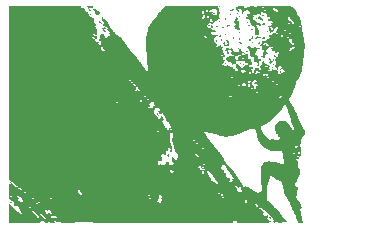
<source format=gbr>
%TF.GenerationSoftware,KiCad,Pcbnew,9.0.0*%
%TF.CreationDate,2025-07-09T13:25:51-07:00*%
%TF.ProjectId,EPS_Scales_RevF_DF11,4550535f-5363-4616-9c65-735f52657646,rev?*%
%TF.SameCoordinates,Original*%
%TF.FileFunction,Legend,Bot*%
%TF.FilePolarity,Positive*%
%FSLAX46Y46*%
G04 Gerber Fmt 4.6, Leading zero omitted, Abs format (unit mm)*
G04 Created by KiCad (PCBNEW 9.0.0) date 2025-07-09 13:25:51*
%MOMM*%
%LPD*%
G01*
G04 APERTURE LIST*
G04 Aperture macros list*
%AMRoundRect*
0 Rectangle with rounded corners*
0 $1 Rounding radius*
0 $2 $3 $4 $5 $6 $7 $8 $9 X,Y pos of 4 corners*
0 Add a 4 corners polygon primitive as box body*
4,1,4,$2,$3,$4,$5,$6,$7,$8,$9,$2,$3,0*
0 Add four circle primitives for the rounded corners*
1,1,$1+$1,$2,$3*
1,1,$1+$1,$4,$5*
1,1,$1+$1,$6,$7*
1,1,$1+$1,$8,$9*
0 Add four rect primitives between the rounded corners*
20,1,$1+$1,$2,$3,$4,$5,0*
20,1,$1+$1,$4,$5,$6,$7,0*
20,1,$1+$1,$6,$7,$8,$9,0*
20,1,$1+$1,$8,$9,$2,$3,0*%
G04 Aperture macros list end*
%ADD10C,0.300000*%
%ADD11C,0.000000*%
%ADD12C,4.720000*%
%ADD13RoundRect,0.010000X0.700000X0.700000X-0.700000X0.700000X-0.700000X-0.700000X0.700000X-0.700000X0*%
%ADD14C,1.420000*%
%ADD15RoundRect,0.010000X-0.850000X-0.850000X0.850000X-0.850000X0.850000X0.850000X-0.850000X0.850000X0*%
%ADD16O,1.720000X1.720000*%
%ADD17O,1.320000X2.220000*%
%ADD18C,3.820000*%
G04 APERTURE END LIST*
D10*
X167871427Y-103599757D02*
X168014285Y-103528328D01*
X168014285Y-103528328D02*
X168228570Y-103528328D01*
X168228570Y-103528328D02*
X168442856Y-103599757D01*
X168442856Y-103599757D02*
X168585713Y-103742614D01*
X168585713Y-103742614D02*
X168657142Y-103885471D01*
X168657142Y-103885471D02*
X168728570Y-104171185D01*
X168728570Y-104171185D02*
X168728570Y-104385471D01*
X168728570Y-104385471D02*
X168657142Y-104671185D01*
X168657142Y-104671185D02*
X168585713Y-104814042D01*
X168585713Y-104814042D02*
X168442856Y-104956900D01*
X168442856Y-104956900D02*
X168228570Y-105028328D01*
X168228570Y-105028328D02*
X168085713Y-105028328D01*
X168085713Y-105028328D02*
X167871427Y-104956900D01*
X167871427Y-104956900D02*
X167799999Y-104885471D01*
X167799999Y-104885471D02*
X167799999Y-104385471D01*
X167799999Y-104385471D02*
X168085713Y-104385471D01*
X166942856Y-103528328D02*
X166942856Y-103885471D01*
X167299999Y-103742614D02*
X166942856Y-103885471D01*
X166942856Y-103885471D02*
X166585713Y-103742614D01*
X167157142Y-104171185D02*
X166942856Y-103885471D01*
X166942856Y-103885471D02*
X166728570Y-104171185D01*
X165799999Y-103528328D02*
X165799999Y-103885471D01*
X166157142Y-103742614D02*
X165799999Y-103885471D01*
X165799999Y-103885471D02*
X165442856Y-103742614D01*
X166014285Y-104171185D02*
X165799999Y-103885471D01*
X165799999Y-103885471D02*
X165585713Y-104171185D01*
X164657142Y-103528328D02*
X164657142Y-103885471D01*
X165014285Y-103742614D02*
X164657142Y-103885471D01*
X164657142Y-103885471D02*
X164299999Y-103742614D01*
X164871428Y-104171185D02*
X164657142Y-103885471D01*
X164657142Y-103885471D02*
X164442856Y-104171185D01*
D11*
%TO.C,G\u002A\u002A\u002A*%
G36*
X159297422Y-97448867D02*
G01*
X159281447Y-97464842D01*
X159265472Y-97448867D01*
X159281447Y-97432892D01*
X159297422Y-97448867D01*
G37*
G36*
X164792768Y-105116792D02*
G01*
X164776793Y-105132766D01*
X164760818Y-105116792D01*
X164776793Y-105100817D01*
X164792768Y-105116792D01*
G37*
G36*
X165112264Y-108088112D02*
G01*
X165096290Y-108104087D01*
X165080315Y-108088112D01*
X165096290Y-108072137D01*
X165112264Y-108088112D01*
G37*
G36*
X168051636Y-96170880D02*
G01*
X168035661Y-96186854D01*
X168019686Y-96170880D01*
X168035661Y-96154905D01*
X168051636Y-96170880D01*
G37*
G36*
X170096415Y-96618175D02*
G01*
X170080441Y-96634150D01*
X170064466Y-96618175D01*
X170080441Y-96602200D01*
X170096415Y-96618175D01*
G37*
G36*
X170320063Y-95915282D02*
G01*
X170304088Y-95931257D01*
X170288114Y-95915282D01*
X170304088Y-95899307D01*
X170320063Y-95915282D01*
G37*
G36*
X171182705Y-96394527D02*
G01*
X171166730Y-96410502D01*
X171150755Y-96394527D01*
X171166730Y-96378553D01*
X171182705Y-96394527D01*
G37*
G36*
X171374403Y-98886603D02*
G01*
X171358428Y-98902578D01*
X171342453Y-98886603D01*
X171358428Y-98870628D01*
X171374403Y-98886603D01*
G37*
G36*
X171566101Y-96586226D02*
G01*
X171550126Y-96602200D01*
X171534151Y-96586226D01*
X171550126Y-96570251D01*
X171566101Y-96586226D01*
G37*
G36*
X152257841Y-112332096D02*
G01*
X152262839Y-112341705D01*
X152236541Y-112353395D01*
X152219627Y-112351090D01*
X152215241Y-112332096D01*
X152219924Y-112328272D01*
X152257841Y-112332096D01*
G37*
G36*
X159734067Y-97443542D02*
G01*
X159739066Y-97453152D01*
X159712768Y-97464842D01*
X159695854Y-97462536D01*
X159691468Y-97443542D01*
X159696151Y-97439718D01*
X159734067Y-97443542D01*
G37*
G36*
X159995270Y-97464842D02*
G01*
X159990816Y-97508793D01*
X159979155Y-97504779D01*
X159974935Y-97490317D01*
X159979155Y-97424905D01*
X159990249Y-97419485D01*
X159995270Y-97464842D01*
G37*
G36*
X165101615Y-107411844D02*
G01*
X165106613Y-107421454D01*
X165080315Y-107433144D01*
X165063401Y-107430838D01*
X165059015Y-107411844D01*
X165063698Y-107408020D01*
X165101615Y-107411844D01*
G37*
G36*
X169233774Y-98391383D02*
G01*
X169231468Y-98408297D01*
X169212474Y-98412683D01*
X169208650Y-98408000D01*
X169212474Y-98370083D01*
X169222084Y-98365085D01*
X169233774Y-98391383D01*
G37*
G36*
X169670420Y-95334863D02*
G01*
X169675418Y-95344473D01*
X169649120Y-95356163D01*
X169632206Y-95353857D01*
X169627820Y-95334863D01*
X169632503Y-95331039D01*
X169670420Y-95334863D01*
G37*
G36*
X170309413Y-95334863D02*
G01*
X170314412Y-95344473D01*
X170288114Y-95356163D01*
X170271199Y-95353857D01*
X170266814Y-95334863D01*
X170271496Y-95331039D01*
X170309413Y-95334863D01*
G37*
G36*
X170453852Y-95174589D02*
G01*
X170468641Y-95186089D01*
X170434550Y-95193892D01*
X170402144Y-95191633D01*
X170392616Y-95177111D01*
X170403919Y-95170780D01*
X170453852Y-95174589D01*
G37*
G36*
X171052384Y-100002179D02*
G01*
X171050125Y-100034585D01*
X171035603Y-100044113D01*
X171029272Y-100032810D01*
X171033081Y-99982876D01*
X171044581Y-99968088D01*
X171052384Y-100002179D01*
G37*
G36*
X171566101Y-98391383D02*
G01*
X171563795Y-98408297D01*
X171544801Y-98412683D01*
X171540977Y-98408000D01*
X171544801Y-98370083D01*
X171554411Y-98365085D01*
X171566101Y-98391383D01*
G37*
G36*
X172617918Y-98564444D02*
G01*
X172615659Y-98596849D01*
X172601138Y-98606377D01*
X172594806Y-98595074D01*
X172598615Y-98545141D01*
X172610115Y-98530352D01*
X172617918Y-98564444D01*
G37*
G36*
X172850079Y-99264149D02*
G01*
X172864867Y-99275649D01*
X172830776Y-99283452D01*
X172798371Y-99281193D01*
X172788842Y-99266671D01*
X172800145Y-99260340D01*
X172850079Y-99264149D01*
G37*
G36*
X173312684Y-112715492D02*
G01*
X173317682Y-112725102D01*
X173291384Y-112736792D01*
X173274470Y-112734486D01*
X173270084Y-112715492D01*
X173274767Y-112711668D01*
X173312684Y-112715492D01*
G37*
G36*
X171757799Y-96551613D02*
G01*
X171751224Y-96576476D01*
X171707212Y-96602200D01*
X171683177Y-96596851D01*
X171669272Y-96564260D01*
X171700854Y-96522204D01*
X171739175Y-96516625D01*
X171757799Y-96551613D01*
G37*
G36*
X172563094Y-98398037D02*
G01*
X172568165Y-98439124D01*
X172555081Y-98460682D01*
X172521244Y-98469188D01*
X172502039Y-98452042D01*
X172497391Y-98411442D01*
X172539564Y-98391383D01*
X172563094Y-98398037D01*
G37*
G36*
X173239117Y-97584966D02*
G01*
X173259434Y-97625473D01*
X173252766Y-97637682D01*
X173211693Y-97636215D01*
X173190165Y-97623046D01*
X173181951Y-97588772D01*
X173200042Y-97574912D01*
X173239117Y-97584966D01*
G37*
G36*
X158481814Y-95849644D02*
G01*
X158499793Y-95891453D01*
X158476714Y-95942572D01*
X158454831Y-95955459D01*
X158408973Y-95944640D01*
X158386856Y-95897082D01*
X158395237Y-95871935D01*
X158442768Y-95841490D01*
X158481814Y-95849644D01*
G37*
G36*
X159117998Y-97687943D02*
G01*
X159116061Y-97739585D01*
X159100455Y-97764453D01*
X159065925Y-97757320D01*
X159063938Y-97755219D01*
X159051088Y-97711737D01*
X159069881Y-97674799D01*
X159106536Y-97673017D01*
X159117998Y-97687943D01*
G37*
G36*
X164804986Y-107951123D02*
G01*
X164804321Y-107992263D01*
X164793976Y-108015205D01*
X164773374Y-108040188D01*
X164767654Y-108034891D01*
X164760818Y-107992263D01*
X164764304Y-107970232D01*
X164791765Y-107944339D01*
X164804986Y-107951123D01*
G37*
G36*
X165311351Y-108456761D02*
G01*
X165335912Y-108487483D01*
X165335546Y-108494714D01*
X165321823Y-108519433D01*
X165316698Y-108517963D01*
X165287988Y-108487483D01*
X165282995Y-108475107D01*
X165302077Y-108455534D01*
X165311351Y-108456761D01*
G37*
G36*
X168901486Y-95761214D02*
G01*
X168944049Y-95798378D01*
X168924927Y-95846058D01*
X168906685Y-95860599D01*
X168866579Y-95859451D01*
X168850378Y-95804461D01*
X168858900Y-95765149D01*
X168898302Y-95759955D01*
X168901486Y-95761214D01*
G37*
G36*
X169354414Y-96470946D02*
G01*
X169387399Y-96503955D01*
X169385361Y-96522090D01*
X169345598Y-96538301D01*
X169319220Y-96533088D01*
X169303797Y-96503955D01*
X169308136Y-96494483D01*
X169345598Y-96469609D01*
X169354414Y-96470946D01*
G37*
G36*
X169585512Y-98024313D02*
G01*
X169608852Y-98068246D01*
X169585512Y-98119459D01*
X169546471Y-98149320D01*
X169505910Y-98136605D01*
X169489371Y-98071886D01*
X169499479Y-98017704D01*
X169535713Y-97992420D01*
X169585512Y-98024313D01*
G37*
G36*
X169566712Y-98393891D02*
G01*
X169569246Y-98423332D01*
X169562688Y-98432894D01*
X169535410Y-98455282D01*
X169532222Y-98454451D01*
X169521321Y-98423332D01*
X169522621Y-98414575D01*
X169555156Y-98391383D01*
X169566712Y-98393891D01*
G37*
G36*
X169877010Y-96242216D02*
G01*
X169891902Y-96265511D01*
X169893988Y-96328480D01*
X169868016Y-96373754D01*
X169848342Y-96362033D01*
X169840818Y-96292288D01*
X169841089Y-96274961D01*
X169850562Y-96231077D01*
X169877010Y-96242216D01*
G37*
G36*
X169921592Y-97532590D02*
G01*
X169956570Y-97571721D01*
X169952642Y-97624590D01*
X169927139Y-97651283D01*
X169889627Y-97647007D01*
X169872768Y-97592641D01*
X169878399Y-97555518D01*
X169902832Y-97528741D01*
X169921592Y-97532590D01*
G37*
G36*
X170038573Y-95167951D02*
G01*
X170064466Y-95195411D01*
X170057681Y-95208632D01*
X170016541Y-95207968D01*
X169993600Y-95197622D01*
X169968617Y-95177021D01*
X169973914Y-95171300D01*
X170016541Y-95164465D01*
X170038573Y-95167951D01*
G37*
G36*
X171092208Y-97376856D02*
G01*
X171118805Y-97411592D01*
X171113782Y-97430783D01*
X171072256Y-97454192D01*
X171051653Y-97450399D01*
X171009359Y-97411592D01*
X171010041Y-97385067D01*
X171055909Y-97368993D01*
X171092208Y-97376856D01*
G37*
G36*
X171094492Y-96028034D02*
G01*
X171118805Y-96059056D01*
X171117877Y-96066692D01*
X171086856Y-96091005D01*
X171079219Y-96090077D01*
X171054906Y-96059056D01*
X171055834Y-96051419D01*
X171086856Y-96027106D01*
X171094492Y-96028034D01*
G37*
G36*
X171159487Y-100057364D02*
G01*
X171166730Y-100084716D01*
X171160190Y-100093442D01*
X171116920Y-100116666D01*
X171109787Y-100115751D01*
X171086856Y-100084716D01*
X171092952Y-100069447D01*
X171136666Y-100052766D01*
X171159487Y-100057364D01*
G37*
G36*
X171547593Y-95166973D02*
G01*
X171550126Y-95196414D01*
X171543568Y-95205976D01*
X171516291Y-95228364D01*
X171513102Y-95227533D01*
X171502202Y-95196414D01*
X171503502Y-95187657D01*
X171536037Y-95164465D01*
X171547593Y-95166973D01*
G37*
G36*
X171542877Y-95857922D02*
G01*
X171566101Y-95901193D01*
X171565186Y-95908326D01*
X171534151Y-95931257D01*
X171518882Y-95925161D01*
X171502202Y-95881447D01*
X171506799Y-95858626D01*
X171534151Y-95851383D01*
X171542877Y-95857922D01*
G37*
G36*
X172184245Y-98288440D02*
G01*
X172187433Y-98330212D01*
X172180238Y-98338584D01*
X172138466Y-98341772D01*
X172130095Y-98334577D01*
X172126907Y-98292805D01*
X172134102Y-98284434D01*
X172175874Y-98281245D01*
X172184245Y-98288440D01*
G37*
G36*
X172479906Y-96220274D02*
G01*
X172508617Y-96250754D01*
X172513609Y-96263130D01*
X172494527Y-96282703D01*
X172485254Y-96281476D01*
X172460692Y-96250754D01*
X172461058Y-96243523D01*
X172474781Y-96218804D01*
X172479906Y-96220274D01*
G37*
G36*
X172863303Y-96475872D02*
G01*
X172892013Y-96506351D01*
X172897005Y-96518727D01*
X172877924Y-96538301D01*
X172868650Y-96537073D01*
X172844088Y-96506351D01*
X172844455Y-96499121D01*
X172858178Y-96474402D01*
X172863303Y-96475872D01*
G37*
G36*
X173465157Y-97306369D02*
G01*
X173483082Y-97361750D01*
X173482191Y-97385610D01*
X173469438Y-97396500D01*
X173429072Y-97360625D01*
X173399034Y-97321187D01*
X173394997Y-97286680D01*
X173426265Y-97277635D01*
X173465157Y-97306369D01*
G37*
G36*
X173979301Y-100070006D02*
G01*
X173994277Y-100132641D01*
X173982108Y-100184812D01*
X173942066Y-100203302D01*
X173890930Y-100164590D01*
X173871144Y-100127201D01*
X173876886Y-100074126D01*
X173930378Y-100052766D01*
X173979301Y-100070006D01*
G37*
G36*
X181555150Y-95214415D02*
G01*
X181558295Y-95276288D01*
X181557883Y-95310135D01*
X181553037Y-95356016D01*
X181544401Y-95348548D01*
X181538612Y-95303998D01*
X181543756Y-95220749D01*
X181547934Y-95205028D01*
X181555150Y-95214415D01*
G37*
G36*
X169140368Y-98108466D02*
G01*
X169190852Y-98148119D01*
X169189683Y-98217189D01*
X169180795Y-98235951D01*
X169139018Y-98261395D01*
X169080415Y-98225244D01*
X169047077Y-98174485D01*
X169052379Y-98124509D01*
X169104090Y-98103836D01*
X169140368Y-98108466D01*
G37*
G36*
X169404523Y-95171638D02*
G01*
X169443599Y-95201449D01*
X169435253Y-95239882D01*
X169422422Y-95252022D01*
X169398476Y-95258066D01*
X169348211Y-95240920D01*
X169306591Y-95213954D01*
X169305915Y-95180106D01*
X169359687Y-95164465D01*
X169404523Y-95171638D01*
G37*
G36*
X169684195Y-96926758D02*
G01*
X169734232Y-96966897D01*
X169731922Y-97037412D01*
X169717642Y-97060293D01*
X169670099Y-97076390D01*
X169619919Y-97051550D01*
X169590986Y-96993258D01*
X169596757Y-96937670D01*
X169645012Y-96921697D01*
X169684195Y-96926758D01*
G37*
G36*
X169909891Y-99987418D02*
G01*
X169916735Y-100035582D01*
X169902783Y-100058960D01*
X169856793Y-100084716D01*
X169854731Y-100084671D01*
X169811472Y-100059954D01*
X169792961Y-100011489D01*
X169811794Y-99971084D01*
X169865413Y-99961131D01*
X169909891Y-99987418D01*
G37*
G36*
X171067253Y-97930180D02*
G01*
X171074588Y-97958865D01*
X171069099Y-98010870D01*
X171031022Y-98037397D01*
X170982552Y-98032314D01*
X170959057Y-97995924D01*
X170964782Y-97969575D01*
X171003250Y-97915234D01*
X171040330Y-97896723D01*
X171067253Y-97930180D01*
G37*
G36*
X171412552Y-100091542D02*
G01*
X171436368Y-100114223D01*
X171406499Y-100148525D01*
X171378725Y-100158848D01*
X171314290Y-100138800D01*
X171301055Y-100127237D01*
X171291870Y-100103095D01*
X171339924Y-100090122D01*
X171345207Y-100089392D01*
X171412552Y-100091542D01*
G37*
G36*
X171867989Y-96765447D02*
G01*
X171911999Y-96794764D01*
X171911596Y-96835651D01*
X171861636Y-96865809D01*
X171839489Y-96869969D01*
X171777305Y-96861076D01*
X171757799Y-96807988D01*
X171774320Y-96777991D01*
X171837673Y-96761949D01*
X171867989Y-96765447D01*
G37*
G36*
X172202045Y-97136426D02*
G01*
X172185100Y-97192225D01*
X172182251Y-97198679D01*
X172139002Y-97232068D01*
X172085654Y-97223258D01*
X172052716Y-97175990D01*
X172061949Y-97141936D01*
X172124235Y-97120803D01*
X172181792Y-97118557D01*
X172202045Y-97136426D01*
G37*
G36*
X173900139Y-100337556D02*
G01*
X173924592Y-100398570D01*
X173924702Y-100399325D01*
X173921456Y-100448503D01*
X173884655Y-100448561D01*
X173851287Y-100418227D01*
X173835347Y-100368527D01*
X173842422Y-100326063D01*
X173874466Y-100316191D01*
X173900139Y-100337556D01*
G37*
G36*
X168524834Y-96841431D02*
G01*
X168547904Y-96851435D01*
X168558560Y-96871771D01*
X168517527Y-96907463D01*
X168461730Y-96934911D01*
X168411672Y-96915568D01*
X168408422Y-96912841D01*
X168384797Y-96879181D01*
X168418979Y-96849537D01*
X168451775Y-96837928D01*
X168524834Y-96841431D01*
G37*
G36*
X169217260Y-96901095D02*
G01*
X169239515Y-96917274D01*
X169245144Y-96970102D01*
X169235885Y-96985428D01*
X169183986Y-97009724D01*
X169121799Y-97001237D01*
X169081859Y-96961651D01*
X169080794Y-96957774D01*
X169097352Y-96917098D01*
X169150994Y-96894558D01*
X169217260Y-96901095D01*
G37*
G36*
X169503847Y-97676361D02*
G01*
X169535915Y-97699131D01*
X169518224Y-97740145D01*
X169477968Y-97767320D01*
X169413250Y-97782859D01*
X169354954Y-97778884D01*
X169329623Y-97753513D01*
X169332634Y-97739971D01*
X169373792Y-97699954D01*
X169440559Y-97674457D01*
X169503847Y-97676361D01*
G37*
G36*
X169829633Y-98216310D02*
G01*
X169840818Y-98274674D01*
X169831440Y-98329457D01*
X169800881Y-98370223D01*
X169735227Y-98388690D01*
X169692660Y-98370469D01*
X169686935Y-98303521D01*
X169709370Y-98236105D01*
X169768931Y-98205450D01*
X169785054Y-98203654D01*
X169829633Y-98216310D01*
G37*
G36*
X170559145Y-97803881D02*
G01*
X170591773Y-97861273D01*
X170606594Y-97919122D01*
X170596478Y-97955502D01*
X170565128Y-97957514D01*
X170528621Y-97923571D01*
X170503675Y-97862817D01*
X170498042Y-97809878D01*
X170505189Y-97769611D01*
X170523649Y-97768971D01*
X170559145Y-97803881D01*
G37*
G36*
X171760657Y-98974672D02*
G01*
X171805891Y-98998697D01*
X171800476Y-99027008D01*
X171751864Y-99058821D01*
X171700935Y-99068894D01*
X171633270Y-99060553D01*
X171586887Y-99033924D01*
X171583066Y-98996824D01*
X171615533Y-98976903D01*
X171686418Y-98967317D01*
X171760657Y-98974672D01*
G37*
G36*
X173648624Y-113051966D02*
G01*
X173697677Y-113084047D01*
X173733361Y-113169241D01*
X173737832Y-113225993D01*
X173722043Y-113240740D01*
X173669462Y-113210057D01*
X173617976Y-113160870D01*
X173584725Y-113092782D01*
X173581909Y-113066679D01*
X173594966Y-113039388D01*
X173648624Y-113051966D01*
G37*
G36*
X174087329Y-99369458D02*
G01*
X174113628Y-99426631D01*
X174092349Y-99490969D01*
X174045923Y-99532931D01*
X173999809Y-99528187D01*
X173956452Y-99461562D01*
X173932685Y-99398004D01*
X173945092Y-99362994D01*
X174006014Y-99344923D01*
X174027556Y-99343306D01*
X174087329Y-99369458D01*
G37*
G36*
X173101632Y-95933311D02*
G01*
X173115422Y-95957883D01*
X173131146Y-96003144D01*
X173125694Y-96014461D01*
X173084120Y-96026315D01*
X173028194Y-96020755D01*
X172990099Y-95998776D01*
X172989309Y-95974499D01*
X173022598Y-95928944D01*
X173025274Y-95926741D01*
X173069371Y-95904133D01*
X173101632Y-95933311D01*
G37*
G36*
X159281447Y-96517405D02*
G01*
X159317209Y-96552245D01*
X159386178Y-96598585D01*
X159430394Y-96631811D01*
X159441570Y-96665493D01*
X159416352Y-96681380D01*
X159346905Y-96678444D01*
X159256720Y-96647564D01*
X159164985Y-96593719D01*
X159070165Y-96523616D01*
X159159831Y-96499306D01*
X159225748Y-96490279D01*
X159281447Y-96517405D01*
G37*
G36*
X165056391Y-107762912D02*
G01*
X165077013Y-107826643D01*
X165079716Y-107900747D01*
X165060678Y-107953326D01*
X165025695Y-107951154D01*
X164967407Y-107924006D01*
X164912781Y-107886972D01*
X164888617Y-107855318D01*
X164891660Y-107840512D01*
X164928807Y-107791178D01*
X164986097Y-107751194D01*
X165035392Y-107742239D01*
X165056391Y-107762912D01*
G37*
G36*
X171182323Y-98257443D02*
G01*
X171250588Y-98300188D01*
X171278554Y-98358642D01*
X171274398Y-98395442D01*
X171245534Y-98421624D01*
X171193270Y-98389169D01*
X171135204Y-98355241D01*
X171014969Y-98329928D01*
X170990314Y-98312644D01*
X171003987Y-98278105D01*
X171050686Y-98248949D01*
X171097205Y-98241695D01*
X171182323Y-98257443D01*
G37*
G36*
X172766442Y-98265433D02*
G01*
X172795290Y-98303034D01*
X172811973Y-98374496D01*
X172791963Y-98432858D01*
X172781491Y-98437292D01*
X172732177Y-98428591D01*
X172677939Y-98402017D01*
X172652390Y-98372183D01*
X172659479Y-98348632D01*
X172686568Y-98291370D01*
X172690520Y-98284172D01*
X172724836Y-98247419D01*
X172766442Y-98265433D01*
G37*
G36*
X168735001Y-96804784D02*
G01*
X168788725Y-96864193D01*
X168831320Y-96938556D01*
X168849229Y-97011902D01*
X168848764Y-97027680D01*
X168828326Y-97073892D01*
X168785832Y-97072235D01*
X168732312Y-97027159D01*
X168678795Y-96943116D01*
X168656749Y-96894553D01*
X168638950Y-96825648D01*
X168655775Y-96784024D01*
X168683707Y-96776300D01*
X168735001Y-96804784D01*
G37*
G36*
X173259555Y-96652642D02*
G01*
X173241278Y-96740137D01*
X173203099Y-96772802D01*
X173113480Y-96784342D01*
X173100849Y-96783891D01*
X173031938Y-96777376D01*
X173003837Y-96767268D01*
X173004341Y-96765247D01*
X173030889Y-96731827D01*
X173085357Y-96677751D01*
X173098306Y-96666120D01*
X173180114Y-96612451D01*
X173236515Y-96609020D01*
X173259555Y-96652642D01*
G37*
G36*
X170201461Y-96804347D02*
G01*
X170240265Y-96825763D01*
X170231167Y-96857812D01*
X170166285Y-96892454D01*
X170157226Y-96895726D01*
X170091421Y-96927890D01*
X170064466Y-96956772D01*
X170059083Y-96970005D01*
X170016541Y-96985597D01*
X169985540Y-96970326D01*
X169968617Y-96907170D01*
X169972895Y-96867888D01*
X170004744Y-96829931D01*
X170082827Y-96807318D01*
X170122637Y-96801604D01*
X170201461Y-96804347D01*
G37*
G36*
X170569704Y-95431562D02*
G01*
X170575562Y-95477485D01*
X170557282Y-95534716D01*
X170519749Y-95577251D01*
X170484335Y-95591990D01*
X170404464Y-95606983D01*
X170319406Y-95609327D01*
X170251782Y-95599092D01*
X170224214Y-95576347D01*
X170240049Y-95557205D01*
X170299119Y-95559733D01*
X170299198Y-95559753D01*
X170373952Y-95556123D01*
X170448462Y-95499298D01*
X170454574Y-95492883D01*
X170511474Y-95441244D01*
X170549280Y-95420062D01*
X170569704Y-95431562D01*
G37*
G36*
X164124563Y-104247164D02*
G01*
X164166078Y-104314828D01*
X164175362Y-104333748D01*
X164217524Y-104406950D01*
X164250478Y-104446377D01*
X164258395Y-104452263D01*
X164281573Y-104495658D01*
X164276181Y-104509471D01*
X164233648Y-104525722D01*
X164211298Y-104520156D01*
X164185724Y-104477798D01*
X164182025Y-104455739D01*
X164152983Y-104429873D01*
X164119465Y-104406320D01*
X164088819Y-104346071D01*
X164073700Y-104277989D01*
X164084162Y-104231108D01*
X164090397Y-104227357D01*
X164124563Y-104247164D01*
G37*
G36*
X172688233Y-97803837D02*
G01*
X172727252Y-97828610D01*
X172809849Y-97832990D01*
X172857580Y-97827139D01*
X172876038Y-97860174D01*
X172863484Y-97907966D01*
X172812377Y-97934545D01*
X172733352Y-97912719D01*
X172708753Y-97900904D01*
X172645915Y-97892411D01*
X172568663Y-97923647D01*
X172475421Y-97965502D01*
X172415973Y-97967922D01*
X172396793Y-97925830D01*
X172400532Y-97896442D01*
X172444994Y-97825708D01*
X172522356Y-97780588D01*
X172610731Y-97770244D01*
X172688233Y-97803837D01*
G37*
G36*
X164168779Y-104015222D02*
G01*
X164234803Y-104049421D01*
X164290245Y-104117124D01*
X164313522Y-104193317D01*
X164320134Y-104241762D01*
X164345472Y-104286100D01*
X164358675Y-104298569D01*
X164377422Y-104353770D01*
X164373115Y-104375064D01*
X164345472Y-104381949D01*
X164335734Y-104374017D01*
X164313522Y-104322172D01*
X164312515Y-104315636D01*
X164280559Y-104267653D01*
X164217673Y-104211277D01*
X164159098Y-104152012D01*
X164125750Y-104087323D01*
X164124063Y-104035649D01*
X164159246Y-104014527D01*
X164168779Y-104015222D01*
G37*
G36*
X172810465Y-96081140D02*
G01*
X172874693Y-96153015D01*
X172879879Y-96160108D01*
X172943705Y-96228060D01*
X173004667Y-96266992D01*
X173043999Y-96292409D01*
X173067736Y-96366884D01*
X173066754Y-96395102D01*
X173049190Y-96431551D01*
X172995849Y-96424851D01*
X172946200Y-96404626D01*
X172873522Y-96358799D01*
X172836614Y-96335253D01*
X172758600Y-96314653D01*
X172697800Y-96299156D01*
X172624168Y-96253986D01*
X172554218Y-96193319D01*
X172639563Y-96126188D01*
X172672076Y-96101876D01*
X172748823Y-96064766D01*
X172810465Y-96081140D01*
G37*
G36*
X158801951Y-95425529D02*
G01*
X158884650Y-95453649D01*
X158950840Y-95497412D01*
X158977925Y-95549077D01*
X158990616Y-95601901D01*
X159046601Y-95651342D01*
X159129900Y-95655000D01*
X159153946Y-95651646D01*
X159205428Y-95674584D01*
X159227110Y-95732558D01*
X159216004Y-95808130D01*
X159169122Y-95883866D01*
X159164731Y-95888483D01*
X159099988Y-95937228D01*
X159045403Y-95932633D01*
X159034705Y-95926485D01*
X158952149Y-95863188D01*
X158865097Y-95775024D01*
X158783848Y-95675623D01*
X158718703Y-95578618D01*
X158679962Y-95497638D01*
X158677924Y-95446315D01*
X158725337Y-95420790D01*
X158801951Y-95425529D01*
G37*
G36*
X172185329Y-97776518D02*
G01*
X172197508Y-97841704D01*
X172189120Y-97912137D01*
X172170105Y-97949635D01*
X172131055Y-97976916D01*
X172119657Y-97980347D01*
X172071122Y-98019419D01*
X172013397Y-98087861D01*
X171981709Y-98130263D01*
X171931009Y-98185474D01*
X171898673Y-98192136D01*
X171875226Y-98154842D01*
X171872258Y-98146245D01*
X171869271Y-98068333D01*
X171899891Y-98003273D01*
X171953223Y-97976037D01*
X172000416Y-97964999D01*
X172066887Y-97920422D01*
X172114145Y-97860117D01*
X172122318Y-97804270D01*
X172117897Y-97781517D01*
X172136717Y-97739182D01*
X172159198Y-97738412D01*
X172185329Y-97776518D01*
G37*
G36*
X159704780Y-97042222D02*
G01*
X159740538Y-97103017D01*
X159724196Y-97135941D01*
X159649871Y-97145345D01*
X159628728Y-97145773D01*
X159576293Y-97158387D01*
X159573415Y-97193270D01*
X159586879Y-97215443D01*
X159635188Y-97241194D01*
X159654875Y-97246165D01*
X159698551Y-97284786D01*
X159726775Y-97338870D01*
X159722293Y-97380767D01*
X159709640Y-97392729D01*
X159685771Y-97398700D01*
X159635506Y-97381549D01*
X159610497Y-97368221D01*
X159584969Y-97333868D01*
X159584724Y-97331250D01*
X159561839Y-97286473D01*
X159513082Y-97222742D01*
X159474926Y-97173890D01*
X159442552Y-97096719D01*
X159468297Y-97043693D01*
X159552660Y-97012153D01*
X159573705Y-97008498D01*
X159655086Y-97008176D01*
X159704780Y-97042222D01*
G37*
G36*
X158394843Y-95171108D02*
G01*
X158478470Y-95174601D01*
X158570535Y-95181924D01*
X158620925Y-95195471D01*
X158643370Y-95220011D01*
X158651600Y-95260314D01*
X158644831Y-95322450D01*
X158603105Y-95380173D01*
X158541616Y-95401190D01*
X158479184Y-95373181D01*
X158447778Y-95345417D01*
X158395178Y-95327637D01*
X158360734Y-95368471D01*
X158359927Y-95370978D01*
X158373015Y-95421887D01*
X158422526Y-95481224D01*
X158428038Y-95486135D01*
X158473890Y-95541030D01*
X158482131Y-95580739D01*
X158457683Y-95603935D01*
X158398305Y-95604462D01*
X158334557Y-95555848D01*
X158331898Y-95552531D01*
X158293252Y-95492772D01*
X158245025Y-95405256D01*
X158197654Y-95310724D01*
X158161578Y-95229919D01*
X158147233Y-95183583D01*
X158148994Y-95181051D01*
X158191221Y-95172871D01*
X158278280Y-95169299D01*
X158394843Y-95171108D01*
G37*
G36*
X170003311Y-98061458D02*
G01*
X170081984Y-98118436D01*
X170093821Y-98128781D01*
X170144552Y-98185296D01*
X170165035Y-98249904D01*
X170165126Y-98350072D01*
X170162098Y-98396080D01*
X170152040Y-98494404D01*
X170140486Y-98559119D01*
X170116837Y-98592875D01*
X170060247Y-98610266D01*
X169955617Y-98615031D01*
X169899445Y-98614356D01*
X169822082Y-98605761D01*
X169778591Y-98580703D01*
X169748901Y-98531028D01*
X169730525Y-98486303D01*
X169726580Y-98439868D01*
X169765560Y-98432266D01*
X169854380Y-98458760D01*
X169900395Y-98473996D01*
X169965814Y-98482922D01*
X170007514Y-98461114D01*
X170017875Y-98448075D01*
X170042723Y-98379303D01*
X170049984Y-98293913D01*
X170039374Y-98217839D01*
X170010612Y-98177014D01*
X169980612Y-98157284D01*
X169934655Y-98100077D01*
X169921388Y-98054105D01*
X169946459Y-98039601D01*
X170003311Y-98061458D01*
G37*
G36*
X173687543Y-99672069D02*
G01*
X173706730Y-99751908D01*
X173716623Y-99795479D01*
X173770762Y-99838411D01*
X173781653Y-99840878D01*
X173828486Y-99831130D01*
X173855054Y-99770250D01*
X173859799Y-99750713D01*
X173882544Y-99677456D01*
X173908003Y-99651151D01*
X173947376Y-99658209D01*
X173986370Y-99688364D01*
X173995582Y-99747383D01*
X173961922Y-99811758D01*
X173890441Y-99863290D01*
X173887637Y-99864549D01*
X173803308Y-99923121D01*
X173744043Y-99998692D01*
X173702237Y-100058396D01*
X173648194Y-100078240D01*
X173615452Y-100060791D01*
X173586499Y-100003333D01*
X173589153Y-99934975D01*
X173626657Y-99884824D01*
X173650920Y-99869588D01*
X173657971Y-99845173D01*
X173613573Y-99808238D01*
X173599039Y-99796799D01*
X173555540Y-99733609D01*
X173551915Y-99669513D01*
X173591013Y-99627361D01*
X173639906Y-99627199D01*
X173687543Y-99672069D01*
G37*
G36*
X170835458Y-96093546D02*
G01*
X170884143Y-96134760D01*
X170908092Y-96208455D01*
X170897976Y-96291266D01*
X170886132Y-96365192D01*
X170909995Y-96431646D01*
X170965879Y-96459197D01*
X170988256Y-96471769D01*
X170997425Y-96523097D01*
X170991806Y-96581400D01*
X170985458Y-96683709D01*
X170980127Y-96804742D01*
X170978716Y-96856253D01*
X170981433Y-96962203D01*
X170995993Y-97025222D01*
X171025037Y-97060340D01*
X171062274Y-97100940D01*
X171097952Y-97177295D01*
X171107174Y-97222523D01*
X171101004Y-97220624D01*
X171078291Y-97202339D01*
X171019079Y-97201001D01*
X171007935Y-97203097D01*
X170928364Y-97199967D01*
X170833468Y-97178024D01*
X170789723Y-97161263D01*
X170712622Y-97105813D01*
X170656166Y-97010279D01*
X170599760Y-96882433D01*
X170691518Y-96809268D01*
X170783275Y-96736103D01*
X170695443Y-96654702D01*
X170650725Y-96611067D01*
X170615485Y-96556737D01*
X170617637Y-96496023D01*
X170652889Y-96403599D01*
X170694926Y-96302090D01*
X170736639Y-96194842D01*
X170740806Y-96184204D01*
X170779204Y-96118044D01*
X170818035Y-96091005D01*
X170835458Y-96093546D01*
G37*
G36*
X171939612Y-98591593D02*
G01*
X172023729Y-98672424D01*
X172093185Y-98726368D01*
X172139847Y-98742829D01*
X172147314Y-98746091D01*
X172165761Y-98790604D01*
X172173145Y-98870628D01*
X172176278Y-98932021D01*
X172196001Y-98988586D01*
X172233519Y-98983876D01*
X172288443Y-98917734D01*
X172317332Y-98869245D01*
X172322659Y-98825938D01*
X172289616Y-98779914D01*
X172289077Y-98779317D01*
X172256771Y-98726640D01*
X172275820Y-98684884D01*
X172337078Y-98653052D01*
X172422479Y-98653516D01*
X172490662Y-98692519D01*
X172538782Y-98721475D01*
X172623471Y-98727996D01*
X172706306Y-98701075D01*
X172709210Y-98699485D01*
X172744890Y-98707515D01*
X172766536Y-98746895D01*
X172756688Y-98787630D01*
X172729107Y-98799367D01*
X172663040Y-98806729D01*
X172615698Y-98812724D01*
X172588491Y-98832908D01*
X172571596Y-98868522D01*
X172525594Y-98939737D01*
X172460692Y-99030376D01*
X172424082Y-99080776D01*
X172358082Y-99187748D01*
X172337370Y-99260738D01*
X172361179Y-99307028D01*
X172428742Y-99333898D01*
X172430606Y-99334313D01*
X172497049Y-99357730D01*
X172524591Y-99384362D01*
X172528801Y-99396812D01*
X172569098Y-99413773D01*
X172603646Y-99425477D01*
X172640006Y-99491203D01*
X172652390Y-99612291D01*
X172652653Y-99640087D01*
X172661731Y-99686980D01*
X172697444Y-99700675D01*
X172778048Y-99692879D01*
X172864873Y-99693417D01*
X172914678Y-99721996D01*
X172915581Y-99768864D01*
X172867962Y-99822450D01*
X172772202Y-99871184D01*
X172737269Y-99898264D01*
X172711404Y-99963902D01*
X172711355Y-99964638D01*
X172705768Y-100048840D01*
X172699216Y-100148615D01*
X172698495Y-100159490D01*
X172692592Y-100238597D01*
X172688126Y-100283399D01*
X172684560Y-100291614D01*
X172652269Y-100293816D01*
X172607607Y-100267069D01*
X172575347Y-100224345D01*
X172574757Y-100176667D01*
X172603470Y-100106695D01*
X172627749Y-100060105D01*
X172627652Y-99998453D01*
X172574069Y-99967795D01*
X172470121Y-99971299D01*
X172400349Y-99975642D01*
X172320610Y-99957260D01*
X172277275Y-99916974D01*
X172283947Y-99862721D01*
X172290151Y-99835908D01*
X172274007Y-99775311D01*
X172261452Y-99728732D01*
X172291006Y-99648665D01*
X172312292Y-99610672D01*
X172319127Y-99549841D01*
X172271377Y-99521390D01*
X172169866Y-99526151D01*
X172146792Y-99529739D01*
X172069799Y-99532175D01*
X172045346Y-99509482D01*
X172045257Y-99507412D01*
X172024684Y-99455944D01*
X171978943Y-99387358D01*
X171948731Y-99343075D01*
X171926320Y-99268822D01*
X171933011Y-99166420D01*
X171941086Y-99093111D01*
X171933491Y-99036486D01*
X171901730Y-99010041D01*
X171876926Y-98992874D01*
X171866784Y-98946379D01*
X171875279Y-98904625D01*
X171845477Y-98831751D01*
X171755503Y-98773828D01*
X171714840Y-98753839D01*
X171668347Y-98703974D01*
X171685187Y-98647270D01*
X171765389Y-98583136D01*
X171868828Y-98520231D01*
X171939612Y-98591593D01*
G37*
G36*
X157981660Y-95513793D02*
G01*
X157986862Y-95566294D01*
X158029045Y-95646783D01*
X158090002Y-95707609D01*
X158094826Y-95712423D01*
X158164997Y-95739559D01*
X158208974Y-95745311D01*
X158269325Y-95790914D01*
X158280426Y-95874090D01*
X158286227Y-95948488D01*
X158340404Y-96028428D01*
X158434780Y-96075031D01*
X158510440Y-96106696D01*
X158563969Y-96157502D01*
X158599332Y-96194875D01*
X158676530Y-96218804D01*
X158679145Y-96218825D01*
X158751275Y-96241727D01*
X158780005Y-96295374D01*
X158766781Y-96330628D01*
X158755224Y-96361437D01*
X158751116Y-96367042D01*
X158738079Y-96436364D01*
X158746742Y-96473128D01*
X158759492Y-96527237D01*
X158807130Y-96617128D01*
X158839760Y-96650125D01*
X158872771Y-96683507D01*
X158933031Y-96737260D01*
X158935921Y-96791466D01*
X158877879Y-96854772D01*
X158809782Y-96909913D01*
X158908384Y-97022214D01*
X158925622Y-97042436D01*
X158930347Y-97049496D01*
X158978151Y-97120919D01*
X159008367Y-97211330D01*
X159025876Y-97339616D01*
X159029563Y-97384968D01*
X159030962Y-97402176D01*
X159032210Y-97500650D01*
X159017677Y-97566529D01*
X158984302Y-97620506D01*
X158959788Y-97650427D01*
X158930527Y-97672912D01*
X158899558Y-97662824D01*
X158854587Y-97614043D01*
X158783321Y-97520449D01*
X158775446Y-97510335D01*
X158724330Y-97460914D01*
X158687819Y-97450448D01*
X158659819Y-97496987D01*
X158672008Y-97566141D01*
X158722327Y-97633152D01*
X158763895Y-97678866D01*
X158786227Y-97729686D01*
X158786260Y-97731215D01*
X158813440Y-97758556D01*
X158894467Y-97758871D01*
X158904701Y-97757692D01*
X158971960Y-97755440D01*
X158996663Y-97781560D01*
X158997494Y-97853148D01*
X158992267Y-97903755D01*
X158991897Y-97907339D01*
X158966227Y-97953099D01*
X158905228Y-97970172D01*
X158845732Y-97981275D01*
X158818176Y-97995720D01*
X158828516Y-98031356D01*
X158867671Y-98103622D01*
X158921147Y-98180561D01*
X158972926Y-98237183D01*
X158994790Y-98254679D01*
X159033317Y-98272075D01*
X159054314Y-98245171D01*
X159064761Y-98223384D01*
X159099029Y-98197027D01*
X159124596Y-98219986D01*
X159123765Y-98282699D01*
X159120912Y-98295861D01*
X159127361Y-98376606D01*
X159181283Y-98468440D01*
X159230598Y-98540996D01*
X159296322Y-98663811D01*
X159343346Y-98783124D01*
X159361321Y-98875533D01*
X159370331Y-98911547D01*
X159417233Y-98954593D01*
X159420704Y-98955746D01*
X159489962Y-98983820D01*
X159575720Y-99024076D01*
X159589836Y-99030842D01*
X159660314Y-99055016D01*
X159700721Y-99053073D01*
X159704086Y-99048534D01*
X159704886Y-99003234D01*
X159682707Y-98943991D01*
X159649939Y-98896219D01*
X159618969Y-98885336D01*
X159586969Y-98879769D01*
X159542863Y-98835472D01*
X159505119Y-98771090D01*
X159489120Y-98707668D01*
X159474942Y-98665100D01*
X159424460Y-98610940D01*
X159402131Y-98591645D01*
X159376574Y-98545427D01*
X159362582Y-98470511D01*
X159358449Y-98355272D01*
X159359079Y-98329118D01*
X159557845Y-98329118D01*
X159587023Y-98361379D01*
X159626385Y-98382741D01*
X159668524Y-98382174D01*
X159680818Y-98329369D01*
X159670135Y-98272407D01*
X159633518Y-98248418D01*
X159582656Y-98282346D01*
X159580453Y-98285021D01*
X159557845Y-98329118D01*
X159359079Y-98329118D01*
X159362473Y-98188086D01*
X159357414Y-98130308D01*
X159326658Y-98113145D01*
X159261858Y-98147501D01*
X159221506Y-98173255D01*
X159182467Y-98175738D01*
X159143286Y-98130687D01*
X159124318Y-98101950D01*
X159114323Y-98062957D01*
X159147951Y-98034819D01*
X159152787Y-98031884D01*
X159206040Y-97974809D01*
X159253728Y-97888912D01*
X159284019Y-97800119D01*
X159285079Y-97734358D01*
X159278764Y-97705961D01*
X159290869Y-97639343D01*
X159328728Y-97590084D01*
X159378190Y-97581430D01*
X159414106Y-97584365D01*
X159477009Y-97557484D01*
X159491009Y-97546568D01*
X159531740Y-97535589D01*
X159573105Y-97576885D01*
X159578446Y-97584683D01*
X159617463Y-97662941D01*
X159650753Y-97759389D01*
X159665992Y-97808135D01*
X159701341Y-97864702D01*
X159754238Y-97880188D01*
X159806003Y-97866611D01*
X159865765Y-97815226D01*
X159905801Y-97774431D01*
X159992126Y-97759314D01*
X160018064Y-97760028D01*
X160078025Y-97732948D01*
X160094036Y-97667672D01*
X160062550Y-97573556D01*
X160057015Y-97562923D01*
X160038879Y-97500461D01*
X160064088Y-97449020D01*
X160081851Y-97421935D01*
X160078722Y-97379820D01*
X160031385Y-97320132D01*
X160029422Y-97318069D01*
X159955901Y-97263704D01*
X159882922Y-97241194D01*
X159823055Y-97225439D01*
X159813622Y-97184125D01*
X159860586Y-97130363D01*
X159871234Y-97122111D01*
X159895669Y-97081611D01*
X159874619Y-97021475D01*
X159865345Y-97006090D01*
X159793782Y-96939697D01*
X159703810Y-96907372D01*
X159621113Y-96919452D01*
X159599114Y-96927012D01*
X159544571Y-96908692D01*
X159504624Y-96844187D01*
X159489120Y-96746407D01*
X159502810Y-96684989D01*
X159552473Y-96666100D01*
X159577024Y-96665568D01*
X159598381Y-96655673D01*
X159589256Y-96621079D01*
X159549231Y-96546288D01*
X159535424Y-96522021D01*
X159481831Y-96435884D01*
X159437953Y-96376037D01*
X159431537Y-96368347D01*
X159397425Y-96292279D01*
X159403139Y-96218957D01*
X159447526Y-96172871D01*
X159472620Y-96172954D01*
X159539416Y-96209520D01*
X159625855Y-96284018D01*
X159723135Y-96385703D01*
X159822460Y-96503832D01*
X159915029Y-96627660D01*
X159992044Y-96746443D01*
X160044705Y-96849436D01*
X160064214Y-96925896D01*
X160068955Y-96938601D01*
X160108591Y-96992347D01*
X160179752Y-97071796D01*
X160271887Y-97164810D01*
X160385470Y-97282135D01*
X160456509Y-97376034D01*
X160479560Y-97442320D01*
X160493463Y-97495107D01*
X160545962Y-97554421D01*
X160647296Y-97627082D01*
X160726878Y-97676948D01*
X160815925Y-97729525D01*
X160873292Y-97759495D01*
X160918207Y-97787022D01*
X161006526Y-97865979D01*
X161110625Y-97979626D01*
X161219914Y-98116112D01*
X161323799Y-98263584D01*
X161368410Y-98329369D01*
X161406033Y-98384849D01*
X161494699Y-98508771D01*
X161568783Y-98605789D01*
X161609482Y-98656720D01*
X161702841Y-98776479D01*
X161789497Y-98890761D01*
X161802203Y-98907595D01*
X161885072Y-99011137D01*
X161988464Y-99133431D01*
X162093019Y-99251472D01*
X162195519Y-99364772D01*
X162390879Y-99587567D01*
X162554558Y-99785867D01*
X162576888Y-99815136D01*
X162648492Y-99908993D01*
X162697035Y-99972622D01*
X162828789Y-100160784D01*
X162834578Y-100169122D01*
X162955979Y-100343970D01*
X162959222Y-100348640D01*
X163080072Y-100507961D01*
X163176215Y-100616846D01*
X163245879Y-100673304D01*
X163287291Y-100675346D01*
X163288347Y-100674126D01*
X163297935Y-100627335D01*
X163298950Y-100579936D01*
X170032516Y-100579936D01*
X170048491Y-100595911D01*
X170064466Y-100579936D01*
X170048491Y-100563961D01*
X170032516Y-100579936D01*
X163298950Y-100579936D01*
X163299894Y-100535879D01*
X163295481Y-100417066D01*
X163285954Y-100288207D01*
X163272571Y-100166611D01*
X163256590Y-100069585D01*
X163239267Y-100014441D01*
X163236813Y-100006195D01*
X163229123Y-99944374D01*
X163223456Y-99873440D01*
X169403899Y-99873440D01*
X169408284Y-99889026D01*
X169453328Y-99864274D01*
X169472532Y-99845628D01*
X169482644Y-99792962D01*
X169482576Y-99792760D01*
X169462360Y-99776993D01*
X169429701Y-99821216D01*
X169403899Y-99873440D01*
X163223456Y-99873440D01*
X163220158Y-99832158D01*
X163210556Y-99679307D01*
X163200954Y-99495582D01*
X163196550Y-99394945D01*
X169526561Y-99394945D01*
X169571859Y-99426329D01*
X169598190Y-99435184D01*
X169651733Y-99445722D01*
X169670815Y-99437417D01*
X169680040Y-99402975D01*
X169657107Y-99379378D01*
X169638173Y-99376803D01*
X169577233Y-99366231D01*
X169531617Y-99368773D01*
X169526561Y-99394945D01*
X163196550Y-99394945D01*
X163191991Y-99290743D01*
X163190296Y-99248603D01*
X163188553Y-99207985D01*
X169361573Y-99207985D01*
X169362403Y-99211174D01*
X169393522Y-99222075D01*
X169402279Y-99220774D01*
X169425472Y-99188239D01*
X169422963Y-99176683D01*
X169393522Y-99174150D01*
X169383961Y-99180708D01*
X169361573Y-99207985D01*
X163188553Y-99207985D01*
X163180758Y-99026387D01*
X163180172Y-99013964D01*
X169058051Y-99013964D01*
X169060624Y-99028652D01*
X169095823Y-99052994D01*
X169153967Y-99044792D01*
X169211520Y-99005365D01*
X169230244Y-98983421D01*
X169247957Y-98937673D01*
X169219123Y-98884371D01*
X169185302Y-98845452D01*
X169157623Y-98849639D01*
X169115544Y-98902578D01*
X169075250Y-98967646D01*
X169058051Y-99013964D01*
X163180172Y-99013964D01*
X163170631Y-98811797D01*
X163169541Y-98790754D01*
X168722579Y-98790754D01*
X168734439Y-98818701D01*
X168786478Y-98838678D01*
X168834944Y-98828303D01*
X168846289Y-98796635D01*
X168799840Y-98762222D01*
X168760198Y-98748261D01*
X168728581Y-98750348D01*
X168722579Y-98790754D01*
X163169541Y-98790754D01*
X163160635Y-98618891D01*
X163151493Y-98461727D01*
X163143926Y-98354363D01*
X163141479Y-98247609D01*
X168754529Y-98247609D01*
X168770503Y-98263584D01*
X168786478Y-98247609D01*
X168770503Y-98231634D01*
X168754529Y-98247609D01*
X163141479Y-98247609D01*
X163140308Y-98196501D01*
X163153235Y-97981542D01*
X163181521Y-97746837D01*
X163186939Y-97716048D01*
X168088414Y-97716048D01*
X168098807Y-97781965D01*
X168109623Y-97806595D01*
X168156098Y-97861968D01*
X168212037Y-97894807D01*
X168255108Y-97889714D01*
X168272493Y-97862200D01*
X168260899Y-97801374D01*
X168192637Y-97737536D01*
X168184636Y-97732371D01*
X168116365Y-97699828D01*
X168088414Y-97716048D01*
X163186939Y-97716048D01*
X163222505Y-97513932D01*
X163273529Y-97304375D01*
X163321374Y-97158308D01*
X163425136Y-96925967D01*
X167367356Y-96925967D01*
X167402891Y-96952419D01*
X167455142Y-96940635D01*
X167493280Y-96887340D01*
X167502122Y-96844034D01*
X167495629Y-96802336D01*
X167495065Y-96801806D01*
X167460446Y-96806135D01*
X167413096Y-96842271D01*
X167374803Y-96889215D01*
X167367356Y-96925967D01*
X163425136Y-96925967D01*
X163472037Y-96820948D01*
X163612632Y-96586335D01*
X167776480Y-96586335D01*
X167780467Y-96649334D01*
X167803283Y-96734421D01*
X167842323Y-96844034D01*
X167843963Y-96848640D01*
X167894582Y-96743941D01*
X167923345Y-96662456D01*
X167916956Y-96588771D01*
X167875862Y-96549019D01*
X167818814Y-96542203D01*
X167778318Y-96579251D01*
X167776480Y-96586335D01*
X163612632Y-96586335D01*
X163683278Y-96468448D01*
X163720924Y-96417529D01*
X168535298Y-96417529D01*
X168539409Y-96462166D01*
X168577218Y-96474402D01*
X168601243Y-96479485D01*
X168649114Y-96520073D01*
X168675908Y-96546659D01*
X168730576Y-96534461D01*
X168745273Y-96524364D01*
X168779256Y-96477954D01*
X168785359Y-96431577D01*
X168757992Y-96410502D01*
X168734127Y-96390438D01*
X168709459Y-96330628D01*
X168699952Y-96302376D01*
X168657647Y-96256417D01*
X168606432Y-96266602D01*
X168562040Y-96332708D01*
X168535298Y-96417529D01*
X163720924Y-96417529D01*
X163955373Y-96100420D01*
X164035050Y-96008615D01*
X167779297Y-96008615D01*
X167808842Y-96037443D01*
X167835149Y-96043006D01*
X167875410Y-96027918D01*
X167876762Y-96025570D01*
X167872184Y-95989568D01*
X167834095Y-95972220D01*
X167791107Y-95987308D01*
X167779297Y-96008615D01*
X164035050Y-96008615D01*
X164268220Y-95739955D01*
X167859937Y-95739955D01*
X167865524Y-95771501D01*
X167904497Y-95832615D01*
X167919203Y-95848718D01*
X167949505Y-95916538D01*
X167963769Y-95999950D01*
X167962256Y-96025570D01*
X167959395Y-96073996D01*
X167933783Y-96113715D01*
X167904870Y-96150503D01*
X167891887Y-96222222D01*
X167903310Y-96294857D01*
X167938852Y-96310244D01*
X167999147Y-96266729D01*
X168034497Y-96240083D01*
X168098281Y-96218804D01*
X168110666Y-96217507D01*
X168156137Y-96187052D01*
X168175703Y-96137112D01*
X168170532Y-96126175D01*
X168317090Y-96126175D01*
X168323913Y-96137112D01*
X168354474Y-96186100D01*
X168383730Y-96215072D01*
X168445778Y-96249739D01*
X168485179Y-96231948D01*
X168490566Y-96184969D01*
X168978176Y-96184969D01*
X168981475Y-96202664D01*
X169013767Y-96235047D01*
X169053594Y-96228585D01*
X169062269Y-96218638D01*
X169070164Y-96174526D01*
X169026101Y-96154905D01*
X169004083Y-96158287D01*
X168999347Y-96163165D01*
X168978176Y-96184969D01*
X168490566Y-96184969D01*
X168493066Y-96163165D01*
X168490455Y-96147673D01*
X168453332Y-96082571D01*
X168392941Y-96059190D01*
X168330154Y-96087254D01*
X168317090Y-96126175D01*
X168170532Y-96126175D01*
X168156154Y-96095768D01*
X168154477Y-96094582D01*
X168126082Y-96047652D01*
X168103030Y-95978539D01*
X168537707Y-95978539D01*
X168541531Y-96016456D01*
X168551141Y-96021455D01*
X168562830Y-95995156D01*
X168560525Y-95978242D01*
X168541531Y-95973857D01*
X168537707Y-95978539D01*
X168103030Y-95978539D01*
X168099014Y-95966497D01*
X168080777Y-95878691D01*
X168078875Y-95811807D01*
X168077432Y-95779166D01*
X168054191Y-95712384D01*
X168039460Y-95662416D01*
X168045964Y-95646323D01*
X168243334Y-95646323D01*
X168247217Y-95664045D01*
X168283888Y-95671497D01*
X168353932Y-95632582D01*
X168376788Y-95602062D01*
X168505881Y-95602062D01*
X168513989Y-95651697D01*
X168526009Y-95704078D01*
X168533832Y-95798086D01*
X168535799Y-95833187D01*
X168556764Y-95863379D01*
X168592594Y-95846707D01*
X168633912Y-95789884D01*
X168671346Y-95699622D01*
X168688025Y-95670126D01*
X168738554Y-95643710D01*
X168747885Y-95644511D01*
X168793658Y-95673777D01*
X168815472Y-95724140D01*
X168799121Y-95766746D01*
X168770589Y-95800575D01*
X168766044Y-95846023D01*
X168798556Y-95867358D01*
X168833620Y-95878921D01*
X168886418Y-95925288D01*
X168896330Y-95937207D01*
X168951966Y-95968471D01*
X169041274Y-95965226D01*
X169072094Y-95959693D01*
X169127809Y-95938637D01*
X169157506Y-95893061D01*
X169177624Y-95803458D01*
X169190208Y-95712770D01*
X169185650Y-95606523D01*
X169145915Y-95528488D01*
X169064875Y-95459999D01*
X169020014Y-95432183D01*
X168907165Y-95391006D01*
X168817343Y-95408269D01*
X168748027Y-95484163D01*
X168733838Y-95507506D01*
X168675678Y-95564567D01*
X168592540Y-95579810D01*
X168534907Y-95582690D01*
X168530834Y-95585408D01*
X168505881Y-95602062D01*
X168376788Y-95602062D01*
X168389260Y-95585408D01*
X168379483Y-95537250D01*
X168324741Y-95515911D01*
X168301278Y-95522997D01*
X168260548Y-95572215D01*
X168243334Y-95646323D01*
X168045964Y-95646323D01*
X168067832Y-95592211D01*
X168107312Y-95530978D01*
X168103611Y-95501953D01*
X168050865Y-95506855D01*
X168018168Y-95520693D01*
X167944268Y-95581492D01*
X167935506Y-95593465D01*
X167884522Y-95663129D01*
X167859937Y-95739955D01*
X164268220Y-95739955D01*
X164288597Y-95716476D01*
X164407114Y-95596271D01*
X167010265Y-95596271D01*
X167043335Y-95611760D01*
X167067139Y-95607850D01*
X167093145Y-95579810D01*
X167092284Y-95572230D01*
X167085005Y-95566156D01*
X167645569Y-95566156D01*
X167649694Y-95579810D01*
X167661027Y-95617328D01*
X167680839Y-95630748D01*
X167716164Y-95611760D01*
X167722859Y-95593465D01*
X167707401Y-95542293D01*
X167687589Y-95528873D01*
X167652264Y-95547861D01*
X167645569Y-95566156D01*
X167085005Y-95566156D01*
X167063081Y-95547861D01*
X167054117Y-95549079D01*
X167013271Y-95579810D01*
X167010265Y-95596271D01*
X164407114Y-95596271D01*
X164683225Y-95316226D01*
X164841261Y-95164465D01*
X167021543Y-95164465D01*
X167335173Y-95164548D01*
X167727643Y-95164991D01*
X168063227Y-95165891D01*
X168346035Y-95167327D01*
X168580179Y-95169384D01*
X168769767Y-95172142D01*
X168918911Y-95175685D01*
X169031721Y-95180093D01*
X169112306Y-95185450D01*
X169164779Y-95191838D01*
X169193248Y-95199338D01*
X169201824Y-95208032D01*
X169202404Y-95213773D01*
X169229434Y-95268089D01*
X169284382Y-95334158D01*
X169284508Y-95334283D01*
X169342637Y-95412740D01*
X169346168Y-95482163D01*
X169344387Y-95488835D01*
X169343975Y-95566668D01*
X169365642Y-95658907D01*
X169381440Y-95712770D01*
X169388053Y-95735317D01*
X169380081Y-95788552D01*
X169334902Y-95845763D01*
X169290168Y-95912274D01*
X169283255Y-95971718D01*
X169284813Y-95995156D01*
X169286570Y-96021578D01*
X169263856Y-96096496D01*
X169243462Y-96142085D01*
X169248137Y-96149526D01*
X169248540Y-96149170D01*
X169292708Y-96144152D01*
X169365311Y-96160995D01*
X169399530Y-96174526D01*
X169411231Y-96179153D01*
X169438153Y-96205752D01*
X169418507Y-96243210D01*
X169415250Y-96246916D01*
X169354516Y-96293515D01*
X169270441Y-96337372D01*
X169234336Y-96352904D01*
X169167163Y-96387302D01*
X169103898Y-96431577D01*
X169101692Y-96433121D01*
X169013624Y-96506351D01*
X168951427Y-96557739D01*
X168831423Y-96643037D01*
X168739043Y-96688321D01*
X168679667Y-96691410D01*
X168658680Y-96650125D01*
X168653733Y-96627880D01*
X168615664Y-96602200D01*
X168544412Y-96617864D01*
X168463301Y-96658665D01*
X168458492Y-96662456D01*
X168397963Y-96710168D01*
X168371132Y-96757899D01*
X168367266Y-96786920D01*
X168336208Y-96847992D01*
X168328339Y-96857672D01*
X168322262Y-96913428D01*
X168356512Y-96972044D01*
X168415798Y-97015308D01*
X168484830Y-97025008D01*
X168487787Y-97024468D01*
X168546470Y-97027579D01*
X168609715Y-97064557D01*
X168693601Y-97144614D01*
X168745279Y-97197243D01*
X168807861Y-97248262D01*
X168862004Y-97265841D01*
X168927611Y-97259772D01*
X169004893Y-97256658D01*
X169067398Y-97278320D01*
X169091112Y-97317481D01*
X169063492Y-97364477D01*
X169037578Y-97380187D01*
X168999151Y-97379317D01*
X168961328Y-97377060D01*
X168896282Y-97402023D01*
X168880830Y-97409985D01*
X168812870Y-97429233D01*
X168751257Y-97406314D01*
X168705488Y-97385962D01*
X168657380Y-97385771D01*
X168630082Y-97420785D01*
X168638024Y-97480700D01*
X168690629Y-97536156D01*
X168730080Y-97569435D01*
X168754529Y-97616301D01*
X168783216Y-97645552D01*
X168858365Y-97657029D01*
X168944653Y-97665700D01*
X169007267Y-97686047D01*
X169038006Y-97696769D01*
X169110306Y-97678370D01*
X169159058Y-97658613D01*
X169207417Y-97681302D01*
X169214006Y-97688185D01*
X169222648Y-97713781D01*
X169175199Y-97720439D01*
X169171047Y-97720558D01*
X169101427Y-97745247D01*
X169023632Y-97801799D01*
X168965027Y-97862200D01*
X168953459Y-97874122D01*
X168906704Y-97946121D01*
X168899161Y-98001700D01*
X168916926Y-98046562D01*
X168937880Y-98123868D01*
X168925498Y-98168592D01*
X168877983Y-98197341D01*
X168802453Y-98227584D01*
X168888033Y-98229609D01*
X168959425Y-98247609D01*
X168974870Y-98251503D01*
X169045658Y-98306578D01*
X169074025Y-98377690D01*
X169077253Y-98397621D01*
X169105975Y-98423332D01*
X169106521Y-98423337D01*
X169134300Y-98448283D01*
X169131129Y-98508583D01*
X169097988Y-98584489D01*
X169080157Y-98635609D01*
X169097958Y-98680852D01*
X169144804Y-98690522D01*
X169201824Y-98652296D01*
X169259352Y-98602925D01*
X169342471Y-98555755D01*
X169387098Y-98540193D01*
X169456836Y-98539816D01*
X169482983Y-98581318D01*
X169459398Y-98659263D01*
X169437769Y-98721146D01*
X169446100Y-98782344D01*
X169472565Y-98796635D01*
X169491257Y-98806729D01*
X169511025Y-98786908D01*
X169521321Y-98726854D01*
X169535113Y-98665700D01*
X169585220Y-98646980D01*
X169617028Y-98655321D01*
X169647462Y-98698609D01*
X169643186Y-98754520D01*
X169601195Y-98795175D01*
X169589789Y-98800473D01*
X169555775Y-98846448D01*
X169568725Y-98904134D01*
X169609186Y-98937673D01*
X169625158Y-98950913D01*
X169672852Y-98985434D01*
X169686880Y-99055332D01*
X169687140Y-99082080D01*
X169708662Y-99167317D01*
X169718047Y-99188239D01*
X169751587Y-99263005D01*
X169795027Y-99351450D01*
X169805670Y-99402975D01*
X169812556Y-99436310D01*
X169782822Y-99496433D01*
X169703688Y-99544370D01*
X169631411Y-99590883D01*
X169590884Y-99662157D01*
X169590389Y-99707455D01*
X169606859Y-99730261D01*
X169607669Y-99730129D01*
X169657184Y-99728146D01*
X169736981Y-99729486D01*
X169757502Y-99730835D01*
X169825917Y-99753606D01*
X169834016Y-99792962D01*
X169835505Y-99800199D01*
X169784906Y-99866711D01*
X169724849Y-99927899D01*
X169657976Y-100003350D01*
X169586958Y-100088194D01*
X169694143Y-100182304D01*
X169716083Y-100200948D01*
X169814063Y-100262501D01*
X169896883Y-100268932D01*
X169975959Y-100221845D01*
X170000084Y-100203804D01*
X170068560Y-100191605D01*
X170125652Y-100234973D01*
X170160629Y-100327755D01*
X170160655Y-100327905D01*
X170179100Y-100390734D01*
X170200566Y-100412200D01*
X170200651Y-100412172D01*
X170253173Y-100404213D01*
X170267654Y-100387503D01*
X170264801Y-100332326D01*
X170260217Y-100311900D01*
X170260817Y-100280712D01*
X170290157Y-100300376D01*
X170340572Y-100326686D01*
X170422302Y-100340314D01*
X170432038Y-100340432D01*
X170494208Y-100355289D01*
X170511761Y-100401894D01*
X170531451Y-100459293D01*
X170585347Y-100521705D01*
X170639927Y-100575033D01*
X170643159Y-100579936D01*
X170680442Y-100636496D01*
X170723114Y-100681538D01*
X170798554Y-100712377D01*
X170800373Y-100712747D01*
X170867919Y-100736924D01*
X170896961Y-100767641D01*
X170898318Y-100772761D01*
X170913508Y-100754070D01*
X170939630Y-100691760D01*
X170943419Y-100681318D01*
X170963418Y-100607937D01*
X170949591Y-100558080D01*
X170894473Y-100500062D01*
X170865588Y-100470489D01*
X170775636Y-100325901D01*
X170728908Y-100148942D01*
X170713319Y-100096900D01*
X170664256Y-100058802D01*
X170596362Y-100071373D01*
X170522865Y-100135476D01*
X170451174Y-100225385D01*
X170417568Y-100136996D01*
X170394027Y-100069704D01*
X170382946Y-100026724D01*
X170372260Y-99999815D01*
X170336021Y-99944189D01*
X170327308Y-99933068D01*
X170286314Y-99902389D01*
X170241944Y-99923511D01*
X170236307Y-99927934D01*
X170197889Y-99940791D01*
X170146313Y-99920610D01*
X170065222Y-99861668D01*
X170012625Y-99815029D01*
X170575661Y-99815029D01*
X170581238Y-99841483D01*
X170614818Y-99859867D01*
X170655535Y-99829119D01*
X170663648Y-99791119D01*
X170643284Y-99752761D01*
X170605403Y-99750609D01*
X170593704Y-99761571D01*
X170575661Y-99815029D01*
X170012625Y-99815029D01*
X169990524Y-99795432D01*
X169947914Y-99730269D01*
X169936667Y-99654623D01*
X169943847Y-99585126D01*
X169944678Y-99583693D01*
X170669359Y-99583693D01*
X170689520Y-99670246D01*
X170751384Y-99714440D01*
X170759720Y-99716794D01*
X170819006Y-99760687D01*
X170823226Y-99791119D01*
X170828100Y-99826260D01*
X170783334Y-99893018D01*
X170742588Y-99949457D01*
X170746930Y-100021564D01*
X170807296Y-100080853D01*
X170885633Y-100123556D01*
X170982715Y-100182633D01*
X171054706Y-100238841D01*
X171122292Y-100307033D01*
X171145964Y-100333464D01*
X171195095Y-100392669D01*
X171214654Y-100423496D01*
X171195464Y-100454885D01*
X171148887Y-100509385D01*
X171083120Y-100579936D01*
X171164862Y-100650290D01*
X171220488Y-100717976D01*
X171246604Y-100802052D01*
X171246704Y-100808217D01*
X171256089Y-100835534D01*
X171267909Y-100869936D01*
X171318122Y-100879966D01*
X171347502Y-100860681D01*
X171606752Y-100860681D01*
X171608520Y-100894108D01*
X171608767Y-100898780D01*
X171619209Y-100913522D01*
X171660147Y-100971320D01*
X171676960Y-100990555D01*
X171725554Y-101034135D01*
X171751685Y-101039743D01*
X171744507Y-101003270D01*
X171733406Y-100977843D01*
X171706169Y-100907420D01*
X171688881Y-100877703D01*
X171642249Y-100851509D01*
X171606752Y-100860681D01*
X171347502Y-100860681D01*
X171384305Y-100836524D01*
X171829205Y-100836524D01*
X171855108Y-100901192D01*
X171893709Y-100934595D01*
X171958197Y-100939925D01*
X172013005Y-100884190D01*
X172020594Y-100868535D01*
X172024651Y-100813935D01*
X171980182Y-100754395D01*
X171923254Y-100711672D01*
X171875614Y-100700253D01*
X171861189Y-100708367D01*
X171832252Y-100762260D01*
X171829205Y-100836524D01*
X171384305Y-100836524D01*
X171385813Y-100835534D01*
X171422325Y-100809450D01*
X171498034Y-100787609D01*
X171508981Y-100787403D01*
X171568980Y-100769956D01*
X171571695Y-100726161D01*
X171516769Y-100658488D01*
X171490301Y-100634960D01*
X171437960Y-100605809D01*
X171399539Y-100621894D01*
X171345626Y-100656667D01*
X171295459Y-100639700D01*
X171262294Y-100562663D01*
X171259029Y-100544810D01*
X171271066Y-100430504D01*
X171337014Y-100334524D01*
X171448724Y-100264945D01*
X171598051Y-100229843D01*
X171656085Y-100224231D01*
X171717862Y-100217516D01*
X171720466Y-100216995D01*
X171747384Y-100180206D01*
X171757799Y-100100691D01*
X171755534Y-100055613D01*
X171733123Y-100000207D01*
X171678932Y-99991697D01*
X171583444Y-100026007D01*
X171556661Y-100037150D01*
X171494787Y-100046648D01*
X171480303Y-100013794D01*
X171515176Y-99941037D01*
X171536011Y-99905474D01*
X171552357Y-99843441D01*
X171522708Y-99821139D01*
X171450806Y-99844198D01*
X171371794Y-99869572D01*
X171267636Y-99855411D01*
X171180845Y-99828440D01*
X171110818Y-99806831D01*
X171075082Y-99804140D01*
X171054906Y-99841367D01*
X171054504Y-99848762D01*
X171027011Y-99886685D01*
X170971385Y-99886514D01*
X170908850Y-99847376D01*
X170890403Y-99828306D01*
X170870249Y-99796343D01*
X170871072Y-99755806D01*
X170895081Y-99690343D01*
X170944486Y-99583602D01*
X170960275Y-99550920D01*
X171255315Y-99550920D01*
X171258082Y-99589298D01*
X171268583Y-99618568D01*
X171278554Y-99656008D01*
X171291534Y-99663929D01*
X171344796Y-99669370D01*
X171391489Y-99654149D01*
X171401572Y-99615139D01*
X171373909Y-99572550D01*
X171313667Y-99546747D01*
X171298831Y-99544906D01*
X171255315Y-99550920D01*
X170960275Y-99550920D01*
X170960861Y-99549707D01*
X171008693Y-99465663D01*
X171050104Y-99426674D01*
X171096247Y-99420771D01*
X171142216Y-99420269D01*
X171182705Y-99400865D01*
X171177903Y-99386046D01*
X171131826Y-99371779D01*
X171058920Y-99366808D01*
X170980810Y-99372129D01*
X170919120Y-99388735D01*
X170880859Y-99398746D01*
X170799007Y-99381661D01*
X170771546Y-99368983D01*
X170733080Y-99373889D01*
X170703157Y-99430542D01*
X170692101Y-99461846D01*
X170669359Y-99583693D01*
X169944678Y-99583693D01*
X169983251Y-99517175D01*
X170065523Y-99478836D01*
X170200191Y-99463185D01*
X170250880Y-99461146D01*
X170386547Y-99455721D01*
X170503774Y-99451071D01*
X170539433Y-99448542D01*
X170611071Y-99434418D01*
X170639560Y-99413773D01*
X170638208Y-99404877D01*
X170605479Y-99381823D01*
X170578371Y-99375503D01*
X170509625Y-99335339D01*
X170435523Y-99273418D01*
X170426236Y-99263122D01*
X171267940Y-99263122D01*
X171289255Y-99320173D01*
X171345326Y-99366701D01*
X171412625Y-99388577D01*
X171467622Y-99371673D01*
X171495144Y-99332602D01*
X171487606Y-99276206D01*
X171421036Y-99212379D01*
X171352175Y-99174391D01*
X171301551Y-99184772D01*
X171269623Y-99252776D01*
X171267940Y-99263122D01*
X170426236Y-99263122D01*
X170376256Y-99207712D01*
X170352013Y-99156195D01*
X170369589Y-99105594D01*
X170423021Y-99048163D01*
X170460840Y-99013064D01*
X170452105Y-98998427D01*
X170407505Y-98978911D01*
X170351415Y-98926540D01*
X170332552Y-98904690D01*
X170289905Y-98875550D01*
X170252042Y-98894590D01*
X170226764Y-98913147D01*
X170155810Y-98934527D01*
X170092538Y-98953032D01*
X170080561Y-98997501D01*
X170124901Y-99050716D01*
X170166402Y-99092961D01*
X170187731Y-99164462D01*
X170168060Y-99230302D01*
X170114880Y-99271982D01*
X170035684Y-99271004D01*
X170026455Y-99267724D01*
X169964418Y-99215137D01*
X169949428Y-99138479D01*
X169986664Y-99060037D01*
X169988225Y-99058301D01*
X170017362Y-99011956D01*
X169993458Y-98992300D01*
X169912705Y-98996042D01*
X169912240Y-98996098D01*
X169883159Y-98970634D01*
X169872768Y-98891499D01*
X169878183Y-98819283D01*
X169908108Y-98783892D01*
X169982232Y-98768991D01*
X169986598Y-98768518D01*
X170078268Y-98772456D01*
X170148087Y-98797445D01*
X170207820Y-98832237D01*
X170258498Y-98826354D01*
X170321772Y-98773070D01*
X170387380Y-98707462D01*
X170464994Y-98781058D01*
X170466942Y-98782925D01*
X170520615Y-98852976D01*
X170543159Y-98918656D01*
X170548077Y-98940148D01*
X170584680Y-99004354D01*
X170642169Y-99075952D01*
X170702721Y-99134155D01*
X170748515Y-99158175D01*
X170759037Y-99147799D01*
X170767359Y-99097694D01*
X170774300Y-99062538D01*
X170811390Y-99020317D01*
X170856047Y-99019215D01*
X170906187Y-99059981D01*
X170927107Y-99132615D01*
X170933519Y-99163769D01*
X170967044Y-99190112D01*
X170981374Y-99182803D01*
X171003470Y-99121046D01*
X171015304Y-98996321D01*
X171016717Y-98914441D01*
X171009404Y-98838984D01*
X170991341Y-98822497D01*
X170978895Y-98827848D01*
X170959057Y-98812341D01*
X170970466Y-98792059D01*
X171021492Y-98765904D01*
X171045970Y-98765536D01*
X171107579Y-98798116D01*
X171160335Y-98859424D01*
X171182705Y-98927834D01*
X171183045Y-98932180D01*
X171213322Y-98982929D01*
X171276877Y-99041018D01*
X171351381Y-99088967D01*
X171414505Y-99109296D01*
X171471737Y-99130029D01*
X171532758Y-99206100D01*
X171536458Y-99213281D01*
X171571800Y-99280835D01*
X171591516Y-99316714D01*
X171610819Y-99317534D01*
X171662140Y-99293270D01*
X171735183Y-99262825D01*
X171785461Y-99282304D01*
X171802801Y-99332602D01*
X171811180Y-99356907D01*
X171814459Y-99489365D01*
X171808853Y-99615139D01*
X171805724Y-99685345D01*
X171916745Y-99701320D01*
X171943867Y-99705603D01*
X172001818Y-99725041D01*
X172031996Y-99768790D01*
X172051447Y-99856488D01*
X172058007Y-99889988D01*
X172084922Y-99983187D01*
X172114943Y-100043656D01*
X172121737Y-100052238D01*
X172134422Y-100094065D01*
X172128041Y-100100691D01*
X172093946Y-100136098D01*
X172036739Y-100163974D01*
X171947303Y-100180565D01*
X171892404Y-100188713D01*
X171832833Y-100218370D01*
X171803579Y-100257115D01*
X171820147Y-100291430D01*
X171838762Y-100313859D01*
X171853648Y-100376492D01*
X171863511Y-100418307D01*
X171909560Y-100430080D01*
X171938912Y-100417376D01*
X171965472Y-100372263D01*
X171989474Y-100330005D01*
X172059092Y-100310772D01*
X172159697Y-100322118D01*
X172209844Y-100347983D01*
X172236190Y-100402094D01*
X172222609Y-100460924D01*
X172175170Y-100504929D01*
X172099941Y-100514567D01*
X172061294Y-100518478D01*
X172060447Y-100561208D01*
X172063421Y-100571790D01*
X172077704Y-100648559D01*
X172089100Y-100745858D01*
X172089787Y-100753728D01*
X172099331Y-100813935D01*
X172107884Y-100867895D01*
X172139565Y-100929141D01*
X172189774Y-100947358D01*
X172195854Y-100946113D01*
X172230387Y-100907215D01*
X172266767Y-100827345D01*
X172297902Y-100724891D01*
X172316699Y-100618246D01*
X172344524Y-100541392D01*
X172414225Y-100485982D01*
X172505913Y-100480554D01*
X172545914Y-100499068D01*
X172583176Y-100539394D01*
X172590792Y-100578413D01*
X172559391Y-100595911D01*
X172557832Y-100596031D01*
X172524872Y-100626368D01*
X172482908Y-100696386D01*
X172441320Y-100786013D01*
X172409488Y-100875179D01*
X172396793Y-100943813D01*
X172410320Y-100991163D01*
X172449087Y-101007134D01*
X172469557Y-100995823D01*
X173016234Y-100995823D01*
X173017206Y-101039743D01*
X173017283Y-101043207D01*
X173017854Y-101068989D01*
X173058104Y-101133807D01*
X173120161Y-101150526D01*
X173186141Y-101108078D01*
X173193540Y-101099818D01*
X173244451Y-101064031D01*
X173274704Y-101074304D01*
X173269402Y-101127214D01*
X173274854Y-101160000D01*
X173278528Y-101182095D01*
X173342684Y-101251090D01*
X173433091Y-101323303D01*
X173435158Y-101324954D01*
X173361808Y-101424388D01*
X173348599Y-101443282D01*
X173312569Y-101511747D01*
X173307782Y-101555086D01*
X173325942Y-101571101D01*
X173385242Y-101586351D01*
X173433587Y-101560965D01*
X173478912Y-101497829D01*
X173505662Y-101423452D01*
X173503450Y-101399978D01*
X174808994Y-101399978D01*
X174812697Y-101416306D01*
X174851982Y-101451582D01*
X174876033Y-101451805D01*
X174883932Y-101412620D01*
X174860134Y-101370768D01*
X174826171Y-101364026D01*
X174808994Y-101399978D01*
X173503450Y-101399978D01*
X173500097Y-101364387D01*
X173497640Y-101333271D01*
X173523980Y-101288739D01*
X173853071Y-101288739D01*
X173898428Y-101293759D01*
X173942379Y-101289306D01*
X173938365Y-101277644D01*
X173923903Y-101273425D01*
X173858491Y-101277644D01*
X173853071Y-101288739D01*
X173523980Y-101288739D01*
X173528970Y-101280302D01*
X173571852Y-101224174D01*
X173565423Y-101184471D01*
X173500942Y-101171005D01*
X173475040Y-101169651D01*
X173411407Y-101145556D01*
X173399659Y-101101197D01*
X173410708Y-101088788D01*
X173610881Y-101088788D01*
X173622519Y-101118759D01*
X173677443Y-101139056D01*
X173696555Y-101137292D01*
X173729301Y-101112448D01*
X173717402Y-101075532D01*
X173664145Y-101048851D01*
X173634835Y-101050401D01*
X173610881Y-101088788D01*
X173410708Y-101088788D01*
X173445679Y-101049512D01*
X173484927Y-101020261D01*
X173510789Y-100979949D01*
X173475755Y-100956626D01*
X173379246Y-100949419D01*
X173357772Y-100949484D01*
X173244423Y-100949115D01*
X173150059Y-100947835D01*
X173068775Y-100955984D01*
X173016234Y-100995823D01*
X172469557Y-100995823D01*
X172492347Y-100983230D01*
X172518826Y-100923069D01*
X172531432Y-100881865D01*
X172570852Y-100857430D01*
X172654612Y-100851509D01*
X172724917Y-100844574D01*
X172773883Y-100821878D01*
X172774018Y-100803584D01*
X173706730Y-100803584D01*
X173722705Y-100819559D01*
X173738680Y-100803584D01*
X173722705Y-100787609D01*
X173706730Y-100803584D01*
X172774018Y-100803584D01*
X172774101Y-100792385D01*
X172718569Y-100765513D01*
X172715144Y-100764534D01*
X172665500Y-100720555D01*
X172635369Y-100621667D01*
X172629892Y-100578358D01*
X172632460Y-100497143D01*
X172651651Y-100452829D01*
X172681068Y-100454399D01*
X172714312Y-100510834D01*
X172746001Y-100574069D01*
X172788759Y-100591679D01*
X172854371Y-100555974D01*
X172861713Y-100550474D01*
X172887186Y-100521080D01*
X172875895Y-100485285D01*
X172823348Y-100423983D01*
X172793771Y-100387650D01*
X172763123Y-100308976D01*
X172790103Y-100250128D01*
X172873035Y-100218055D01*
X172873900Y-100217922D01*
X172902791Y-100200392D01*
X173197455Y-100200392D01*
X173200978Y-100243069D01*
X173228609Y-100310464D01*
X173265414Y-100349469D01*
X173354522Y-100372263D01*
X173413331Y-100367711D01*
X173459676Y-100347704D01*
X173450476Y-100320590D01*
X173382168Y-100296169D01*
X173300830Y-100266539D01*
X173239930Y-100220392D01*
X173216329Y-100196043D01*
X173197455Y-100200392D01*
X172902791Y-100200392D01*
X172940434Y-100177551D01*
X172986573Y-100090481D01*
X173003837Y-99972624D01*
X173020369Y-99912070D01*
X173075724Y-99846261D01*
X173094374Y-99833407D01*
X173132908Y-99815880D01*
X173154011Y-99839995D01*
X173172267Y-99916337D01*
X173175214Y-99929742D01*
X173216117Y-100032960D01*
X173275120Y-100091110D01*
X173343205Y-100094775D01*
X173362240Y-100093291D01*
X173429722Y-100113866D01*
X173513186Y-100159576D01*
X173593853Y-100226349D01*
X173628675Y-100297444D01*
X173606637Y-100347704D01*
X173600778Y-100361066D01*
X173598433Y-100364196D01*
X173590888Y-100414486D01*
X173598941Y-100494358D01*
X173601182Y-100506419D01*
X173609064Y-100572863D01*
X173591190Y-100595087D01*
X173537020Y-100589241D01*
X173480149Y-100587243D01*
X173438657Y-100614286D01*
X173441863Y-100662628D01*
X173501765Y-100705437D01*
X173618868Y-100732853D01*
X173672582Y-100738086D01*
X173724620Y-100730621D01*
X173738680Y-100698752D01*
X173741631Y-100679166D01*
X173747233Y-100668026D01*
X174261748Y-100668026D01*
X174293924Y-100719428D01*
X174324844Y-100766720D01*
X174334985Y-100803584D01*
X174345724Y-100842619D01*
X174354846Y-100883801D01*
X174396261Y-100927964D01*
X174430700Y-100938301D01*
X174509181Y-100946917D01*
X174574209Y-100938491D01*
X174601321Y-100914617D01*
X174610010Y-100896323D01*
X174663786Y-100860458D01*
X174748959Y-100829407D01*
X174844806Y-100811913D01*
X174874153Y-100806924D01*
X174916108Y-100776207D01*
X174904871Y-100732607D01*
X174840944Y-100691760D01*
X174787724Y-100660061D01*
X174761069Y-100616589D01*
X174754367Y-100587938D01*
X174714517Y-100533151D01*
X174710310Y-100529758D01*
X174661684Y-100512217D01*
X174600452Y-100541804D01*
X174563026Y-100577636D01*
X174569903Y-100601413D01*
X174591467Y-100628135D01*
X174594597Y-100691434D01*
X174577905Y-100765156D01*
X174547528Y-100824533D01*
X174509604Y-100844795D01*
X174471958Y-100825713D01*
X174446704Y-100771012D01*
X174458773Y-100708581D01*
X174508351Y-100664998D01*
X174532318Y-100655614D01*
X174557269Y-100636633D01*
X174526574Y-100618274D01*
X174521895Y-100616379D01*
X174478074Y-100573910D01*
X174489591Y-100515994D01*
X174554445Y-100454388D01*
X174635368Y-100401366D01*
X174546458Y-100276907D01*
X174517775Y-100239773D01*
X174475896Y-100196540D01*
X175368114Y-100196540D01*
X175384088Y-100212515D01*
X175400063Y-100196540D01*
X175384088Y-100180565D01*
X175368114Y-100196540D01*
X174475896Y-100196540D01*
X174451104Y-100170946D01*
X174397033Y-100136345D01*
X174396355Y-100136165D01*
X174357675Y-100131796D01*
X174373071Y-100156793D01*
X174399020Y-100192025D01*
X174400792Y-100262279D01*
X174341952Y-100344085D01*
X174318588Y-100368763D01*
X174295447Y-100410604D01*
X174317990Y-100439024D01*
X174320746Y-100440777D01*
X174345315Y-100473079D01*
X174321558Y-100523115D01*
X174315557Y-100531670D01*
X174268025Y-100612077D01*
X174261748Y-100668026D01*
X173747233Y-100668026D01*
X173773857Y-100615083D01*
X173824657Y-100557197D01*
X173872724Y-100532012D01*
X173874654Y-100532134D01*
X173920527Y-100551968D01*
X173987583Y-100595419D01*
X174055274Y-100632487D01*
X174146038Y-100639618D01*
X174183283Y-100624119D01*
X174210950Y-100581203D01*
X174217925Y-100495537D01*
X174217912Y-100488370D01*
X174211775Y-100409284D01*
X174184614Y-100370849D01*
X174122076Y-100351496D01*
X174060758Y-100336628D01*
X174032941Y-100312811D01*
X174042742Y-100265398D01*
X174086885Y-100178268D01*
X174096054Y-100160731D01*
X174125972Y-100084312D01*
X174131731Y-100004947D01*
X174116350Y-99893473D01*
X174113046Y-99871703D01*
X174702815Y-99871703D01*
X174704365Y-99901013D01*
X174742752Y-99924968D01*
X174772723Y-99913329D01*
X174773629Y-99910878D01*
X175527862Y-99910878D01*
X175533855Y-99917558D01*
X175577672Y-99924968D01*
X175600473Y-99920282D01*
X175607414Y-99892497D01*
X175593400Y-99880391D01*
X175551274Y-99881056D01*
X175527862Y-99910878D01*
X174773629Y-99910878D01*
X174793019Y-99858406D01*
X174791255Y-99839294D01*
X174771785Y-99813630D01*
X175093536Y-99813630D01*
X175126605Y-99829119D01*
X175150410Y-99825208D01*
X175176415Y-99797169D01*
X175175555Y-99789589D01*
X175146351Y-99765219D01*
X175137387Y-99766438D01*
X175096541Y-99797169D01*
X175093536Y-99813630D01*
X174771785Y-99813630D01*
X174766412Y-99806547D01*
X174729495Y-99818446D01*
X174702815Y-99871703D01*
X174113046Y-99871703D01*
X174106020Y-99825418D01*
X174100063Y-99686003D01*
X174100996Y-99680337D01*
X174870430Y-99680337D01*
X174883877Y-99714210D01*
X174897911Y-99719247D01*
X174937784Y-99699715D01*
X174948213Y-99667966D01*
X174928506Y-99641607D01*
X174885552Y-99659907D01*
X174870430Y-99680337D01*
X174100996Y-99680337D01*
X174117267Y-99581510D01*
X174154391Y-99518979D01*
X174208194Y-99505450D01*
X174275434Y-99547961D01*
X174281783Y-99554250D01*
X174302707Y-99569526D01*
X174314986Y-99555729D01*
X174322748Y-99501287D01*
X174330120Y-99394629D01*
X174331837Y-99373433D01*
X174337215Y-99341564D01*
X174793530Y-99341564D01*
X174831359Y-99407383D01*
X174851063Y-99424587D01*
X174899605Y-99444794D01*
X174923480Y-99421760D01*
X174926652Y-99393186D01*
X174934116Y-99325911D01*
X174934816Y-99318732D01*
X174923680Y-99267461D01*
X174867554Y-99254024D01*
X174855336Y-99254700D01*
X174803119Y-99283905D01*
X174793530Y-99341564D01*
X174337215Y-99341564D01*
X174348970Y-99271909D01*
X174369729Y-99210385D01*
X174511123Y-99210385D01*
X174537422Y-99222075D01*
X174554336Y-99219769D01*
X174558721Y-99200775D01*
X174554039Y-99196951D01*
X174516122Y-99200775D01*
X174511123Y-99210385D01*
X174369729Y-99210385D01*
X174374674Y-99195728D01*
X174388344Y-99167437D01*
X174386753Y-99129745D01*
X174332422Y-99108067D01*
X174264200Y-99106000D01*
X174156977Y-99145539D01*
X174155760Y-99146255D01*
X174083352Y-99176941D01*
X174037576Y-99176909D01*
X174030327Y-99151681D01*
X174073496Y-99106779D01*
X174081502Y-99100767D01*
X174117410Y-99056275D01*
X174100974Y-99005555D01*
X174091755Y-98994227D01*
X175261353Y-98994227D01*
X175281938Y-99037031D01*
X175314565Y-99054746D01*
X175354749Y-99050988D01*
X175373879Y-98990439D01*
X175408896Y-98925248D01*
X175494264Y-98863563D01*
X175499615Y-98860848D01*
X175510629Y-98854011D01*
X175918084Y-98854011D01*
X175921908Y-98891928D01*
X175931518Y-98896926D01*
X175943208Y-98870628D01*
X175940902Y-98853714D01*
X175921908Y-98849328D01*
X175918084Y-98854011D01*
X175510629Y-98854011D01*
X175597704Y-98799961D01*
X175681611Y-98731402D01*
X175758782Y-98654230D01*
X175635335Y-98679024D01*
X175536495Y-98701155D01*
X175404222Y-98744094D01*
X175328257Y-98792802D01*
X175322262Y-98806729D01*
X175303725Y-98849791D01*
X175298620Y-98894900D01*
X175273462Y-98965634D01*
X175261353Y-98994227D01*
X174091755Y-98994227D01*
X174074382Y-98972879D01*
X174037852Y-98959041D01*
X173974416Y-98963434D01*
X173866478Y-98984478D01*
X173846870Y-98988604D01*
X173786584Y-98998357D01*
X173777123Y-98986466D01*
X173808950Y-98946663D01*
X173841883Y-98892431D01*
X173828201Y-98836868D01*
X173788520Y-98806729D01*
X174313774Y-98806729D01*
X174314702Y-98814365D01*
X174345724Y-98838678D01*
X174353360Y-98837750D01*
X174377673Y-98806729D01*
X174376745Y-98799092D01*
X174345724Y-98774779D01*
X174338087Y-98775707D01*
X174313774Y-98806729D01*
X173788520Y-98806729D01*
X173754654Y-98781007D01*
X173721107Y-98761420D01*
X173710953Y-98746741D01*
X173758730Y-98743801D01*
X173792317Y-98739620D01*
X173855912Y-98707041D01*
X173886839Y-98656786D01*
X173870717Y-98606489D01*
X173829776Y-98584985D01*
X173770265Y-98607843D01*
X173719219Y-98630608D01*
X173629895Y-98646980D01*
X173557996Y-98670500D01*
X173487134Y-98752248D01*
X173483147Y-98758646D01*
X173419415Y-98852285D01*
X173356729Y-98932860D01*
X173341991Y-98950566D01*
X173297329Y-99027718D01*
X173306038Y-99076964D01*
X173367840Y-99094276D01*
X173421568Y-99105824D01*
X173467468Y-99158240D01*
X173462686Y-99238049D01*
X173435213Y-99267703D01*
X173369725Y-99285974D01*
X173357514Y-99286228D01*
X173296707Y-99302971D01*
X173257671Y-99355838D01*
X173229103Y-99458715D01*
X173204451Y-99522880D01*
X173158670Y-99565763D01*
X173110987Y-99564199D01*
X173077720Y-99512401D01*
X173068293Y-99488280D01*
X173030247Y-99451272D01*
X172990355Y-99451687D01*
X172971887Y-99493647D01*
X172966992Y-99515884D01*
X172929288Y-99541571D01*
X172896647Y-99531627D01*
X172887829Y-99493133D01*
X172916589Y-99441780D01*
X172977212Y-99395044D01*
X173011177Y-99375194D01*
X173056300Y-99322141D01*
X173067736Y-99236105D01*
X173067744Y-99233943D01*
X173081088Y-99134972D01*
X173112228Y-99053215D01*
X173144236Y-98956601D01*
X173134298Y-98809764D01*
X173114483Y-98817118D01*
X173066742Y-98855553D01*
X173028736Y-98887302D01*
X172991296Y-98895486D01*
X172947555Y-98859989D01*
X172939245Y-98851433D01*
X172910759Y-98800638D01*
X172932575Y-98742746D01*
X172937323Y-98735031D01*
X172968531Y-98663136D01*
X172948565Y-98625750D01*
X172873816Y-98615031D01*
X172829715Y-98613139D01*
X172789093Y-98594751D01*
X172785954Y-98546036D01*
X172803747Y-98503120D01*
X172854762Y-98468594D01*
X172913177Y-98442055D01*
X172938178Y-98415618D01*
X173086232Y-98415618D01*
X173088397Y-98503898D01*
X173100255Y-98524294D01*
X173128971Y-98521638D01*
X173181718Y-98471948D01*
X173243030Y-98414994D01*
X173299845Y-98394068D01*
X173341516Y-98426905D01*
X173345712Y-98434672D01*
X173344869Y-98462882D01*
X173309062Y-98497452D01*
X173227485Y-98550052D01*
X173225889Y-98551030D01*
X173196125Y-98584579D01*
X173221347Y-98608645D01*
X173293170Y-98620093D01*
X173403208Y-98615785D01*
X173451148Y-98610273D01*
X173523963Y-98595091D01*
X173555883Y-98569006D01*
X173562956Y-98522664D01*
X173550662Y-98469916D01*
X173499543Y-98410840D01*
X173457961Y-98382604D01*
X173396627Y-98323396D01*
X173381859Y-98306764D01*
X173305363Y-98263196D01*
X173220062Y-98257148D01*
X173153270Y-98292130D01*
X173134329Y-98316184D01*
X173086232Y-98415618D01*
X172938178Y-98415618D01*
X172975212Y-98376458D01*
X173002821Y-98301934D01*
X172991412Y-98249530D01*
X172959995Y-98174136D01*
X172936627Y-98103602D01*
X172939599Y-98023961D01*
X172950170Y-97981094D01*
X172948073Y-97920125D01*
X172946848Y-97900600D01*
X172980532Y-97880188D01*
X173010772Y-97873345D01*
X173066997Y-97833154D01*
X173070304Y-97829221D01*
X173108179Y-97802602D01*
X173150213Y-97830301D01*
X173178404Y-97854889D01*
X173234901Y-97889316D01*
X173259018Y-97907923D01*
X173236339Y-97945617D01*
X173236242Y-97945719D01*
X173189001Y-97970703D01*
X173119715Y-97951748D01*
X173113968Y-97949215D01*
X173041626Y-97937379D01*
X173004498Y-97970153D01*
X173006690Y-98036872D01*
X173052308Y-98126870D01*
X173073532Y-98155837D01*
X173104233Y-98178728D01*
X173149069Y-98172379D01*
X173160437Y-98167580D01*
X173520305Y-98167580D01*
X173536535Y-98192886D01*
X173590084Y-98228861D01*
X173651181Y-98244867D01*
X173691467Y-98230482D01*
X173696912Y-98206468D01*
X173680931Y-98147910D01*
X173659216Y-98120715D01*
X173630254Y-98130287D01*
X173612137Y-98145183D01*
X173557574Y-98145274D01*
X173527211Y-98139606D01*
X173520305Y-98167580D01*
X173160437Y-98167580D01*
X173230060Y-98138190D01*
X173259515Y-98123932D01*
X173347120Y-98069469D01*
X173391085Y-98028531D01*
X173835014Y-98028531D01*
X173839675Y-98032471D01*
X173879308Y-98050283D01*
X173897330Y-98052360D01*
X173922555Y-98020557D01*
X173938232Y-97933890D01*
X173941304Y-97901506D01*
X173942714Y-97842669D01*
X174220273Y-97842669D01*
X174231266Y-97865125D01*
X174281824Y-97848238D01*
X174302577Y-97829621D01*
X174304329Y-97796193D01*
X174287355Y-97789430D01*
X174245393Y-97809008D01*
X174243485Y-97809898D01*
X174220273Y-97842669D01*
X173942714Y-97842669D01*
X173943520Y-97809008D01*
X173931946Y-97773606D01*
X173909154Y-97797470D01*
X173877714Y-97882773D01*
X173864650Y-97926609D01*
X173843555Y-97998217D01*
X173835014Y-98028531D01*
X173391085Y-98028531D01*
X173404091Y-98016421D01*
X173460978Y-97967515D01*
X173545835Y-97933134D01*
X173594098Y-97918850D01*
X173637297Y-97888423D01*
X173633128Y-97860485D01*
X173576778Y-97848238D01*
X173564025Y-97847913D01*
X173526283Y-97831135D01*
X173531389Y-97776351D01*
X173545826Y-97725768D01*
X173566708Y-97651504D01*
X173574357Y-97629312D01*
X173614626Y-97583907D01*
X173662694Y-97595233D01*
X173703899Y-97662152D01*
X173705083Y-97665598D01*
X173722976Y-97740829D01*
X173720436Y-97788009D01*
X173713310Y-97801625D01*
X173718689Y-97817146D01*
X173750051Y-97801102D01*
X173790053Y-97760376D01*
X173793816Y-97754963D01*
X173821584Y-97681084D01*
X173829501Y-97618334D01*
X174568532Y-97618334D01*
X174572486Y-97691876D01*
X174586798Y-97764592D01*
X174601904Y-97796193D01*
X174609308Y-97811681D01*
X174635053Y-97857784D01*
X174649246Y-97937188D01*
X174660244Y-97997759D01*
X174709302Y-98034395D01*
X174745787Y-98035315D01*
X174758005Y-98006562D01*
X174747876Y-97931701D01*
X174746140Y-97921621D01*
X174742333Y-97833322D01*
X175099219Y-97833322D01*
X175131682Y-97905516D01*
X175144730Y-97926484D01*
X175165913Y-97990545D01*
X175144056Y-98056677D01*
X175122808Y-98113457D01*
X175121058Y-98172572D01*
X175126300Y-98186065D01*
X175135960Y-98197552D01*
X175148784Y-98179120D01*
X175170180Y-98120446D01*
X175205551Y-98011206D01*
X175206080Y-98009493D01*
X175249039Y-98009493D01*
X175269522Y-98082736D01*
X175292468Y-98145250D01*
X175290530Y-98195978D01*
X175286609Y-98206468D01*
X175284657Y-98211691D01*
X175294648Y-98273509D01*
X175333183Y-98332887D01*
X175383059Y-98359433D01*
X175412966Y-98371534D01*
X175447988Y-98423332D01*
X175468703Y-98457541D01*
X175529740Y-98485768D01*
X175600413Y-98475153D01*
X175654537Y-98425433D01*
X175682210Y-98365546D01*
X175675769Y-98334449D01*
X175624835Y-98327483D01*
X175609130Y-98325969D01*
X175547014Y-98287060D01*
X175511538Y-98217545D01*
X175879308Y-98217545D01*
X175885302Y-98224225D01*
X175929119Y-98231634D01*
X175951919Y-98226948D01*
X175958861Y-98199163D01*
X175944847Y-98187058D01*
X175902720Y-98187723D01*
X175879308Y-98217545D01*
X175511538Y-98217545D01*
X175508905Y-98212386D01*
X175507841Y-98124557D01*
X175514400Y-98064114D01*
X175481871Y-98002933D01*
X175394141Y-97969649D01*
X175366752Y-97965355D01*
X175282076Y-97969797D01*
X175249039Y-98009493D01*
X175206080Y-98009493D01*
X175214164Y-97983308D01*
X175238251Y-97869798D01*
X175227599Y-97804961D01*
X175181740Y-97784339D01*
X175120601Y-97794201D01*
X175099219Y-97833322D01*
X174742333Y-97833322D01*
X174742140Y-97828845D01*
X174757476Y-97759103D01*
X174771257Y-97720172D01*
X174769289Y-97696808D01*
X174999350Y-97696808D01*
X175012198Y-97720172D01*
X175012345Y-97720439D01*
X175055125Y-97702138D01*
X175080566Y-97651215D01*
X175069225Y-97626927D01*
X175035871Y-97632655D01*
X175005113Y-97672515D01*
X174999350Y-97696808D01*
X174769289Y-97696808D01*
X174766828Y-97667589D01*
X174758724Y-97657776D01*
X174705745Y-97616569D01*
X174637972Y-97577843D01*
X174587447Y-97560691D01*
X174577098Y-97568764D01*
X174568532Y-97618334D01*
X173829501Y-97618334D01*
X173833512Y-97586539D01*
X173835298Y-97542990D01*
X173854978Y-97466877D01*
X173899763Y-97447265D01*
X173973962Y-97480911D01*
X173976574Y-97482619D01*
X174030970Y-97511674D01*
X174069476Y-97501598D01*
X174094384Y-97473419D01*
X174118995Y-97473419D01*
X174190004Y-97549004D01*
X174220346Y-97581199D01*
X174260909Y-97616615D01*
X174285526Y-97609163D01*
X174313774Y-97560691D01*
X174326535Y-97524584D01*
X175284404Y-97524584D01*
X175309276Y-97588874D01*
X175348186Y-97632897D01*
X175390587Y-97651215D01*
X175403943Y-97656985D01*
X175446938Y-97641950D01*
X175449843Y-97628009D01*
X175655661Y-97628009D01*
X175661041Y-97641104D01*
X175703585Y-97656540D01*
X175725913Y-97651101D01*
X175751510Y-97609618D01*
X175744803Y-97585996D01*
X175703585Y-97581087D01*
X175690776Y-97587916D01*
X175681087Y-97593082D01*
X175655661Y-97628009D01*
X175449843Y-97628009D01*
X175458197Y-97587916D01*
X175451709Y-97561375D01*
X175411393Y-97498973D01*
X175354943Y-97469369D01*
X175302470Y-97485755D01*
X175291218Y-97509939D01*
X175284404Y-97524584D01*
X174326535Y-97524584D01*
X174331711Y-97509939D01*
X174306911Y-97492714D01*
X174269078Y-97488897D01*
X174192422Y-97481028D01*
X174118995Y-97473419D01*
X174094384Y-97473419D01*
X174118638Y-97445980D01*
X174121973Y-97441682D01*
X174167287Y-97369054D01*
X174185975Y-97311788D01*
X174187574Y-97300026D01*
X174215059Y-97236230D01*
X174224326Y-97222044D01*
X174837289Y-97222044D01*
X174856919Y-97257169D01*
X174886008Y-97281929D01*
X174955677Y-97305093D01*
X174990886Y-97297134D01*
X174996271Y-97257169D01*
X174965352Y-97226267D01*
X174897513Y-97209244D01*
X174868062Y-97210025D01*
X174837289Y-97222044D01*
X174224326Y-97222044D01*
X174265849Y-97158480D01*
X174280044Y-97139020D01*
X175372139Y-97139020D01*
X175392626Y-97182637D01*
X175424653Y-97200649D01*
X175450887Y-97165284D01*
X175459616Y-97113395D01*
X175815409Y-97113395D01*
X175816338Y-97121032D01*
X175847359Y-97145345D01*
X175854996Y-97144417D01*
X175879308Y-97113395D01*
X175878380Y-97105759D01*
X175847359Y-97081446D01*
X175839722Y-97082374D01*
X175815620Y-97113126D01*
X175815409Y-97113395D01*
X175459616Y-97113395D01*
X175459661Y-97113126D01*
X175437766Y-97085340D01*
X175393141Y-97107538D01*
X175372139Y-97139020D01*
X174280044Y-97139020D01*
X174310391Y-97097417D01*
X174335508Y-97046712D01*
X174455827Y-97046712D01*
X174458055Y-97049917D01*
X174500981Y-97074229D01*
X174560773Y-97081012D01*
X174611203Y-97070716D01*
X174626044Y-97043791D01*
X174625873Y-97043282D01*
X174584405Y-96986876D01*
X174523713Y-96960340D01*
X174470796Y-96975543D01*
X174456031Y-96997161D01*
X174455827Y-97046712D01*
X174335508Y-97046712D01*
X174339797Y-97038054D01*
X174328718Y-96997573D01*
X174278218Y-96958810D01*
X174276822Y-96957941D01*
X174272013Y-96955855D01*
X175736899Y-96955855D01*
X175745265Y-96968110D01*
X175772930Y-96981948D01*
X175783459Y-96935786D01*
X175780951Y-96923583D01*
X176102956Y-96923583D01*
X176104278Y-96935786D01*
X176105306Y-96945279D01*
X176135278Y-96981475D01*
X176183915Y-96973332D01*
X176231009Y-96921223D01*
X176232221Y-96918941D01*
X176248348Y-96865803D01*
X176217688Y-96838518D01*
X176183462Y-96830686D01*
X176125263Y-96853350D01*
X176121313Y-96865785D01*
X176102956Y-96923583D01*
X175780951Y-96923583D01*
X175778773Y-96912986D01*
X175750989Y-96906044D01*
X175740906Y-96914821D01*
X175736899Y-96955855D01*
X174272013Y-96955855D01*
X174227679Y-96936625D01*
X174182575Y-96950098D01*
X174118470Y-97005026D01*
X174100525Y-97022847D01*
X174047156Y-97085278D01*
X174025143Y-97127360D01*
X174022582Y-97143035D01*
X174003055Y-97199364D01*
X173971898Y-97268976D01*
X173938199Y-97333817D01*
X173911042Y-97375836D01*
X173899512Y-97376980D01*
X173894593Y-97355043D01*
X173857952Y-97338106D01*
X173796673Y-97362481D01*
X173723998Y-97424578D01*
X173642830Y-97512113D01*
X173642830Y-97423454D01*
X173630390Y-97346847D01*
X173591324Y-97256186D01*
X173559956Y-97184340D01*
X173560822Y-97065612D01*
X173568893Y-97012121D01*
X173562953Y-96965584D01*
X173529792Y-96953647D01*
X173512606Y-96951518D01*
X173490515Y-96925894D01*
X173507843Y-96888998D01*
X173557616Y-96863443D01*
X173597994Y-96873143D01*
X173610881Y-96932987D01*
X173620812Y-96985514D01*
X173663932Y-97023191D01*
X173673298Y-97026501D01*
X173716774Y-97074281D01*
X173752746Y-97161066D01*
X173757477Y-97176847D01*
X173797175Y-97261346D01*
X173843468Y-97299195D01*
X173873976Y-97297762D01*
X173893410Y-97263602D01*
X173898428Y-97180246D01*
X173893958Y-97101297D01*
X173871885Y-97054004D01*
X173821572Y-97031424D01*
X173789982Y-97018253D01*
X173740829Y-96970742D01*
X173720904Y-96914331D01*
X173741679Y-96871919D01*
X173746299Y-96868175D01*
X173765082Y-96821771D01*
X173765354Y-96817861D01*
X173930867Y-96817861D01*
X173934352Y-96847835D01*
X173962327Y-96921697D01*
X173974316Y-96937162D01*
X173989263Y-96930204D01*
X173993788Y-96865785D01*
X173993733Y-96857898D01*
X173983939Y-96789875D01*
X173962327Y-96761949D01*
X173945506Y-96770464D01*
X173930867Y-96817861D01*
X173765354Y-96817861D01*
X173769801Y-96753955D01*
X173761171Y-96694837D01*
X175152748Y-96694837D01*
X175176415Y-96745974D01*
X175203564Y-96774231D01*
X175250350Y-96789557D01*
X175284821Y-96743361D01*
X175301166Y-96661682D01*
X175282131Y-96609998D01*
X175236841Y-96602957D01*
X175176415Y-96650125D01*
X175152748Y-96694837D01*
X173761171Y-96694837D01*
X173760864Y-96692731D01*
X173738680Y-96666100D01*
X173729085Y-96664461D01*
X173706730Y-96630732D01*
X173713622Y-96615160D01*
X173754654Y-96613754D01*
X173778292Y-96619641D01*
X173850300Y-96613832D01*
X173868595Y-96602200D01*
X174058176Y-96602200D01*
X174071029Y-96621115D01*
X174123961Y-96634150D01*
X174160218Y-96627348D01*
X174170000Y-96602200D01*
X174158611Y-96589722D01*
X174156281Y-96588888D01*
X174713145Y-96588888D01*
X174716947Y-96602200D01*
X174724200Y-96627596D01*
X174782017Y-96659939D01*
X174801492Y-96661581D01*
X174861899Y-96644307D01*
X174877510Y-96600825D01*
X174842562Y-96553634D01*
X175023493Y-96553634D01*
X175027317Y-96591550D01*
X175036927Y-96596549D01*
X175048617Y-96570251D01*
X175046311Y-96553337D01*
X175027317Y-96548951D01*
X175023493Y-96553634D01*
X174842562Y-96553634D01*
X174839129Y-96548998D01*
X174783404Y-96519623D01*
X174731964Y-96528207D01*
X174713145Y-96588888D01*
X174156281Y-96588888D01*
X174104215Y-96570251D01*
X174083918Y-96573544D01*
X174058176Y-96602200D01*
X173868595Y-96602200D01*
X173873604Y-96599015D01*
X173871467Y-96565578D01*
X173830397Y-96500549D01*
X173814832Y-96479600D01*
X173765069Y-96432768D01*
X173728361Y-96439990D01*
X173713151Y-96451874D01*
X173635473Y-96472991D01*
X173546646Y-96462494D01*
X173479947Y-96422699D01*
X173459180Y-96387738D01*
X173471507Y-96349943D01*
X173510409Y-96314653D01*
X173994277Y-96314653D01*
X173999684Y-96329351D01*
X174042202Y-96346603D01*
X174064248Y-96342998D01*
X174090126Y-96314653D01*
X174084719Y-96299955D01*
X174042202Y-96282703D01*
X174020155Y-96286308D01*
X173994277Y-96314653D01*
X173510409Y-96314653D01*
X173530087Y-96296802D01*
X173545488Y-96285003D01*
X173609716Y-96246108D01*
X173648958Y-96238566D01*
X173656662Y-96241866D01*
X173674780Y-96222575D01*
X173668597Y-96199075D01*
X173615862Y-96158409D01*
X173521175Y-96139886D01*
X173511806Y-96139208D01*
X173426723Y-96102897D01*
X173376474Y-96025387D01*
X173374958Y-95982621D01*
X175176415Y-95982621D01*
X175176415Y-96175018D01*
X175182839Y-96278259D01*
X175194237Y-96314653D01*
X175221338Y-96401190D01*
X175297830Y-96477286D01*
X175416038Y-96511780D01*
X175426895Y-96513024D01*
X175483553Y-96526888D01*
X175504234Y-96563103D01*
X175504079Y-96570251D01*
X175503415Y-96600825D01*
X175502517Y-96642137D01*
X175502089Y-96661682D01*
X175500817Y-96719683D01*
X175518832Y-96754242D01*
X175566416Y-96761460D01*
X175617039Y-96755801D01*
X175686134Y-96731588D01*
X175705175Y-96717205D01*
X175715534Y-96682629D01*
X175688722Y-96620253D01*
X175650860Y-96563444D01*
X175618312Y-96538301D01*
X175605936Y-96532648D01*
X175591761Y-96489586D01*
X175572958Y-96450610D01*
X175514846Y-96411627D01*
X175462873Y-96376582D01*
X175417521Y-96289456D01*
X175408099Y-96260860D01*
X175358300Y-96174179D01*
X175326900Y-96137044D01*
X175719560Y-96137044D01*
X175723470Y-96160849D01*
X175751510Y-96186854D01*
X175759090Y-96185994D01*
X175783459Y-96156790D01*
X175782241Y-96147827D01*
X175751510Y-96106980D01*
X175735049Y-96103975D01*
X175719560Y-96137044D01*
X175326900Y-96137044D01*
X175286763Y-96089575D01*
X175176415Y-95982621D01*
X173374958Y-95982621D01*
X173372876Y-95923891D01*
X173379273Y-95888973D01*
X173375690Y-95867358D01*
X174345724Y-95867358D01*
X174346584Y-95874938D01*
X174375788Y-95899307D01*
X174384751Y-95898089D01*
X174425598Y-95867358D01*
X174428603Y-95850897D01*
X174395534Y-95835408D01*
X174371729Y-95839318D01*
X174345724Y-95867358D01*
X173375690Y-95867358D01*
X173372108Y-95845753D01*
X173327758Y-95835408D01*
X173288222Y-95829533D01*
X173241859Y-95800869D01*
X173210165Y-95783186D01*
X173144125Y-95785503D01*
X173086675Y-95789765D01*
X173067736Y-95757266D01*
X173042292Y-95708071D01*
X172981433Y-95663153D01*
X172912627Y-95643710D01*
X172905623Y-95645065D01*
X172876748Y-95682486D01*
X172858714Y-95751646D01*
X172855962Y-95826148D01*
X172872935Y-95879593D01*
X172883760Y-95894318D01*
X172892272Y-95934298D01*
X172861457Y-95942694D01*
X172807864Y-95911413D01*
X172763184Y-95884028D01*
X172665532Y-95875719D01*
X172657690Y-95877138D01*
X172593560Y-95874619D01*
X172564838Y-95831733D01*
X172551530Y-95797937D01*
X172523323Y-95771509D01*
X172502858Y-95763316D01*
X172447436Y-95719325D01*
X172381081Y-95653011D01*
X172321216Y-95582386D01*
X172312299Y-95568266D01*
X173163585Y-95568266D01*
X173173268Y-95618144D01*
X173219497Y-95644146D01*
X173264297Y-95647857D01*
X173347296Y-95663847D01*
X173393455Y-95669272D01*
X173419183Y-95653543D01*
X173401219Y-95601772D01*
X173338557Y-95542621D01*
X173251447Y-95508069D01*
X173213472Y-95503103D01*
X173189877Y-95510206D01*
X173172829Y-95515338D01*
X173163585Y-95568266D01*
X172312299Y-95568266D01*
X172285266Y-95525457D01*
X172267335Y-95495685D01*
X172247286Y-95505975D01*
X172245742Y-95529924D01*
X172274834Y-95603395D01*
X172340517Y-95699212D01*
X172434730Y-95804530D01*
X172451853Y-95822285D01*
X172503713Y-95885932D01*
X172524591Y-95928799D01*
X172524353Y-95932785D01*
X172496130Y-95960160D01*
X172437640Y-95961345D01*
X172372787Y-95939880D01*
X172325479Y-95899307D01*
X172310913Y-95877168D01*
X172272293Y-95841015D01*
X172236481Y-95859310D01*
X172191973Y-95935138D01*
X172184080Y-95951729D01*
X172159952Y-96033010D01*
X172167361Y-96059056D01*
X172172959Y-96078735D01*
X172221178Y-96079410D01*
X172262595Y-96072540D01*
X172282300Y-96095231D01*
X172249921Y-96137244D01*
X172233984Y-96151148D01*
X172215026Y-96199677D01*
X172228068Y-96282564D01*
X172236246Y-96310547D01*
X172278142Y-96380950D01*
X172354728Y-96416821D01*
X172355845Y-96417114D01*
X172429130Y-96452075D01*
X172468273Y-96499939D01*
X172477188Y-96517509D01*
X172540672Y-96566080D01*
X172654209Y-96612724D01*
X172784845Y-96662929D01*
X172885396Y-96722278D01*
X172932047Y-96780308D01*
X172921905Y-96833154D01*
X172852076Y-96876953D01*
X172797889Y-96896618D01*
X172733940Y-96911852D01*
X172705668Y-96896994D01*
X172698312Y-96849399D01*
X172688580Y-96806029D01*
X172653315Y-96787598D01*
X172635092Y-96788949D01*
X172591419Y-96766829D01*
X172570216Y-96748105D01*
X172508617Y-96725205D01*
X172455644Y-96736369D01*
X172431711Y-96780109D01*
X172442443Y-96831867D01*
X172490965Y-96866617D01*
X172529093Y-96887397D01*
X172556541Y-96944678D01*
X172558510Y-96958840D01*
X172591536Y-97025176D01*
X172652390Y-97097420D01*
X172663103Y-97107976D01*
X172728781Y-97195238D01*
X172747041Y-97270337D01*
X172726555Y-97303131D01*
X172714757Y-97322016D01*
X172709518Y-97326725D01*
X172695466Y-97382385D01*
X172701984Y-97480812D01*
X172710696Y-97568923D01*
X172698831Y-97620662D01*
X172660487Y-97652207D01*
X172614280Y-97668729D01*
X172561436Y-97648655D01*
X172530667Y-97628690D01*
X172486252Y-97650150D01*
X172438933Y-97684209D01*
X172403513Y-97667559D01*
X172369867Y-97593319D01*
X172366551Y-97583074D01*
X172350562Y-97457748D01*
X172363840Y-97314585D01*
X172365475Y-97309355D01*
X172493131Y-97309355D01*
X172505046Y-97324406D01*
X172556509Y-97346292D01*
X172567539Y-97348779D01*
X172627232Y-97341619D01*
X172642285Y-97303131D01*
X172603244Y-97252324D01*
X172600293Y-97250183D01*
X172550325Y-97226054D01*
X172518977Y-97249184D01*
X172508637Y-97267157D01*
X172493131Y-97309355D01*
X172365475Y-97309355D01*
X172403574Y-97187460D01*
X172416582Y-97151855D01*
X172409769Y-97095642D01*
X172361089Y-97022818D01*
X172348086Y-97007459D01*
X172262319Y-96925082D01*
X172166017Y-96852905D01*
X172163730Y-96851457D01*
X172075311Y-96777282D01*
X172046206Y-96703171D01*
X172029212Y-96641311D01*
X171977194Y-96573231D01*
X171957570Y-96556387D01*
X171927389Y-96508801D01*
X171944620Y-96451564D01*
X171957633Y-96423285D01*
X171954663Y-96378365D01*
X171902073Y-96333894D01*
X171835177Y-96299428D01*
X171766911Y-96281687D01*
X171691493Y-96260859D01*
X171625550Y-96209125D01*
X171598051Y-96146386D01*
X171608948Y-96116245D01*
X171661562Y-96113596D01*
X171681422Y-96116752D01*
X171733524Y-96095156D01*
X171744782Y-96059056D01*
X172013397Y-96059056D01*
X172014325Y-96066692D01*
X172045346Y-96091005D01*
X172052983Y-96090077D01*
X172077296Y-96059056D01*
X172076367Y-96051419D01*
X172045346Y-96027106D01*
X172037709Y-96028034D01*
X172013397Y-96059056D01*
X171744782Y-96059056D01*
X171752595Y-96034005D01*
X171732187Y-95948382D01*
X171720402Y-95919963D01*
X171714008Y-95866086D01*
X171752266Y-95854087D01*
X171838756Y-95881726D01*
X171845656Y-95884600D01*
X171912931Y-95908351D01*
X171944767Y-95900409D01*
X171962061Y-95856497D01*
X171967924Y-95833612D01*
X171979587Y-95742448D01*
X171954817Y-95690944D01*
X171888167Y-95664991D01*
X171822060Y-95638312D01*
X171774191Y-95581123D01*
X171770695Y-95572120D01*
X171725640Y-95527705D01*
X171664297Y-95515879D01*
X171616576Y-95543734D01*
X171577466Y-95568580D01*
X171504526Y-95590528D01*
X171453105Y-95605866D01*
X171411138Y-95646946D01*
X171387429Y-95730441D01*
X171387055Y-95732457D01*
X171355577Y-95836064D01*
X171311995Y-95880599D01*
X171258406Y-95863895D01*
X171251067Y-95857061D01*
X171238166Y-95815540D01*
X171265125Y-95745911D01*
X171275973Y-95723727D01*
X171304643Y-95637808D01*
X171306793Y-95573294D01*
X171281005Y-95547861D01*
X171275082Y-95546851D01*
X171226129Y-95520501D01*
X171158493Y-95469595D01*
X171132087Y-95449879D01*
X171119042Y-95444146D01*
X172689949Y-95444146D01*
X172695365Y-95498558D01*
X172695601Y-95499160D01*
X172729871Y-95532687D01*
X172781790Y-95547099D01*
X172825930Y-95540303D01*
X172836862Y-95510206D01*
X172833105Y-95501169D01*
X172792702Y-95454809D01*
X172738496Y-95424935D01*
X172697900Y-95427802D01*
X172689949Y-95444146D01*
X171119042Y-95444146D01*
X171053437Y-95415315D01*
X170983929Y-95412003D01*
X170936987Y-95435036D01*
X170926032Y-95479507D01*
X170964487Y-95540511D01*
X170977834Y-95558823D01*
X170983632Y-95613021D01*
X170959924Y-95704983D01*
X170953722Y-95722559D01*
X170916197Y-95798462D01*
X170876144Y-95846032D01*
X170844263Y-95855834D01*
X170831258Y-95818430D01*
X170834698Y-95797315D01*
X170863208Y-95771509D01*
X170881859Y-95759328D01*
X170895158Y-95707176D01*
X170895059Y-95696723D01*
X170890793Y-95655924D01*
X170875489Y-95608516D01*
X170842685Y-95537971D01*
X170785919Y-95427761D01*
X170731456Y-95323637D01*
X170881925Y-95259138D01*
X170926956Y-95240969D01*
X171083761Y-95195304D01*
X171223528Y-95180252D01*
X171336027Y-95194887D01*
X171411028Y-95238284D01*
X171438302Y-95309515D01*
X171461139Y-95351862D01*
X171518585Y-95401417D01*
X171572349Y-95433080D01*
X171603554Y-95428636D01*
X171627962Y-95377499D01*
X171652646Y-95331050D01*
X171721351Y-95278018D01*
X171804784Y-95280349D01*
X171808164Y-95281418D01*
X171865959Y-95272282D01*
X171936892Y-95231422D01*
X172010332Y-95184914D01*
X172101336Y-95168496D01*
X172172853Y-95212037D01*
X172200306Y-95235541D01*
X172242480Y-95240979D01*
X172281546Y-95233774D01*
X172353504Y-95242647D01*
X172379907Y-95250063D01*
X172413497Y-95272686D01*
X172395700Y-95309554D01*
X172377273Y-95337068D01*
X172382263Y-95355111D01*
X172417234Y-95342195D01*
X172467318Y-95300251D01*
X172537841Y-95232226D01*
X172609533Y-95188690D01*
X172698045Y-95169048D01*
X172826765Y-95164465D01*
X172930304Y-95166955D01*
X173006630Y-95173737D01*
X173035786Y-95183305D01*
X173018651Y-95209773D01*
X172969295Y-95255988D01*
X172937683Y-95284663D01*
X172919985Y-95329570D01*
X172942474Y-95396895D01*
X172964585Y-95434985D01*
X173010766Y-95476962D01*
X173050712Y-95479651D01*
X173067736Y-95437624D01*
X173076802Y-95407196D01*
X173122983Y-95360370D01*
X173151965Y-95342165D01*
X173159916Y-95315461D01*
X173154247Y-95308238D01*
X173578931Y-95308238D01*
X173586863Y-95360770D01*
X173610881Y-95388112D01*
X173618707Y-95388867D01*
X173639047Y-95412075D01*
X173637694Y-95430613D01*
X173639047Y-95491949D01*
X173648347Y-95526574D01*
X173682885Y-95548416D01*
X173720819Y-95528616D01*
X173738680Y-95471899D01*
X173738046Y-95468390D01*
X173903272Y-95468390D01*
X173904925Y-95471899D01*
X173922024Y-95508196D01*
X173978302Y-95559458D01*
X173994326Y-95568286D01*
X174072058Y-95613214D01*
X174139240Y-95653543D01*
X174162674Y-95667610D01*
X174234379Y-95705269D01*
X174289475Y-95709438D01*
X174312096Y-95662011D01*
X174308169Y-95558547D01*
X174304154Y-95532258D01*
X174275021Y-95478152D01*
X174204821Y-95457383D01*
X174128299Y-95439911D01*
X174044763Y-95402828D01*
X174034771Y-95396731D01*
X173963456Y-95378790D01*
X173913625Y-95405456D01*
X173903272Y-95468390D01*
X173738046Y-95468390D01*
X173728965Y-95418120D01*
X173690755Y-95356163D01*
X173665371Y-95328369D01*
X173642830Y-95272376D01*
X173639877Y-95253948D01*
X173610881Y-95228364D01*
X173589868Y-95248195D01*
X173578931Y-95308238D01*
X173154247Y-95308238D01*
X173122983Y-95268405D01*
X173086939Y-95223350D01*
X173067736Y-95185911D01*
X173078288Y-95180323D01*
X173138994Y-95172163D01*
X173241602Y-95166552D01*
X173372261Y-95164465D01*
X173393150Y-95164490D01*
X173534183Y-95167015D01*
X173624069Y-95174887D01*
X173674112Y-95189822D01*
X173695616Y-95213536D01*
X173707165Y-95237340D01*
X173733816Y-95244803D01*
X173789338Y-95213536D01*
X173818562Y-95199298D01*
X173868092Y-95186811D01*
X173942788Y-95177586D01*
X174050393Y-95171181D01*
X174198654Y-95167155D01*
X174395315Y-95165063D01*
X174648121Y-95164465D01*
X174658136Y-95164466D01*
X174938265Y-95165859D01*
X175155143Y-95169889D01*
X175309343Y-95176580D01*
X175401441Y-95185957D01*
X175432013Y-95198044D01*
X175434753Y-95206357D01*
X175475894Y-95242399D01*
X175550718Y-95281223D01*
X175569628Y-95289548D01*
X175655048Y-95337032D01*
X175711236Y-95383429D01*
X175750492Y-95440418D01*
X175805470Y-95536261D01*
X175857416Y-95640042D01*
X175866754Y-95662011D01*
X175896091Y-95731027D01*
X175911258Y-95788484D01*
X175912761Y-95798717D01*
X175942491Y-95850897D01*
X175945575Y-95856309D01*
X176007827Y-95920791D01*
X176101769Y-96013598D01*
X176153958Y-96109637D01*
X176163690Y-96156790D01*
X176180616Y-96238800D01*
X176183979Y-96261525D01*
X176204251Y-96336782D01*
X176229275Y-96372734D01*
X176232989Y-96374659D01*
X176254093Y-96417924D01*
X176262705Y-96495139D01*
X176262726Y-96499381D01*
X176271785Y-96592064D01*
X176292345Y-96661785D01*
X176299224Y-96682629D01*
X176302766Y-96693362D01*
X176320832Y-96781840D01*
X176333777Y-96865803D01*
X176340049Y-96906482D01*
X176356805Y-97043791D01*
X176357693Y-97051068D01*
X176364861Y-97113395D01*
X176371140Y-97167986D01*
X176383230Y-97257169D01*
X176391557Y-97318599D01*
X176417688Y-97483446D01*
X176440067Y-97609618D01*
X176451585Y-97674558D01*
X176488789Y-97869798D01*
X176495300Y-97903968D01*
X176550887Y-98183710D01*
X176551108Y-98184815D01*
X176552712Y-98199163D01*
X176561628Y-98278939D01*
X176565105Y-98365546D01*
X176567196Y-98417615D01*
X176567845Y-98522664D01*
X176568233Y-98585356D01*
X176567065Y-98654230D01*
X176565158Y-98766673D01*
X176561237Y-98870628D01*
X176558391Y-98946076D01*
X176548352Y-99108079D01*
X176539098Y-99200775D01*
X176535462Y-99237191D01*
X176520139Y-99317924D01*
X176519928Y-99318732D01*
X176505365Y-99374578D01*
X176479232Y-99520507D01*
X176459695Y-99667966D01*
X176451534Y-99729564D01*
X176444268Y-99797169D01*
X176437687Y-99858406D01*
X176434023Y-99892497D01*
X176422332Y-100001277D01*
X176404410Y-100196540D01*
X176391685Y-100335176D01*
X176388273Y-100372837D01*
X176367896Y-100538734D01*
X176343548Y-100656627D01*
X176316781Y-100718572D01*
X176284179Y-100767280D01*
X176280463Y-100776207D01*
X176249119Y-100851509D01*
X176233861Y-100898888D01*
X176185013Y-101022029D01*
X176145508Y-101112448D01*
X176106567Y-101201575D01*
X176096219Y-101224174D01*
X176066395Y-101289306D01*
X176009929Y-101412620D01*
X175998497Y-101437586D01*
X175967549Y-101503323D01*
X175860775Y-101730125D01*
X175845983Y-101762075D01*
X175800159Y-101861054D01*
X175738754Y-102000877D01*
X175731339Y-102017761D01*
X175675897Y-102152351D01*
X175674241Y-102156370D01*
X175637171Y-102257295D01*
X175608503Y-102338475D01*
X175587045Y-102391328D01*
X175563634Y-102448993D01*
X175553035Y-102475100D01*
X175506489Y-102578677D01*
X175488132Y-102619527D01*
X175447098Y-102703278D01*
X175421821Y-102754868D01*
X175381511Y-102828724D01*
X175362127Y-102864240D01*
X175317076Y-102930754D01*
X175285739Y-102995570D01*
X175272264Y-103084172D01*
X175272264Y-103084202D01*
X175289498Y-103177697D01*
X175333000Y-103294410D01*
X175390523Y-103406590D01*
X175449821Y-103486487D01*
X175487103Y-103530830D01*
X175542391Y-103611427D01*
X175597116Y-103702020D01*
X175638974Y-103782026D01*
X175655661Y-103830860D01*
X175665871Y-103864380D01*
X175703569Y-103939277D01*
X175759497Y-104031777D01*
X175789340Y-104078503D01*
X175890403Y-104255142D01*
X175953427Y-104400301D01*
X175975158Y-104506815D01*
X175978856Y-104553673D01*
X176014182Y-104689072D01*
X176080006Y-104841761D01*
X176167830Y-104990409D01*
X176198688Y-105037424D01*
X176272900Y-105164011D01*
X176332367Y-105282128D01*
X176357018Y-105335294D01*
X176422418Y-105464438D01*
X176474411Y-105558164D01*
X176489848Y-105585991D01*
X176522887Y-105650478D01*
X176566977Y-105782384D01*
X176584974Y-105911310D01*
X176575254Y-106019616D01*
X176536195Y-106089665D01*
X176508762Y-106122937D01*
X176480283Y-106197087D01*
X176462901Y-106239827D01*
X176406478Y-106278337D01*
X176383085Y-106283804D01*
X176339967Y-106307318D01*
X176311435Y-106355810D01*
X176291856Y-106442238D01*
X176275601Y-106579564D01*
X176270175Y-106626828D01*
X176265269Y-106650376D01*
X176238737Y-106777718D01*
X176192233Y-106875123D01*
X176145737Y-106964207D01*
X176155305Y-107041693D01*
X176222954Y-107097261D01*
X176241515Y-107107599D01*
X176254106Y-107114612D01*
X176280202Y-107150352D01*
X176291934Y-107215529D01*
X176294654Y-107327323D01*
X176291297Y-107427989D01*
X176270383Y-107610180D01*
X176233746Y-107784624D01*
X176185370Y-107937283D01*
X176129239Y-108054119D01*
X176069337Y-108121094D01*
X176027056Y-108130837D01*
X176010783Y-108099077D01*
X176032279Y-108039168D01*
X176054383Y-107993339D01*
X176071007Y-107919212D01*
X176074593Y-107886955D01*
X176098871Y-107830917D01*
X176105586Y-107821953D01*
X176131234Y-107751887D01*
X176146882Y-107654989D01*
X176149332Y-107560476D01*
X176135382Y-107497566D01*
X176118064Y-107479163D01*
X176092748Y-107494058D01*
X176058690Y-107563235D01*
X176056042Y-107569634D01*
X176050360Y-107585087D01*
X176017474Y-107674523D01*
X175989054Y-107770385D01*
X175974978Y-107817850D01*
X175936628Y-107921035D01*
X175888699Y-108032234D01*
X175849869Y-108128464D01*
X175826194Y-108226223D01*
X175831011Y-108288992D01*
X175865231Y-108306140D01*
X175885007Y-108301250D01*
X175946851Y-108280426D01*
X175989313Y-108289661D01*
X176016939Y-108352984D01*
X176026919Y-108462932D01*
X176024227Y-108505711D01*
X176017564Y-108611590D01*
X176012129Y-108665975D01*
X176014311Y-108751933D01*
X176040527Y-108829280D01*
X176098333Y-108927574D01*
X176171155Y-109053866D01*
X176214497Y-109175364D01*
X176214036Y-109280612D01*
X176172041Y-109383643D01*
X176144377Y-109437916D01*
X176096361Y-109554171D01*
X176055351Y-109677228D01*
X176028524Y-109758866D01*
X175991891Y-109842795D01*
X175961183Y-109884901D01*
X175940718Y-109901187D01*
X175886198Y-109977153D01*
X175835468Y-110084887D01*
X175798048Y-110201857D01*
X175783459Y-110305531D01*
X175790557Y-110369759D01*
X175829026Y-110457643D01*
X175890376Y-110509166D01*
X175962581Y-110510563D01*
X175993605Y-110507735D01*
X176023215Y-110540380D01*
X176024603Y-110602628D01*
X175994202Y-110675836D01*
X175984828Y-110693404D01*
X175956137Y-110784359D01*
X175929178Y-110921856D01*
X175906687Y-111092865D01*
X175896039Y-111195067D01*
X175885758Y-111311969D01*
X175884563Y-111388457D01*
X175893896Y-111438652D01*
X175915195Y-111476675D01*
X175949900Y-111516646D01*
X176012309Y-111593884D01*
X176098823Y-111724498D01*
X176182273Y-111872354D01*
X176253862Y-112020345D01*
X176304790Y-112151367D01*
X176326258Y-112248314D01*
X176310212Y-112268015D01*
X176264347Y-112313058D01*
X176257621Y-112319440D01*
X176228700Y-112355402D01*
X176216708Y-112401396D01*
X176219901Y-112475017D01*
X176236536Y-112593862D01*
X176258463Y-112719059D01*
X176293810Y-112891659D01*
X176330743Y-113048657D01*
X176332417Y-113055194D01*
X176361744Y-113182021D01*
X176382578Y-113294780D01*
X176390503Y-113369752D01*
X176400133Y-113438274D01*
X176428843Y-113497194D01*
X176437312Y-113509471D01*
X176422071Y-113525098D01*
X176359829Y-113533212D01*
X176242202Y-113535534D01*
X176017222Y-113535534D01*
X175978079Y-113399748D01*
X175972210Y-113381316D01*
X175936483Y-113288692D01*
X175880477Y-113158128D01*
X175810635Y-113004310D01*
X175733399Y-112841925D01*
X175701764Y-112776550D01*
X175633177Y-112631664D01*
X175578000Y-112510684D01*
X175541229Y-112424722D01*
X175527862Y-112384889D01*
X175525412Y-112369596D01*
X175503927Y-112303879D01*
X175467502Y-112215856D01*
X175426313Y-112120685D01*
X175372481Y-111990903D01*
X175319231Y-111858175D01*
X175264115Y-111735893D01*
X175181108Y-111583060D01*
X175097316Y-111454665D01*
X175002841Y-111315238D01*
X174921578Y-111159893D01*
X174856008Y-110984523D01*
X174800731Y-110774503D01*
X174750346Y-110515211D01*
X174730166Y-110403385D01*
X174693969Y-110234242D01*
X174661546Y-110127824D01*
X174632710Y-110083440D01*
X174629407Y-110081791D01*
X174573100Y-110054199D01*
X174479742Y-110008865D01*
X174367719Y-109954722D01*
X174249139Y-109892882D01*
X174091447Y-109801064D01*
X173954121Y-109711768D01*
X173874050Y-109657370D01*
X173764154Y-109593794D01*
X173697367Y-109574122D01*
X173672153Y-109597735D01*
X173668252Y-109630214D01*
X173638449Y-109775353D01*
X173595252Y-109861172D01*
X173559692Y-109919546D01*
X173529079Y-110005093D01*
X173507686Y-110080649D01*
X173486669Y-110132892D01*
X173474211Y-110160024D01*
X173449298Y-110260415D01*
X173429433Y-110404360D01*
X173415871Y-110577863D01*
X173409868Y-110766928D01*
X173412680Y-110957558D01*
X173414411Y-111003714D01*
X173416688Y-111203950D01*
X173416732Y-111207854D01*
X173407597Y-111357733D01*
X173390257Y-111442829D01*
X173386629Y-111460634D01*
X173384786Y-111466278D01*
X173367017Y-111542682D01*
X173374889Y-111605432D01*
X173415872Y-111665848D01*
X173470715Y-111712512D01*
X173497438Y-111735250D01*
X173627056Y-111824960D01*
X173679199Y-111864069D01*
X173795641Y-111969476D01*
X173939799Y-112116672D01*
X173965844Y-112145272D01*
X173995350Y-112177672D01*
X174105881Y-112299045D01*
X174288092Y-112509977D01*
X174480636Y-112742855D01*
X174677721Y-112991063D01*
X174873551Y-113247987D01*
X175076144Y-113519559D01*
X174623320Y-113528471D01*
X174540994Y-113529944D01*
X174381007Y-113531151D01*
X174270445Y-113528269D01*
X174199093Y-113520420D01*
X174156732Y-113506725D01*
X174133146Y-113486304D01*
X174120766Y-113470095D01*
X174092577Y-113453810D01*
X174062718Y-113493367D01*
X174062352Y-113494009D01*
X174024530Y-113532806D01*
X173972021Y-113516134D01*
X173945768Y-113496009D01*
X173909644Y-113443279D01*
X173906932Y-113396174D01*
X173942124Y-113375785D01*
X173966397Y-113374644D01*
X174001494Y-113362548D01*
X174009038Y-113333593D01*
X173985874Y-113283282D01*
X173928846Y-113207118D01*
X173834798Y-113100604D01*
X173700574Y-112959243D01*
X173523019Y-112778538D01*
X173482458Y-112737063D01*
X173400958Y-112649582D01*
X173344465Y-112582954D01*
X173323334Y-112549074D01*
X173323308Y-112548390D01*
X173295544Y-112517442D01*
X173231222Y-112482742D01*
X173151990Y-112437049D01*
X173071685Y-112367042D01*
X173003581Y-112312537D01*
X172932161Y-112289060D01*
X172877229Y-112285149D01*
X172784551Y-112268410D01*
X172748529Y-112259927D01*
X172724998Y-112267896D01*
X172741420Y-112306595D01*
X172745738Y-112316771D01*
X172781823Y-112358219D01*
X172854535Y-112385345D01*
X172887782Y-112392940D01*
X172968240Y-112440515D01*
X173061084Y-112522341D01*
X173085701Y-112548143D01*
X173159732Y-112639569D01*
X173193479Y-112707515D01*
X173184821Y-112745252D01*
X173131636Y-112746049D01*
X173091635Y-112748182D01*
X173064758Y-112786895D01*
X173066021Y-112849576D01*
X173094123Y-112917909D01*
X173124297Y-112949223D01*
X173147768Y-112973580D01*
X173155432Y-112978571D01*
X173210084Y-113006690D01*
X173255939Y-113000218D01*
X173322155Y-112956258D01*
X173370892Y-112923165D01*
X173422597Y-112906365D01*
X173465433Y-112927100D01*
X173491349Y-112953447D01*
X173494932Y-112991383D01*
X173462287Y-113055845D01*
X173437733Y-113102413D01*
X173437442Y-113104213D01*
X173427690Y-113164573D01*
X173453737Y-113242301D01*
X173470229Y-113275141D01*
X173515891Y-113322536D01*
X173525556Y-113332568D01*
X173617967Y-113361008D01*
X173640821Y-113365349D01*
X173710586Y-113386218D01*
X173738680Y-113407930D01*
X173740890Y-113425953D01*
X173749535Y-113455659D01*
X173758073Y-113484996D01*
X173758295Y-113497067D01*
X173744694Y-113507451D01*
X173711509Y-113515802D01*
X173653201Y-113522336D01*
X173564231Y-113527271D01*
X173439059Y-113530823D01*
X173272145Y-113533209D01*
X173057951Y-113534645D01*
X172790936Y-113535348D01*
X172465563Y-113535534D01*
X171153660Y-113535534D01*
X171073785Y-113455659D01*
X172907988Y-113455659D01*
X172923963Y-113471634D01*
X172939937Y-113455659D01*
X172923963Y-113439685D01*
X172907988Y-113455659D01*
X171073785Y-113455659D01*
X171067307Y-113449362D01*
X170996934Y-113397517D01*
X170936547Y-113376801D01*
X170911092Y-113377762D01*
X170896881Y-113387667D01*
X170935095Y-113420261D01*
X170936460Y-113421304D01*
X170985069Y-113477332D01*
X170977473Y-113519125D01*
X170915563Y-113535534D01*
X170892926Y-113534724D01*
X170854013Y-113515747D01*
X170855106Y-113457135D01*
X170856175Y-113451505D01*
X170860626Y-113403380D01*
X170837162Y-113394200D01*
X170770122Y-113416472D01*
X170751073Y-113423341D01*
X170671602Y-113437936D01*
X170607364Y-113414996D01*
X170605605Y-113413898D01*
X170543427Y-113381034D01*
X170517167Y-113392818D01*
X170511761Y-113455659D01*
X170511761Y-113535534D01*
X163867229Y-113535534D01*
X163830182Y-113535534D01*
X163055000Y-113535483D01*
X162341200Y-113535327D01*
X161686375Y-113535049D01*
X161088116Y-113534635D01*
X160544018Y-113534067D01*
X160051671Y-113533329D01*
X159608671Y-113532405D01*
X159212608Y-113531279D01*
X158861076Y-113529934D01*
X158551668Y-113528354D01*
X158281976Y-113526524D01*
X158049593Y-113524426D01*
X157852111Y-113522044D01*
X157687124Y-113519363D01*
X157552224Y-113516366D01*
X157445004Y-113513037D01*
X157363057Y-113509360D01*
X157303975Y-113505318D01*
X157265351Y-113500895D01*
X157244777Y-113496074D01*
X157239848Y-113490841D01*
X157243892Y-113468700D01*
X157222870Y-113425056D01*
X157201190Y-113425428D01*
X157188742Y-113471494D01*
X157188222Y-113486505D01*
X157182165Y-113503700D01*
X157163287Y-113516549D01*
X157124293Y-113525606D01*
X157057885Y-113531422D01*
X156956767Y-113534552D01*
X156813642Y-113535547D01*
X156621213Y-113534960D01*
X156372183Y-113533344D01*
X155555624Y-113527662D01*
X155503643Y-113443736D01*
X155455199Y-113372441D01*
X155392620Y-113292743D01*
X155379281Y-113276806D01*
X155350686Y-113214661D01*
X155366765Y-113138385D01*
X155378736Y-113111282D01*
X155421506Y-113068158D01*
X155471434Y-113088033D01*
X155527359Y-113170674D01*
X155528350Y-113172595D01*
X155571132Y-113244243D01*
X155607233Y-113287434D01*
X155622283Y-113297553D01*
X155669537Y-113310078D01*
X155686465Y-113281362D01*
X155671533Y-113224387D01*
X155623208Y-113152137D01*
X155910755Y-113152137D01*
X155911683Y-113159774D01*
X155942705Y-113184087D01*
X155950341Y-113183159D01*
X155974654Y-113152137D01*
X155974363Y-113149741D01*
X156364174Y-113149741D01*
X156364443Y-113152137D01*
X156366211Y-113167876D01*
X156405975Y-113184087D01*
X156432353Y-113178874D01*
X156447776Y-113149741D01*
X156443437Y-113140269D01*
X156440963Y-113138626D01*
X156620206Y-113138626D01*
X156620259Y-113149741D01*
X156620445Y-113188504D01*
X156634422Y-113212566D01*
X156658922Y-113188375D01*
X156669780Y-113153027D01*
X156663152Y-113136595D01*
X156940634Y-113136595D01*
X156946057Y-113153027D01*
X156954735Y-113179318D01*
X156995734Y-113246147D01*
X157009569Y-113264792D01*
X157066210Y-113324823D01*
X157108335Y-113345178D01*
X157116728Y-113332146D01*
X171188356Y-113332146D01*
X171214654Y-113343836D01*
X171231568Y-113341530D01*
X171235954Y-113322536D01*
X171231271Y-113318712D01*
X171222992Y-113319547D01*
X171193355Y-113322536D01*
X171188356Y-113332146D01*
X157116728Y-113332146D01*
X157124843Y-113319547D01*
X157114579Y-113294596D01*
X157074600Y-113242059D01*
X157020770Y-113185362D01*
X156970799Y-113142691D01*
X156942401Y-113132231D01*
X156940634Y-113136595D01*
X156663152Y-113136595D01*
X156657022Y-113121396D01*
X156626295Y-113128841D01*
X156620206Y-113138626D01*
X156440963Y-113138626D01*
X156405975Y-113115395D01*
X156397159Y-113116732D01*
X156364174Y-113149741D01*
X155974363Y-113149741D01*
X155973726Y-113144501D01*
X155942705Y-113120188D01*
X155935068Y-113121116D01*
X155910755Y-113152137D01*
X155623208Y-113152137D01*
X155591718Y-113104213D01*
X170032516Y-113104213D01*
X170048491Y-113120188D01*
X170064466Y-113104213D01*
X170048491Y-113088238D01*
X170032516Y-113104213D01*
X155591718Y-113104213D01*
X155579381Y-113085438D01*
X155559308Y-113019450D01*
X155559054Y-113013820D01*
X155530548Y-112970631D01*
X155473356Y-112960879D01*
X155413937Y-112989934D01*
X155389515Y-112997914D01*
X155316880Y-112995004D01*
X155221884Y-112977741D01*
X155127350Y-112950687D01*
X155056101Y-112918404D01*
X155035844Y-112909736D01*
X155016164Y-112927607D01*
X155022154Y-112946540D01*
X155065198Y-112981261D01*
X155081262Y-112990539D01*
X155132297Y-113039742D01*
X155190062Y-113112288D01*
X155242250Y-113190411D01*
X155276555Y-113256346D01*
X155280671Y-113292326D01*
X155280370Y-113301395D01*
X155280212Y-113306146D01*
X155309506Y-113356044D01*
X155368074Y-113424188D01*
X155475994Y-113535534D01*
X155214129Y-113535534D01*
X155092764Y-113533836D01*
X155007201Y-113526667D01*
X154964121Y-113511945D01*
X154952264Y-113487609D01*
X154948660Y-113465563D01*
X154920315Y-113439685D01*
X154905617Y-113445092D01*
X154888365Y-113487609D01*
X154873172Y-113516134D01*
X154818613Y-113531231D01*
X154712642Y-113535534D01*
X154658527Y-113535001D01*
X154581019Y-113528356D01*
X154545457Y-113509955D01*
X154536919Y-113474625D01*
X154523993Y-113431856D01*
X154472849Y-113430472D01*
X154429701Y-113433018D01*
X154360253Y-113406953D01*
X154337482Y-113390625D01*
X154297928Y-113382730D01*
X154292878Y-113414311D01*
X154329068Y-113471438D01*
X154337046Y-113480446D01*
X154346022Y-113494140D01*
X154344062Y-113505353D01*
X154325868Y-113514333D01*
X154286143Y-113521327D01*
X154219593Y-113526584D01*
X154120921Y-113530352D01*
X153984831Y-113532879D01*
X153806026Y-113534412D01*
X153579210Y-113535201D01*
X153299087Y-113535492D01*
X152960361Y-113535534D01*
X151533648Y-113535534D01*
X151533648Y-113200062D01*
X154089623Y-113200062D01*
X154105598Y-113216037D01*
X154121573Y-113200062D01*
X154105598Y-113184087D01*
X154089623Y-113200062D01*
X151533648Y-113200062D01*
X151533648Y-112752766D01*
X151534252Y-112588689D01*
X151536779Y-112389004D01*
X151540997Y-112218652D01*
X151546607Y-112086272D01*
X151553309Y-112000508D01*
X151560804Y-111969999D01*
X151601853Y-111984612D01*
X151681157Y-112035572D01*
X151780112Y-112112448D01*
X151885320Y-112204072D01*
X151983382Y-112299275D01*
X152060901Y-112386887D01*
X152071053Y-112398937D01*
X152136674Y-112464287D01*
X152232086Y-112548832D01*
X152340378Y-112637414D01*
X152379319Y-112668427D01*
X152469666Y-112744630D01*
X152532488Y-112803937D01*
X152556038Y-112835557D01*
X152561422Y-112848887D01*
X152603963Y-112864590D01*
X152616134Y-112863182D01*
X152646740Y-112829864D01*
X152642307Y-112766174D01*
X152602946Y-112690748D01*
X152574519Y-112642282D01*
X152556038Y-112575888D01*
X152541135Y-112528295D01*
X152493341Y-112466308D01*
X152489869Y-112462967D01*
X153450629Y-112462967D01*
X153451711Y-112475792D01*
X153481280Y-112544740D01*
X153554173Y-112641347D01*
X153674277Y-112770967D01*
X153736249Y-112835888D01*
X153819548Y-112929629D01*
X153876700Y-113002473D01*
X153897925Y-113042543D01*
X153909978Y-113074695D01*
X153959724Y-113119064D01*
X154003199Y-113141162D01*
X154040767Y-113149714D01*
X154068323Y-113130838D01*
X154075067Y-113123190D01*
X154092067Y-113056697D01*
X154062545Y-112981232D01*
X153993774Y-112917597D01*
X153984503Y-112911929D01*
X153923060Y-112862434D01*
X153897925Y-112819988D01*
X153886610Y-112799567D01*
X153961824Y-112799567D01*
X153978190Y-112825249D01*
X154021726Y-112861442D01*
X154067960Y-112888643D01*
X154092067Y-112889677D01*
X154103830Y-112829518D01*
X154171427Y-112829518D01*
X154177195Y-112851978D01*
X154225952Y-112875842D01*
X154264296Y-112894431D01*
X154332514Y-112961106D01*
X154386908Y-113049260D01*
X154388878Y-113056697D01*
X154409120Y-113133105D01*
X154409275Y-113137491D01*
X154435551Y-113173185D01*
X154513258Y-113184087D01*
X154587508Y-113194680D01*
X154594555Y-113200062D01*
X154657303Y-113247987D01*
X154689012Y-113287701D01*
X154728887Y-113311886D01*
X154757484Y-113301395D01*
X154748675Y-113258029D01*
X154689582Y-113179858D01*
X154579426Y-113065602D01*
X154502629Y-112995011D01*
X154389083Y-112905901D01*
X154289150Y-112844632D01*
X154213156Y-112817179D01*
X154205351Y-112819487D01*
X154171427Y-112829518D01*
X154103830Y-112829518D01*
X154105791Y-112819487D01*
X154091693Y-112778933D01*
X154038871Y-112768741D01*
X153989085Y-112776088D01*
X153961824Y-112799567D01*
X153886610Y-112799567D01*
X153877605Y-112783315D01*
X153819220Y-112743138D01*
X153795957Y-112729396D01*
X153725826Y-112665307D01*
X153707088Y-112640942D01*
X154441069Y-112640942D01*
X154442370Y-112649700D01*
X154474905Y-112672892D01*
X154486461Y-112670384D01*
X154488994Y-112640942D01*
X154482436Y-112631381D01*
X154455159Y-112608993D01*
X154451970Y-112609823D01*
X154441069Y-112640942D01*
X153707088Y-112640942D01*
X153659938Y-112579635D01*
X153635928Y-112544088D01*
X153608928Y-112511258D01*
X154025724Y-112511258D01*
X154026942Y-112520222D01*
X154057673Y-112561068D01*
X154074134Y-112564074D01*
X154089623Y-112531004D01*
X154085713Y-112507200D01*
X154057673Y-112481194D01*
X154050093Y-112482055D01*
X154025724Y-112511258D01*
X153608928Y-112511258D01*
X153570932Y-112465059D01*
X153514995Y-112417544D01*
X153487625Y-112404315D01*
X153457173Y-112407650D01*
X153450629Y-112462967D01*
X152489869Y-112462967D01*
X152487583Y-112460768D01*
X152435123Y-112386994D01*
X152393287Y-112293620D01*
X152383310Y-112262994D01*
X152343821Y-112154207D01*
X152340601Y-112148520D01*
X153202599Y-112148520D01*
X153211275Y-112190146D01*
X153279215Y-112255227D01*
X153340116Y-112297618D01*
X153397014Y-112321744D01*
X153397469Y-112321446D01*
X153642327Y-112321446D01*
X153644652Y-112347318D01*
X153670574Y-112384526D01*
X153714675Y-112366247D01*
X153723480Y-112333718D01*
X153719222Y-112321446D01*
X153834025Y-112321446D01*
X153838540Y-112333718D01*
X153839432Y-112336143D01*
X153881950Y-112353395D01*
X153903997Y-112349791D01*
X153929875Y-112321446D01*
X153924468Y-112306748D01*
X153881950Y-112289496D01*
X153859903Y-112293101D01*
X153834025Y-112321446D01*
X153719222Y-112321446D01*
X153705893Y-112283036D01*
X153670859Y-112257546D01*
X153654289Y-112269507D01*
X153645527Y-112307551D01*
X153642327Y-112321446D01*
X153397469Y-112321446D01*
X153418680Y-112307551D01*
X153410464Y-112276567D01*
X153387521Y-112211702D01*
X153349571Y-112152711D01*
X153346827Y-112151858D01*
X154449209Y-112151858D01*
X154472345Y-112193230D01*
X154492228Y-112218849D01*
X154489548Y-112287749D01*
X154488481Y-112291181D01*
X154487292Y-112321446D01*
X154486258Y-112347765D01*
X154534054Y-112375339D01*
X154574921Y-112397258D01*
X154600818Y-112465044D01*
X154611056Y-112531004D01*
X154614542Y-112553465D01*
X154646050Y-112640942D01*
X154650145Y-112652310D01*
X154696827Y-112735753D01*
X154743780Y-112779984D01*
X154797564Y-112783110D01*
X154875136Y-112761677D01*
X154951379Y-112740422D01*
X155018098Y-112762534D01*
X155065782Y-112788080D01*
X155124018Y-112795889D01*
X155143963Y-112754270D01*
X155137042Y-112721277D01*
X156240544Y-112721277D01*
X156248488Y-112754270D01*
X156252514Y-112770988D01*
X156309725Y-112864012D01*
X156340035Y-112906427D01*
X156397542Y-112972629D01*
X156437866Y-112989151D01*
X156469451Y-112961124D01*
X156472270Y-112949223D01*
X156454266Y-112894458D01*
X156409832Y-112824309D01*
X156353724Y-112759716D01*
X156300693Y-112721618D01*
X156273706Y-112713170D01*
X156240544Y-112721277D01*
X155137042Y-112721277D01*
X155128569Y-112680880D01*
X169841299Y-112680880D01*
X169853142Y-112722424D01*
X169887970Y-112734585D01*
X169919104Y-112696854D01*
X169949947Y-112582205D01*
X169977358Y-112437234D01*
X169990566Y-112306595D01*
X169988197Y-112207736D01*
X171566101Y-112207736D01*
X171566726Y-112223867D01*
X171581818Y-112256134D01*
X171612661Y-112227804D01*
X171617003Y-112216284D01*
X171598572Y-112177994D01*
X171581820Y-112174829D01*
X171566101Y-112207736D01*
X169988197Y-112207736D01*
X169988153Y-112205902D01*
X169968702Y-112150771D01*
X169952940Y-112138481D01*
X169941643Y-112151238D01*
X169948261Y-112194650D01*
X169951643Y-112216830D01*
X169952237Y-112219710D01*
X169954375Y-112244990D01*
X169959273Y-112302892D01*
X169947280Y-112360603D01*
X169921361Y-112410790D01*
X169883928Y-112507347D01*
X169853860Y-112607593D01*
X169841299Y-112680880D01*
X155128569Y-112680880D01*
X155126196Y-112669568D01*
X155064349Y-112566514D01*
X154975548Y-112492688D01*
X154913106Y-112464034D01*
X154882363Y-112469486D01*
X154865175Y-112515049D01*
X154860369Y-112532328D01*
X154845573Y-112558021D01*
X154821756Y-112539318D01*
X154777791Y-112470556D01*
X154768371Y-112455546D01*
X154697195Y-112362227D01*
X154622813Y-112288523D01*
X154618060Y-112284691D01*
X154560594Y-112220348D01*
X154546231Y-112183358D01*
X155625302Y-112183358D01*
X155642601Y-112238958D01*
X155668149Y-112277968D01*
X155702625Y-112285407D01*
X155719057Y-112244990D01*
X155713594Y-112222321D01*
X155703798Y-112213040D01*
X164185724Y-112213040D01*
X164191021Y-112218761D01*
X164233648Y-112225597D01*
X164255679Y-112222110D01*
X164281573Y-112194650D01*
X164274788Y-112181429D01*
X164233648Y-112182093D01*
X164210707Y-112192439D01*
X164185724Y-112213040D01*
X155703798Y-112213040D01*
X155671132Y-112182093D01*
X155641219Y-112172349D01*
X155625302Y-112183358D01*
X154546231Y-112183358D01*
X154536919Y-112159378D01*
X154529975Y-112121049D01*
X154497015Y-112098920D01*
X154454837Y-112133320D01*
X154449209Y-112151858D01*
X153346827Y-112151858D01*
X153275697Y-112129748D01*
X153253192Y-112130531D01*
X153202599Y-112148520D01*
X152340601Y-112148520D01*
X152311592Y-112097283D01*
X152279891Y-112083851D01*
X152241986Y-112105543D01*
X152174991Y-112138718D01*
X152084780Y-112156626D01*
X152040615Y-112158378D01*
X151999012Y-112148311D01*
X151983348Y-112107726D01*
X151980944Y-112019934D01*
X151973945Y-111914126D01*
X151951893Y-111823563D01*
X153514529Y-111823563D01*
X153521103Y-111848426D01*
X153565116Y-111874150D01*
X153589151Y-111868801D01*
X153589907Y-111867029D01*
X153839887Y-111867029D01*
X153870254Y-111921784D01*
X153892845Y-111940514D01*
X154000053Y-111982479D01*
X154115567Y-111967973D01*
X154131289Y-111961658D01*
X154168566Y-111939727D01*
X154167743Y-111906451D01*
X154133247Y-111843167D01*
X155497987Y-111843167D01*
X155523566Y-111896584D01*
X155567404Y-111939727D01*
X155589814Y-111961782D01*
X155624930Y-111988174D01*
X155702477Y-112037534D01*
X155760275Y-112062775D01*
X155782956Y-112056371D01*
X155782952Y-112056050D01*
X155760652Y-112015427D01*
X155707048Y-111952586D01*
X155643498Y-111888935D01*
X164004357Y-111888935D01*
X164019528Y-111952634D01*
X164035402Y-112001263D01*
X164021223Y-112056371D01*
X164020721Y-112058323D01*
X164006835Y-112077821D01*
X164023191Y-112112052D01*
X164040463Y-112116443D01*
X164057925Y-112086371D01*
X164061587Y-112065220D01*
X164075330Y-112049231D01*
X169911543Y-112049231D01*
X169915367Y-112087148D01*
X169924977Y-112092146D01*
X169936667Y-112065848D01*
X169934361Y-112048934D01*
X169915367Y-112044548D01*
X169911543Y-112049231D01*
X164075330Y-112049231D01*
X164097862Y-112023018D01*
X164120580Y-112005973D01*
X164095067Y-111976806D01*
X164074140Y-111952843D01*
X164062317Y-111886793D01*
X164065897Y-111875627D01*
X171550249Y-111875627D01*
X171550556Y-111971658D01*
X171556260Y-112022386D01*
X171565996Y-112043404D01*
X171595591Y-112065848D01*
X171595724Y-112065949D01*
X171619974Y-112035060D01*
X171630000Y-111958333D01*
X171639260Y-111906100D01*
X172045346Y-111906100D01*
X172046275Y-111913736D01*
X172077296Y-111938049D01*
X172084933Y-111937121D01*
X172108534Y-111907008D01*
X172335608Y-111907008D01*
X172361269Y-111980976D01*
X172431506Y-112091504D01*
X172502807Y-112175850D01*
X172560246Y-112216284D01*
X172565336Y-112219867D01*
X172605959Y-112210076D01*
X172613200Y-112177672D01*
X172780189Y-112177672D01*
X172796164Y-112193647D01*
X172812139Y-112177672D01*
X172796164Y-112161697D01*
X172780189Y-112177672D01*
X172613200Y-112177672D01*
X172620441Y-112145272D01*
X172592819Y-112061318D01*
X172516604Y-111970485D01*
X172493819Y-111950357D01*
X172405110Y-111887110D01*
X172351297Y-111874190D01*
X172336042Y-111906100D01*
X172335608Y-111907008D01*
X172108534Y-111907008D01*
X172109246Y-111906100D01*
X172108317Y-111898463D01*
X172077296Y-111874150D01*
X172069659Y-111875078D01*
X172045346Y-111906100D01*
X171639260Y-111906100D01*
X171647144Y-111861624D01*
X171690281Y-111774183D01*
X171697523Y-111764905D01*
X171730226Y-111712512D01*
X171730046Y-111663673D01*
X171698268Y-111588485D01*
X171655607Y-111509892D01*
X171618382Y-111473114D01*
X171591067Y-111494170D01*
X171580766Y-111536729D01*
X171571490Y-111575051D01*
X171557483Y-111717749D01*
X171555263Y-111752659D01*
X171550249Y-111875627D01*
X164065897Y-111875627D01*
X164083622Y-111820352D01*
X164132224Y-111783808D01*
X164176408Y-111789104D01*
X164234189Y-111831406D01*
X164274238Y-111865663D01*
X164329925Y-111857644D01*
X164385017Y-111791136D01*
X164435864Y-111669076D01*
X164456395Y-111602343D01*
X164469269Y-111538383D01*
X164459229Y-111501233D01*
X164425191Y-111470715D01*
X164403360Y-111452684D01*
X164394006Y-111425229D01*
X164443984Y-111421296D01*
X164450435Y-111419670D01*
X164457178Y-111402355D01*
X169406914Y-111402355D01*
X169422743Y-111441143D01*
X169432922Y-111445413D01*
X169471710Y-111429583D01*
X169475980Y-111419404D01*
X169460151Y-111380616D01*
X169449971Y-111376347D01*
X169411184Y-111392176D01*
X169406914Y-111402355D01*
X164457178Y-111402355D01*
X164463882Y-111385142D01*
X164464305Y-111376672D01*
X164472990Y-111315031D01*
X164478411Y-111256659D01*
X164445806Y-111215193D01*
X164361189Y-111203207D01*
X164249107Y-111203207D01*
X164254765Y-111352789D01*
X164253714Y-111441556D01*
X164235185Y-111505716D01*
X164234305Y-111506568D01*
X164191123Y-111548384D01*
X164146189Y-111589531D01*
X164121824Y-111641480D01*
X164121424Y-111647151D01*
X164104753Y-111693087D01*
X164099365Y-111707935D01*
X164053949Y-111783885D01*
X164028120Y-111823000D01*
X164004357Y-111888935D01*
X155643498Y-111888935D01*
X155640045Y-111885477D01*
X155577546Y-111832049D01*
X155537455Y-111810251D01*
X155517084Y-111813127D01*
X155497987Y-111843167D01*
X154133247Y-111843167D01*
X154131542Y-111840040D01*
X154068213Y-111746672D01*
X154011341Y-111693655D01*
X153971576Y-111694000D01*
X153969998Y-111696199D01*
X153979981Y-111734324D01*
X154023620Y-111792037D01*
X154028293Y-111797121D01*
X154071039Y-111866649D01*
X154066336Y-111918008D01*
X154014964Y-111938049D01*
X153971668Y-111918658D01*
X153915339Y-111867173D01*
X153908823Y-111859699D01*
X153863701Y-111821989D01*
X153843661Y-111836210D01*
X153840630Y-111838361D01*
X153839887Y-111867029D01*
X153589907Y-111867029D01*
X153603056Y-111836210D01*
X153571473Y-111794154D01*
X153533153Y-111788575D01*
X153514529Y-111823563D01*
X151951893Y-111823563D01*
X151948783Y-111810792D01*
X151909931Y-111748024D01*
X151862264Y-111737428D01*
X151861765Y-111737618D01*
X151827688Y-111733870D01*
X151823067Y-111678988D01*
X151824471Y-111646343D01*
X151813175Y-111568704D01*
X151786593Y-111516752D01*
X151752665Y-111509591D01*
X151741600Y-111535555D01*
X151737276Y-111613080D01*
X151745033Y-111725068D01*
X151746184Y-111735293D01*
X151756273Y-111837040D01*
X151755487Y-111887147D01*
X151741419Y-111896498D01*
X151711662Y-111875981D01*
X151687243Y-111850072D01*
X151669054Y-111791511D01*
X151676250Y-111695103D01*
X151681275Y-111619151D01*
X151670462Y-111553646D01*
X151646214Y-111527972D01*
X151613844Y-111554132D01*
X151591554Y-111582109D01*
X151571308Y-111582224D01*
X151556117Y-111543462D01*
X151545368Y-111460826D01*
X151538449Y-111329316D01*
X151536142Y-111213831D01*
X151642216Y-111213831D01*
X151647839Y-111277727D01*
X151658379Y-111300120D01*
X151700154Y-111341281D01*
X151739716Y-111336875D01*
X151757296Y-111285496D01*
X151747006Y-111234524D01*
X151710395Y-111192045D01*
X151677528Y-111186376D01*
X151642216Y-111213831D01*
X151536142Y-111213831D01*
X151535359Y-111174646D01*
X152078690Y-111174646D01*
X152107349Y-111226576D01*
X152174183Y-111285496D01*
X152175654Y-111286793D01*
X152272428Y-111343759D01*
X152282724Y-111348790D01*
X152383023Y-111414607D01*
X152422474Y-111482766D01*
X152422700Y-111484392D01*
X152415953Y-111539632D01*
X152365771Y-111554653D01*
X152317443Y-111569291D01*
X152267700Y-111636607D01*
X152249454Y-111686379D01*
X152243197Y-111731860D01*
X152276500Y-111742770D01*
X152361061Y-111730930D01*
X152369763Y-111729524D01*
X152460565Y-111725072D01*
X152506720Y-111744097D01*
X152513316Y-111751771D01*
X152568922Y-111773928D01*
X152641530Y-111776350D01*
X152694865Y-111756623D01*
X152701078Y-111747095D01*
X152706064Y-111685338D01*
X152704987Y-111679789D01*
X153738176Y-111679789D01*
X153739405Y-111685338D01*
X153746966Y-111719476D01*
X153788444Y-111746351D01*
X153814618Y-111738686D01*
X153828381Y-111693087D01*
X153822749Y-111672885D01*
X153790637Y-111631742D01*
X153755010Y-111632947D01*
X153738176Y-111679789D01*
X152704987Y-111679789D01*
X152689258Y-111598730D01*
X152657017Y-111511923D01*
X152615697Y-111449572D01*
X152585364Y-111414719D01*
X153487653Y-111414719D01*
X153505917Y-111426854D01*
X153530604Y-111442546D01*
X153552244Y-111498741D01*
X153571259Y-111547180D01*
X153634340Y-111574253D01*
X153658451Y-111573926D01*
X153700692Y-111551706D01*
X153689759Y-111500938D01*
X153669580Y-111477392D01*
X155028720Y-111477392D01*
X155038174Y-111503735D01*
X155048114Y-111541291D01*
X155064237Y-111551706D01*
X155066975Y-111553475D01*
X155114354Y-111551094D01*
X155154335Y-111533631D01*
X155159130Y-111526759D01*
X155151067Y-111486095D01*
X155110163Y-111445374D01*
X155056758Y-111426854D01*
X155031472Y-111434319D01*
X155028720Y-111477392D01*
X153669580Y-111477392D01*
X153625929Y-111426457D01*
X153598365Y-111401988D01*
X153546024Y-111372952D01*
X153507716Y-111388938D01*
X153487653Y-111414719D01*
X152585364Y-111414719D01*
X152576972Y-111405076D01*
X152556038Y-111361710D01*
X152538228Y-111342011D01*
X152480076Y-111331005D01*
X152426298Y-111321290D01*
X152416149Y-111315031D01*
X153067233Y-111315031D01*
X153083208Y-111331005D01*
X153099183Y-111315031D01*
X153083208Y-111299056D01*
X153067233Y-111315031D01*
X152416149Y-111315031D01*
X152364340Y-111283081D01*
X152334992Y-111258454D01*
X152262297Y-111235156D01*
X152218851Y-111226606D01*
X152213609Y-111223466D01*
X153296532Y-111223466D01*
X153322830Y-111235156D01*
X153339745Y-111232851D01*
X153344130Y-111213857D01*
X153339448Y-111210033D01*
X153301531Y-111213857D01*
X153296532Y-111223466D01*
X152213609Y-111223466D01*
X152150581Y-111185710D01*
X152117091Y-111158597D01*
X152086035Y-111151364D01*
X152078690Y-111174646D01*
X151535359Y-111174646D01*
X151534746Y-111143935D01*
X151533648Y-110899685D01*
X151533723Y-110846988D01*
X151534411Y-110771886D01*
X151597547Y-110771886D01*
X151601152Y-110793933D01*
X151629497Y-110819810D01*
X151757296Y-110819810D01*
X151758596Y-110828567D01*
X151791131Y-110851760D01*
X151802687Y-110849252D01*
X151805220Y-110819810D01*
X151798663Y-110810249D01*
X151771385Y-110787861D01*
X151768197Y-110788691D01*
X151757296Y-110819810D01*
X151629497Y-110819810D01*
X151644195Y-110814404D01*
X151661447Y-110771886D01*
X151657842Y-110749839D01*
X151629497Y-110723961D01*
X151614799Y-110729368D01*
X151597547Y-110771886D01*
X151534411Y-110771886D01*
X151535622Y-110639715D01*
X151539829Y-110464764D01*
X151546008Y-110330027D01*
X151553822Y-110243397D01*
X151562935Y-110212766D01*
X151574850Y-110215632D01*
X151606866Y-110252703D01*
X151624929Y-110276205D01*
X151662489Y-110254058D01*
X151685891Y-110220209D01*
X151666760Y-110171244D01*
X151650406Y-110144300D01*
X151651074Y-110105990D01*
X151667962Y-110092347D01*
X151708678Y-110092202D01*
X151725346Y-110145735D01*
X151725493Y-110149528D01*
X151759229Y-110208761D01*
X151845158Y-110267934D01*
X151868878Y-110281064D01*
X151948242Y-110339360D01*
X151995391Y-110396273D01*
X152003475Y-110409888D01*
X152068533Y-110464199D01*
X152171114Y-110509689D01*
X152202624Y-110520453D01*
X152290237Y-110565293D01*
X152321007Y-110616118D01*
X152323724Y-110650426D01*
X152328994Y-110711543D01*
X152350965Y-110731571D01*
X152414456Y-110731362D01*
X152438529Y-110728480D01*
X152512766Y-110746249D01*
X152546262Y-110771886D01*
X152598167Y-110811613D01*
X152607393Y-110819810D01*
X152620080Y-110831083D01*
X152707631Y-110892818D01*
X152785439Y-110927628D01*
X152851226Y-110951555D01*
X152918943Y-110995582D01*
X152965625Y-111030766D01*
X153014721Y-111041260D01*
X153035283Y-111011509D01*
X153030673Y-110997557D01*
X152989641Y-110979559D01*
X152961514Y-110974143D01*
X152901779Y-110938426D01*
X152892839Y-110930313D01*
X152830023Y-110882674D01*
X152747736Y-110828337D01*
X152733563Y-110819262D01*
X152644018Y-110749472D01*
X152603234Y-110706778D01*
X157324890Y-110706778D01*
X157336616Y-110761493D01*
X157357933Y-110807952D01*
X157369172Y-110826926D01*
X157380441Y-110887959D01*
X157385214Y-110910377D01*
X157422287Y-110979644D01*
X157484056Y-111058358D01*
X157503000Y-111077697D01*
X157579930Y-111136432D01*
X157654036Y-111169210D01*
X157709845Y-111171110D01*
X157731887Y-111137207D01*
X157714372Y-111074124D01*
X163278057Y-111074124D01*
X163285876Y-111137207D01*
X163287619Y-111151266D01*
X163314097Y-111213857D01*
X163339924Y-111274911D01*
X163361582Y-111315031D01*
X163378262Y-111345928D01*
X163437482Y-111440085D01*
X163486148Y-111500617D01*
X163509297Y-111521726D01*
X163518301Y-111526759D01*
X163534389Y-111535751D01*
X163538417Y-111506568D01*
X163526636Y-111424272D01*
X163502010Y-111335207D01*
X163459166Y-111234473D01*
X163407921Y-111140312D01*
X163358041Y-111070661D01*
X163319292Y-111043458D01*
X163311276Y-111043917D01*
X163278057Y-111074124D01*
X157714372Y-111074124D01*
X157713295Y-111070244D01*
X157662753Y-110986765D01*
X157599018Y-110921835D01*
X157564537Y-110885503D01*
X157546052Y-110834253D01*
X163291132Y-110834253D01*
X163296743Y-110874431D01*
X163328103Y-110920705D01*
X163370300Y-110925393D01*
X163396846Y-110890024D01*
X166556202Y-110890024D01*
X166562557Y-110934247D01*
X166571411Y-110960578D01*
X166581950Y-111014122D01*
X166587093Y-111027393D01*
X166629190Y-111043458D01*
X166645006Y-111042209D01*
X166660478Y-111021818D01*
X166640036Y-110963584D01*
X166613639Y-110919176D01*
X166578257Y-110886904D01*
X166556202Y-110890024D01*
X163396846Y-110890024D01*
X163403960Y-110880546D01*
X163408562Y-110851830D01*
X163406019Y-110840070D01*
X166683451Y-110840070D01*
X166709749Y-110851760D01*
X166726663Y-110849454D01*
X166731049Y-110830460D01*
X166726366Y-110826637D01*
X166688449Y-110830460D01*
X166683451Y-110840070D01*
X163406019Y-110840070D01*
X163395065Y-110789416D01*
X163360763Y-110745329D01*
X163319462Y-110742174D01*
X163301978Y-110768980D01*
X163291132Y-110834253D01*
X157546052Y-110834253D01*
X157540189Y-110817999D01*
X157531876Y-110782427D01*
X157494417Y-110755911D01*
X157463869Y-110743820D01*
X157428365Y-110692012D01*
X157424994Y-110684786D01*
X169142037Y-110684786D01*
X169157212Y-110742518D01*
X169195982Y-110830460D01*
X169204359Y-110849461D01*
X169205447Y-110851830D01*
X169214526Y-110871593D01*
X169249364Y-110979354D01*
X169250818Y-111021818D01*
X169252166Y-111061177D01*
X169247784Y-111131101D01*
X169283118Y-111152229D01*
X169296193Y-111147477D01*
X169489371Y-111147477D01*
X169489418Y-111148572D01*
X169504500Y-111194563D01*
X169531705Y-111256659D01*
X169541373Y-111278725D01*
X169592452Y-111383681D01*
X169597113Y-111392808D01*
X169611634Y-111419404D01*
X169650611Y-111490791D01*
X169694705Y-111560230D01*
X169720251Y-111586603D01*
X169730955Y-111582419D01*
X169746182Y-111536729D01*
X169744953Y-111454606D01*
X169743250Y-111442829D01*
X171278554Y-111442829D01*
X171287934Y-111494930D01*
X171326478Y-111522703D01*
X171357738Y-111507070D01*
X171374403Y-111442829D01*
X171365023Y-111390729D01*
X171326478Y-111362955D01*
X171295218Y-111378588D01*
X171278554Y-111442829D01*
X169743250Y-111442829D01*
X169730327Y-111353473D01*
X169705362Y-111250755D01*
X169673116Y-111163877D01*
X169636648Y-111110265D01*
X169631503Y-111106371D01*
X169572593Y-111090648D01*
X169515190Y-111106883D01*
X169489371Y-111147477D01*
X169296193Y-111147477D01*
X169359348Y-111124523D01*
X169436196Y-111083395D01*
X169366935Y-111046328D01*
X169324290Y-111010103D01*
X169316932Y-110986034D01*
X171285124Y-110986034D01*
X171289344Y-111051446D01*
X171300438Y-111056865D01*
X171300442Y-111056829D01*
X171578573Y-111056829D01*
X171581072Y-111083395D01*
X171587241Y-111148972D01*
X171591030Y-111169409D01*
X171612951Y-111239004D01*
X171637736Y-111267106D01*
X171646551Y-111256516D01*
X171650776Y-111203950D01*
X171644540Y-111129385D01*
X171630466Y-111057799D01*
X171611176Y-111014171D01*
X171587765Y-111009670D01*
X171587407Y-111011509D01*
X171578573Y-111056829D01*
X171300442Y-111056829D01*
X171305459Y-111011509D01*
X171301005Y-110967558D01*
X171289344Y-110971571D01*
X171285124Y-110986034D01*
X169316932Y-110986034D01*
X169297515Y-110922523D01*
X169296972Y-110911866D01*
X169271205Y-110826055D01*
X169218789Y-110739936D01*
X169206507Y-110725255D01*
X169158560Y-110678340D01*
X169142037Y-110684786D01*
X157424994Y-110684786D01*
X157412433Y-110657856D01*
X157370893Y-110627553D01*
X157334454Y-110644897D01*
X157324890Y-110706778D01*
X152603234Y-110706778D01*
X152575525Y-110677771D01*
X152574092Y-110675847D01*
X152522706Y-110619503D01*
X152482967Y-110596163D01*
X152461607Y-110588546D01*
X152399536Y-110550111D01*
X152323951Y-110493329D01*
X169330755Y-110493329D01*
X169340764Y-110529933D01*
X169371200Y-110586771D01*
X169406756Y-110632359D01*
X169431645Y-110643239D01*
X169434670Y-110639659D01*
X169440405Y-110588894D01*
X169416314Y-110527312D01*
X169374399Y-110487552D01*
X169353169Y-110482153D01*
X169330755Y-110493329D01*
X152323951Y-110493329D01*
X152319706Y-110490140D01*
X152279311Y-110458123D01*
X152238929Y-110427595D01*
X170652205Y-110427595D01*
X170659421Y-110492326D01*
X170664597Y-110513549D01*
X170685114Y-110578376D01*
X170701298Y-110588894D01*
X170708124Y-110593330D01*
X170745564Y-110569043D01*
X170787061Y-110547950D01*
X170820134Y-110574995D01*
X170831258Y-110661475D01*
X170843994Y-110728109D01*
X170884360Y-110791936D01*
X170933273Y-110843134D01*
X170988513Y-110919485D01*
X171012779Y-110956172D01*
X171046239Y-110981371D01*
X171080444Y-110959422D01*
X171110375Y-110936956D01*
X171183964Y-110915659D01*
X171209100Y-110911791D01*
X171245483Y-110871761D01*
X171246283Y-110797217D01*
X171214498Y-110699230D01*
X171197159Y-110668049D01*
X171504447Y-110668049D01*
X171510500Y-110701664D01*
X171534151Y-110771886D01*
X171546882Y-110797217D01*
X171549238Y-110801905D01*
X171559908Y-110795897D01*
X171563855Y-110731949D01*
X171563934Y-110723951D01*
X171555280Y-110656003D01*
X171534151Y-110628112D01*
X171522352Y-110631034D01*
X171504447Y-110668049D01*
X171197159Y-110668049D01*
X171153129Y-110588872D01*
X171065176Y-110477214D01*
X171022742Y-110441584D01*
X170996300Y-110451121D01*
X170998972Y-110517051D01*
X171003086Y-110554821D01*
X170993779Y-110604878D01*
X170970856Y-110614238D01*
X170945423Y-110571590D01*
X170923143Y-110534719D01*
X170854428Y-110473971D01*
X170767813Y-110424745D01*
X170689934Y-110404465D01*
X170677778Y-110405231D01*
X170652205Y-110427595D01*
X152238929Y-110427595D01*
X152159682Y-110367685D01*
X152044843Y-110285660D01*
X152042417Y-110283992D01*
X151944976Y-110209908D01*
X151828389Y-110111533D01*
X151747184Y-110037043D01*
X167157044Y-110037043D01*
X167160649Y-110059090D01*
X167188994Y-110084968D01*
X167203692Y-110079561D01*
X167220944Y-110037043D01*
X167217339Y-110014996D01*
X167188994Y-109989119D01*
X167174296Y-109994525D01*
X167157044Y-110037043D01*
X151747184Y-110037043D01*
X151717359Y-110009684D01*
X151533648Y-109832163D01*
X151533648Y-109739996D01*
X168345753Y-109739996D01*
X168349973Y-109805408D01*
X168361067Y-109810828D01*
X168366088Y-109765471D01*
X168361634Y-109721520D01*
X168349973Y-109725534D01*
X168345753Y-109739996D01*
X151533648Y-109739996D01*
X151533648Y-109594032D01*
X166587601Y-109594032D01*
X166613900Y-109605722D01*
X166630814Y-109603417D01*
X166635199Y-109584423D01*
X166630517Y-109580599D01*
X166592600Y-109584423D01*
X166587601Y-109594032D01*
X151533648Y-109594032D01*
X151533648Y-109429999D01*
X165623459Y-109429999D01*
X165639434Y-109445974D01*
X165655409Y-109429999D01*
X165639434Y-109414024D01*
X165623459Y-109429999D01*
X151533648Y-109429999D01*
X151533648Y-109134023D01*
X165179645Y-109134023D01*
X165198705Y-109196286D01*
X165224043Y-109252875D01*
X165252138Y-109326163D01*
X165291309Y-109373125D01*
X165346505Y-109376519D01*
X165388258Y-109334150D01*
X165401832Y-109311997D01*
X165451154Y-109286226D01*
X165465346Y-109284900D01*
X165493627Y-109256542D01*
X165478243Y-109201192D01*
X165421715Y-109132046D01*
X165375429Y-109094312D01*
X165292776Y-109065071D01*
X165209590Y-109092939D01*
X165203839Y-109096767D01*
X165179645Y-109134023D01*
X151533648Y-109134023D01*
X151533648Y-109028742D01*
X165048365Y-109028742D01*
X165049584Y-109037706D01*
X165080315Y-109078553D01*
X165096775Y-109081558D01*
X165112264Y-109048488D01*
X165108354Y-109024684D01*
X165080315Y-108998678D01*
X165072734Y-108999539D01*
X165048365Y-109028742D01*
X151533648Y-109028742D01*
X151533648Y-108854905D01*
X167508491Y-108854905D01*
X167524395Y-108886353D01*
X167589443Y-108902829D01*
X167606288Y-108903745D01*
X167674138Y-108934271D01*
X167737434Y-109016453D01*
X167753518Y-109042409D01*
X167758893Y-109048488D01*
X167807524Y-109103488D01*
X167856168Y-109109935D01*
X167909298Y-109091259D01*
X167955631Y-109087951D01*
X167977514Y-109115778D01*
X167971316Y-109143594D01*
X167923664Y-109174456D01*
X167892773Y-109187402D01*
X167869553Y-109223588D01*
X167873448Y-109256542D01*
X167878174Y-109296522D01*
X167905404Y-109376979D01*
X167940032Y-109429543D01*
X167940476Y-109429999D01*
X167966901Y-109457111D01*
X168011855Y-109522970D01*
X168029574Y-109554549D01*
X168050600Y-109563714D01*
X168079472Y-109517560D01*
X168095604Y-109472416D01*
X168086257Y-109440564D01*
X168074603Y-109433937D01*
X168055504Y-109398189D01*
X168047258Y-109324218D01*
X168047850Y-109199367D01*
X168048288Y-109192847D01*
X168297169Y-109192847D01*
X168303317Y-109239941D01*
X168353321Y-109310166D01*
X168369064Y-109329695D01*
X168408314Y-109390063D01*
X168415052Y-109423354D01*
X168413020Y-109426319D01*
X168420157Y-109470364D01*
X168456244Y-109543722D01*
X168481723Y-109584423D01*
X168510097Y-109629750D01*
X168570532Y-109711805D01*
X168619303Y-109765471D01*
X168626366Y-109773243D01*
X168666415Y-109797420D01*
X168679438Y-109797753D01*
X168706130Y-109811394D01*
X168685858Y-109857088D01*
X168671581Y-109884313D01*
X168662890Y-109957459D01*
X168700220Y-110003335D01*
X168774661Y-110006905D01*
X168820759Y-109997532D01*
X168846313Y-110011060D01*
X168842204Y-110037043D01*
X168836972Y-110070132D01*
X168832099Y-110093809D01*
X168830027Y-110180520D01*
X168849198Y-110248910D01*
X168884480Y-110276666D01*
X168888385Y-110275703D01*
X168906791Y-110238762D01*
X168914277Y-110164842D01*
X168915441Y-110126848D01*
X168930924Y-110069447D01*
X168970189Y-110054370D01*
X169021187Y-110081316D01*
X169083379Y-110149677D01*
X169142599Y-110241440D01*
X169185225Y-110338597D01*
X169209511Y-110377634D01*
X169266874Y-110404465D01*
X169307770Y-110393707D01*
X169306557Y-110348553D01*
X169306084Y-110347313D01*
X169268957Y-110272992D01*
X169202483Y-110160258D01*
X169115122Y-110021744D01*
X169015336Y-109870087D01*
X168911585Y-109717920D01*
X168812329Y-109577879D01*
X168726029Y-109462599D01*
X168661146Y-109384715D01*
X168651424Y-109374169D01*
X168577876Y-109287517D01*
X168519061Y-109208209D01*
X168453993Y-109144646D01*
X168377978Y-109129669D01*
X168310200Y-109170827D01*
X168297169Y-109192847D01*
X168048288Y-109192847D01*
X168052547Y-109129440D01*
X168053588Y-109126477D01*
X168195409Y-109126477D01*
X168201967Y-109136038D01*
X168229244Y-109158427D01*
X168232433Y-109157596D01*
X168243334Y-109126477D01*
X168242033Y-109117720D01*
X168209498Y-109094527D01*
X168197942Y-109097036D01*
X168195409Y-109126477D01*
X168053588Y-109126477D01*
X168068240Y-109084785D01*
X168099560Y-109082974D01*
X168114291Y-109087706D01*
X168146197Y-109079929D01*
X168138098Y-109035686D01*
X168093148Y-108962892D01*
X168014501Y-108869466D01*
X167946911Y-108801795D01*
X167891586Y-108762487D01*
X167866331Y-108772245D01*
X167867069Y-108804842D01*
X167903466Y-108855641D01*
X167944080Y-108901381D01*
X167955266Y-108946491D01*
X167930227Y-108966729D01*
X167892872Y-108952981D01*
X167847240Y-108896624D01*
X167827988Y-108820477D01*
X167819385Y-108774095D01*
X167778953Y-108710210D01*
X167759390Y-108696159D01*
X167718297Y-108693327D01*
X167665885Y-108738248D01*
X167609479Y-108785198D01*
X167555171Y-108806980D01*
X167533428Y-108812532D01*
X167508491Y-108854905D01*
X151533648Y-108854905D01*
X151533648Y-108324944D01*
X164123339Y-108324944D01*
X164128584Y-108394780D01*
X164167280Y-108473389D01*
X164191614Y-108527000D01*
X164195236Y-108623270D01*
X164190956Y-108666091D01*
X164207148Y-108708158D01*
X164241918Y-108698745D01*
X164279916Y-108635614D01*
X164302039Y-108589320D01*
X164357429Y-108541586D01*
X164427711Y-108555560D01*
X164513797Y-108631224D01*
X164582914Y-108701267D01*
X164645013Y-108737112D01*
X164683893Y-108716391D01*
X164702882Y-108639244D01*
X164712166Y-108579908D01*
X164739401Y-108546044D01*
X164800755Y-108544605D01*
X164819093Y-108545393D01*
X164876565Y-108526154D01*
X164892482Y-108484503D01*
X164856667Y-108439559D01*
X164846424Y-108432673D01*
X164824095Y-108397342D01*
X164857098Y-108372912D01*
X164938221Y-108365898D01*
X165025862Y-108383408D01*
X165091136Y-108443865D01*
X165112264Y-108550073D01*
X165126942Y-108598338D01*
X165194219Y-108648023D01*
X165207196Y-108652841D01*
X165309623Y-108676408D01*
X165381001Y-108654738D01*
X165438118Y-108583382D01*
X165441731Y-108577022D01*
X165473133Y-108514328D01*
X165469747Y-108481283D01*
X165430131Y-108454661D01*
X165409591Y-108441025D01*
X165406286Y-108436069D01*
X167705209Y-108436069D01*
X167712836Y-108478830D01*
X167723742Y-108478336D01*
X167729616Y-108436896D01*
X167728368Y-108429232D01*
X167867992Y-108429232D01*
X167869699Y-108436896D01*
X167882553Y-108494594D01*
X167937452Y-108519433D01*
X167952514Y-108524290D01*
X168003039Y-108566934D01*
X168060768Y-108639244D01*
X168104523Y-108701492D01*
X168181398Y-108801045D01*
X168246023Y-108872858D01*
X168290499Y-108908567D01*
X168306926Y-108899811D01*
X168304059Y-108887834D01*
X168273090Y-108827698D01*
X168264613Y-108814430D01*
X169486549Y-108814430D01*
X169493512Y-108856174D01*
X169515298Y-108899811D01*
X169532988Y-108935245D01*
X169550192Y-108964146D01*
X169612484Y-109044104D01*
X169657060Y-109079929D01*
X169671784Y-109091762D01*
X169710275Y-109126477D01*
X169728828Y-109143210D01*
X169769583Y-109229065D01*
X169801247Y-109303477D01*
X169860920Y-109343606D01*
X169882781Y-109348470D01*
X169912718Y-109378377D01*
X169911132Y-109448703D01*
X169911850Y-109521322D01*
X169943974Y-109598995D01*
X169973258Y-109638653D01*
X170010682Y-109709559D01*
X170047132Y-109749647D01*
X170136947Y-109765471D01*
X170155589Y-109765786D01*
X170253309Y-109784771D01*
X170295656Y-109831877D01*
X170280835Y-109905357D01*
X170249567Y-109967192D01*
X170213097Y-110044774D01*
X170196314Y-110093920D01*
X170192264Y-110132459D01*
X170202411Y-110170022D01*
X170234754Y-110175762D01*
X170255570Y-110148487D01*
X170470654Y-110148487D01*
X170475420Y-110212583D01*
X170517171Y-110292261D01*
X170519510Y-110295213D01*
X170578988Y-110354948D01*
X170622613Y-110371489D01*
X170639560Y-110340565D01*
X170638758Y-110333032D01*
X170629218Y-110324590D01*
X170959057Y-110324590D01*
X170975032Y-110340565D01*
X170991007Y-110324590D01*
X170975032Y-110308615D01*
X170959057Y-110324590D01*
X170629218Y-110324590D01*
X170611166Y-110308615D01*
X170607110Y-110307578D01*
X170582712Y-110270511D01*
X170561794Y-110196792D01*
X170553975Y-110161933D01*
X170831258Y-110161933D01*
X170838609Y-110190853D01*
X170879183Y-110244716D01*
X170887977Y-110251802D01*
X170919661Y-110263888D01*
X170927107Y-110220097D01*
X170918754Y-110180679D01*
X170879183Y-110137313D01*
X170853542Y-110133450D01*
X170831258Y-110161933D01*
X170553975Y-110161933D01*
X170553346Y-110159130D01*
X170526285Y-110097221D01*
X170496861Y-110092688D01*
X170470654Y-110148487D01*
X170255570Y-110148487D01*
X170267966Y-110132244D01*
X170309193Y-110092503D01*
X170383671Y-110064259D01*
X170391447Y-110062569D01*
X170459504Y-110026181D01*
X170469620Y-109970128D01*
X170424937Y-109913529D01*
X170613262Y-109913529D01*
X170639560Y-109925219D01*
X170656474Y-109922913D01*
X170660860Y-109903919D01*
X170656177Y-109900096D01*
X170618260Y-109903919D01*
X170613262Y-109913529D01*
X170424937Y-109913529D01*
X170419151Y-109906200D01*
X170402858Y-109890275D01*
X170411090Y-109869022D01*
X170475063Y-109851087D01*
X170493047Y-109847149D01*
X170560911Y-109817260D01*
X170566832Y-109772804D01*
X170511761Y-109710133D01*
X170470676Y-109661717D01*
X170447862Y-109599242D01*
X170446964Y-109589010D01*
X170419804Y-109515349D01*
X170362532Y-109413323D01*
X170285626Y-109298779D01*
X170199564Y-109187566D01*
X170114825Y-109095532D01*
X170075572Y-109054222D01*
X170027383Y-108986672D01*
X170015709Y-108941403D01*
X170017292Y-108934795D01*
X170003012Y-108875823D01*
X169958646Y-108794026D01*
X169897307Y-108708142D01*
X169832108Y-108636909D01*
X169776159Y-108599066D01*
X169775651Y-108598906D01*
X169696235Y-108594594D01*
X169617315Y-108619932D01*
X169560008Y-108664166D01*
X169545429Y-108716546D01*
X169546387Y-108750806D01*
X169512712Y-108792600D01*
X169509788Y-108793764D01*
X169486549Y-108814430D01*
X168264613Y-108814430D01*
X168215348Y-108737321D01*
X168139888Y-108631257D01*
X168046627Y-108506832D01*
X168022892Y-108476375D01*
X169283094Y-108476375D01*
X169303487Y-108535408D01*
X169321532Y-108566639D01*
X169366968Y-108607875D01*
X169407769Y-108612178D01*
X169425472Y-108573748D01*
X169418497Y-108541468D01*
X169372334Y-108481992D01*
X169307943Y-108455534D01*
X169298418Y-108456216D01*
X169283094Y-108476375D01*
X168022892Y-108476375D01*
X167976882Y-108417334D01*
X167931798Y-108367256D01*
X167904526Y-108350368D01*
X167888221Y-108360442D01*
X167876034Y-108391250D01*
X167867992Y-108429232D01*
X167728368Y-108429232D01*
X167724500Y-108405491D01*
X167710313Y-108417593D01*
X167705209Y-108436069D01*
X165406286Y-108436069D01*
X165383573Y-108402010D01*
X165371081Y-108332058D01*
X165369629Y-108279168D01*
X165790034Y-108279168D01*
X165793858Y-108317085D01*
X165803468Y-108322083D01*
X165815158Y-108295785D01*
X165812852Y-108278871D01*
X165793858Y-108274485D01*
X165790034Y-108279168D01*
X165369629Y-108279168D01*
X165367862Y-108214787D01*
X165370091Y-108113590D01*
X165376314Y-108037379D01*
X165385130Y-108008238D01*
X165392249Y-108010165D01*
X165441201Y-108037628D01*
X165516333Y-108087817D01*
X165599327Y-108148105D01*
X165671864Y-108205866D01*
X165685168Y-108217036D01*
X165716230Y-108235447D01*
X165739622Y-108222463D01*
X165764106Y-108168174D01*
X165798442Y-108062667D01*
X165831728Y-107965308D01*
X165865448Y-107883444D01*
X165889122Y-107844565D01*
X165899909Y-107818180D01*
X165884175Y-107763869D01*
X165847254Y-107711923D01*
X165803628Y-107688741D01*
X165759834Y-107675028D01*
X165730370Y-107647110D01*
X167280632Y-107647110D01*
X167307107Y-107700087D01*
X167363228Y-107774191D01*
X167398966Y-107818180D01*
X167407280Y-107828413D01*
X167457137Y-107899314D01*
X167476541Y-107941430D01*
X167485028Y-107959990D01*
X167532453Y-107977305D01*
X167572765Y-107983381D01*
X167660961Y-108041537D01*
X167733908Y-108159487D01*
X167738242Y-108169043D01*
X167780391Y-108240586D01*
X167819585Y-108278295D01*
X167855206Y-108278922D01*
X167854820Y-108247861D01*
X169010126Y-108247861D01*
X169013612Y-108269892D01*
X169023189Y-108278922D01*
X169041073Y-108295785D01*
X169054294Y-108289001D01*
X169053630Y-108247861D01*
X169043284Y-108224919D01*
X169022683Y-108199936D01*
X169016962Y-108205233D01*
X169010126Y-108247861D01*
X167854820Y-108247861D01*
X167854736Y-108241127D01*
X167817999Y-108172212D01*
X167748114Y-108080797D01*
X167704913Y-108028547D01*
X167654166Y-107960887D01*
X167633039Y-107923285D01*
X167608234Y-107884827D01*
X167548847Y-107824117D01*
X167470862Y-107754871D01*
X167390227Y-107690516D01*
X167340906Y-107656792D01*
X168403082Y-107656792D01*
X168403448Y-107664022D01*
X168417171Y-107688741D01*
X168422296Y-107687271D01*
X168451007Y-107656792D01*
X168455999Y-107644415D01*
X168436917Y-107624842D01*
X168427643Y-107626070D01*
X168403082Y-107656792D01*
X167340906Y-107656792D01*
X167322894Y-107644476D01*
X167284811Y-107630177D01*
X167280632Y-107647110D01*
X165730370Y-107647110D01*
X165693000Y-107611701D01*
X165632769Y-107510177D01*
X165618901Y-107470080D01*
X167036233Y-107470080D01*
X167060015Y-107499068D01*
X167121398Y-107533878D01*
X167172488Y-107545770D01*
X167182007Y-107524006D01*
X167158224Y-107495019D01*
X167096841Y-107460208D01*
X167045752Y-107448316D01*
X167036233Y-107470080D01*
X165618901Y-107470080D01*
X165589552Y-107385219D01*
X165576216Y-107330959D01*
X165548814Y-107229052D01*
X165526991Y-107159375D01*
X165522023Y-107135074D01*
X166204220Y-107135074D01*
X166214006Y-107162049D01*
X166254466Y-107201523D01*
X166277348Y-107202768D01*
X166284745Y-107190664D01*
X167872253Y-107190664D01*
X167880096Y-107240929D01*
X167924705Y-107285880D01*
X167989763Y-107305345D01*
X168022269Y-107309868D01*
X168067610Y-107337295D01*
X168086771Y-107357964D01*
X168127222Y-107366772D01*
X168147485Y-107336292D01*
X168138727Y-107315493D01*
X168091573Y-107283252D01*
X168042774Y-107256670D01*
X167976022Y-107201717D01*
X167926591Y-107164347D01*
X167883125Y-107173528D01*
X167881611Y-107175914D01*
X167872253Y-107190664D01*
X166284745Y-107190664D01*
X166293758Y-107175914D01*
X166281828Y-107133627D01*
X166244157Y-107101202D01*
X166211295Y-107097298D01*
X166204220Y-107135074D01*
X165522023Y-107135074D01*
X165515150Y-107101449D01*
X165517938Y-107011512D01*
X165515881Y-106942049D01*
X165462724Y-106880124D01*
X165443419Y-106864678D01*
X165401782Y-106798360D01*
X165391012Y-106725299D01*
X167380692Y-106725299D01*
X167395708Y-106776919D01*
X167443925Y-106841472D01*
X167478043Y-106870610D01*
X167508010Y-106879847D01*
X167527674Y-106845234D01*
X167528925Y-106798366D01*
X167491439Y-106729061D01*
X167436065Y-106679132D01*
X167394881Y-106673798D01*
X167380692Y-106725299D01*
X165391012Y-106725299D01*
X165386019Y-106691424D01*
X165383971Y-106656795D01*
X165373340Y-106569349D01*
X165358914Y-106517972D01*
X165356999Y-106474063D01*
X165362095Y-106446138D01*
X167113037Y-106446138D01*
X167124995Y-106485441D01*
X167161278Y-106554527D01*
X167183477Y-106589810D01*
X167235098Y-106651255D01*
X167271233Y-106663970D01*
X167284843Y-106623996D01*
X167265658Y-106580286D01*
X167216873Y-106519230D01*
X167159873Y-106465680D01*
X167116126Y-106442703D01*
X167113037Y-106446138D01*
X165362095Y-106446138D01*
X165372712Y-106387951D01*
X165402894Y-106279329D01*
X165416052Y-106237081D01*
X165443982Y-106127199D01*
X165448988Y-106049335D01*
X165433153Y-105983092D01*
X165408298Y-105926071D01*
X165382265Y-105912310D01*
X165339681Y-105944073D01*
X165315625Y-105964683D01*
X165277079Y-105979495D01*
X165240732Y-105948289D01*
X165205175Y-105912378D01*
X165158786Y-105897629D01*
X165134467Y-105939686D01*
X165136069Y-106035345D01*
X165139699Y-106059307D01*
X165141241Y-106069483D01*
X165159613Y-106148366D01*
X165178917Y-106187733D01*
X165188064Y-106207280D01*
X165195589Y-106276761D01*
X165195800Y-106375905D01*
X165194086Y-106405429D01*
X165189508Y-106484281D01*
X165177526Y-106581459D01*
X165160666Y-106647009D01*
X165154414Y-106676568D01*
X165150988Y-106692763D01*
X165186947Y-106746380D01*
X165220188Y-106788500D01*
X165240063Y-106865647D01*
X165250563Y-106924562D01*
X165287758Y-106985658D01*
X165319615Y-107021339D01*
X165363894Y-107125702D01*
X165377533Y-107252792D01*
X165356283Y-107378258D01*
X165312758Y-107482297D01*
X165261705Y-107546294D01*
X165210897Y-107546688D01*
X165184097Y-107510986D01*
X165179980Y-107441968D01*
X165211308Y-107378829D01*
X165214201Y-107375756D01*
X165222161Y-107334059D01*
X165177724Y-107274956D01*
X165134474Y-107212387D01*
X165124989Y-107151950D01*
X165126837Y-107140269D01*
X165114559Y-107070480D01*
X165077578Y-106985848D01*
X165014174Y-106874024D01*
X165026374Y-107081697D01*
X165028000Y-107146788D01*
X165029146Y-107192696D01*
X165014406Y-107325369D01*
X164974621Y-107406027D01*
X164908202Y-107439483D01*
X164883965Y-107445199D01*
X164855156Y-107470517D01*
X164839571Y-107528529D01*
X164831050Y-107634835D01*
X164825217Y-107722470D01*
X164813727Y-107785615D01*
X164791716Y-107810271D01*
X164752907Y-107810558D01*
X164741979Y-107808007D01*
X164675991Y-107757441D01*
X164606472Y-107648804D01*
X164574180Y-107590049D01*
X164529994Y-107523104D01*
X164501516Y-107497043D01*
X164494511Y-107503050D01*
X164487586Y-107552849D01*
X164490472Y-107592892D01*
X164493622Y-107636604D01*
X164495693Y-107652952D01*
X164496716Y-107702054D01*
X164497722Y-107750361D01*
X164477036Y-107798238D01*
X164452865Y-107834072D01*
X164444117Y-107922368D01*
X164444557Y-107925701D01*
X164457569Y-108024213D01*
X164460393Y-108045593D01*
X164500894Y-108190591D01*
X164508867Y-108213975D01*
X164535056Y-108303760D01*
X164536986Y-108352098D01*
X164515826Y-108373299D01*
X164494511Y-108375193D01*
X164473271Y-108341704D01*
X164448697Y-108289769D01*
X164391655Y-108272270D01*
X164327736Y-108297247D01*
X164286284Y-108320543D01*
X164241879Y-108300821D01*
X164189128Y-108267288D01*
X164145527Y-108277804D01*
X164123339Y-108324944D01*
X151533648Y-108324944D01*
X151533648Y-108024213D01*
X161885346Y-108024213D01*
X161901321Y-108040188D01*
X161917296Y-108024213D01*
X161901321Y-108008238D01*
X161885346Y-108024213D01*
X151533648Y-108024213D01*
X151533648Y-107924874D01*
X164190743Y-107924874D01*
X164198370Y-107967635D01*
X164209277Y-107967141D01*
X164215151Y-107925701D01*
X164210035Y-107894297D01*
X164195848Y-107906398D01*
X164190743Y-107924874D01*
X151533648Y-107924874D01*
X151533648Y-107701226D01*
X164222693Y-107701226D01*
X164230320Y-107743988D01*
X164241226Y-107743493D01*
X164247101Y-107702054D01*
X164241984Y-107670649D01*
X164227798Y-107682751D01*
X164222693Y-107701226D01*
X151533648Y-107701226D01*
X151533648Y-107576275D01*
X155406386Y-107576275D01*
X155410210Y-107614192D01*
X155419820Y-107619190D01*
X155431510Y-107592892D01*
X155429204Y-107575978D01*
X155410210Y-107571592D01*
X155406386Y-107576275D01*
X151533648Y-107576275D01*
X151533648Y-107098718D01*
X164675896Y-107098718D01*
X164681034Y-107177832D01*
X164703830Y-107218485D01*
X164739505Y-107245025D01*
X164763019Y-107233458D01*
X164777878Y-107146788D01*
X164771721Y-107077119D01*
X164744549Y-107049748D01*
X164714987Y-107054721D01*
X164675896Y-107098718D01*
X151533648Y-107098718D01*
X151533648Y-106687447D01*
X157010462Y-106687447D01*
X157039801Y-106764518D01*
X157040949Y-106766156D01*
X157073667Y-106807350D01*
X157091386Y-106798634D01*
X157108114Y-106733683D01*
X157115336Y-106676568D01*
X157105939Y-106606430D01*
X157079449Y-106569337D01*
X157045350Y-106575234D01*
X157013126Y-106634066D01*
X157010462Y-106687447D01*
X151533648Y-106687447D01*
X151533648Y-106416148D01*
X156870339Y-106416148D01*
X156903097Y-106458284D01*
X156943812Y-106486854D01*
X156982760Y-106474402D01*
X156997044Y-106405429D01*
X156993280Y-106370930D01*
X156964623Y-106349594D01*
X156901195Y-106378138D01*
X156886973Y-106387706D01*
X156870339Y-106416148D01*
X151533648Y-106416148D01*
X151533648Y-106042690D01*
X164160600Y-106042690D01*
X164164424Y-106080607D01*
X164174034Y-106085605D01*
X164185724Y-106059307D01*
X164183418Y-106042393D01*
X164164424Y-106038007D01*
X164160600Y-106042690D01*
X151533648Y-106042690D01*
X151533648Y-105853339D01*
X164089389Y-105853339D01*
X164111049Y-105878384D01*
X164161521Y-105860728D01*
X164181974Y-105838464D01*
X164970224Y-105838464D01*
X164984017Y-105851683D01*
X165039601Y-105867609D01*
X165044664Y-105867505D01*
X165071485Y-105855367D01*
X165052529Y-105833356D01*
X165039418Y-105829135D01*
X168019686Y-105829135D01*
X168025554Y-105844129D01*
X168032898Y-105855367D01*
X168063654Y-105902428D01*
X168129362Y-105989826D01*
X168213511Y-106093803D01*
X168251553Y-106140063D01*
X168343472Y-106257497D01*
X168420730Y-106363684D01*
X168469670Y-106440159D01*
X168473430Y-106446990D01*
X168571880Y-106600463D01*
X168589751Y-106623996D01*
X168719089Y-106794313D01*
X168722480Y-106798366D01*
X168914697Y-107028091D01*
X169158346Y-107301348D01*
X169187808Y-107336292D01*
X169199341Y-107349971D01*
X169277080Y-107453477D01*
X169326241Y-107524006D01*
X169367350Y-107582984D01*
X169408100Y-107644415D01*
X169463093Y-107727319D01*
X169557252Y-107875314D01*
X169642771Y-108015798D01*
X169712593Y-108137600D01*
X169759661Y-108229552D01*
X169776919Y-108280482D01*
X169780650Y-108289001D01*
X169795169Y-108322149D01*
X169845079Y-108378695D01*
X169885252Y-108419546D01*
X169957146Y-108502877D01*
X170012997Y-108573748D01*
X170033139Y-108599307D01*
X170035812Y-108602853D01*
X170106245Y-108690766D01*
X170206636Y-108809427D01*
X170323990Y-108943726D01*
X170445309Y-109078553D01*
X170467881Y-109103400D01*
X170575416Y-109226700D01*
X170665427Y-109337779D01*
X170729054Y-109425300D01*
X170757434Y-109477924D01*
X170785184Y-109536392D01*
X170845630Y-109624780D01*
X170924084Y-109719581D01*
X170948337Y-109747772D01*
X170966861Y-109772804D01*
X171036258Y-109866584D01*
X171060099Y-109903919D01*
X171128379Y-110010843D01*
X171208324Y-110155437D01*
X171241223Y-110219276D01*
X171241679Y-110220097D01*
X171299780Y-110324590D01*
X171307632Y-110338711D01*
X171341916Y-110393707D01*
X171366262Y-110432761D01*
X171407344Y-110485236D01*
X171438525Y-110511958D01*
X171469237Y-110522485D01*
X171488979Y-110488688D01*
X171503487Y-110462064D01*
X171539617Y-110436414D01*
X171549180Y-110437374D01*
X171616532Y-110459123D01*
X171714438Y-110502349D01*
X171823642Y-110557466D01*
X171924885Y-110614888D01*
X171998910Y-110665030D01*
X172060924Y-110712214D01*
X172077256Y-110723951D01*
X172163638Y-110786030D01*
X172273406Y-110861563D01*
X172299587Y-110878750D01*
X172456585Y-110960996D01*
X172606835Y-110995956D01*
X172773808Y-110989637D01*
X172777794Y-110989075D01*
X172864361Y-110958505D01*
X172912995Y-110889553D01*
X172925506Y-110819747D01*
X172931039Y-110702303D01*
X172930134Y-110553763D01*
X172923456Y-110390350D01*
X172911671Y-110228292D01*
X172895442Y-110083815D01*
X172875436Y-109973144D01*
X172875371Y-109972880D01*
X172859293Y-109863425D01*
X172850243Y-109708054D01*
X172847869Y-109524265D01*
X172851815Y-109329558D01*
X172861730Y-109141430D01*
X172877257Y-108977379D01*
X172898045Y-108854905D01*
X172909196Y-108810526D01*
X172953320Y-108672530D01*
X173008479Y-108575864D01*
X173087625Y-108502751D01*
X173203711Y-108435416D01*
X173215932Y-108429246D01*
X173293564Y-108392971D01*
X173361867Y-108371389D01*
X173439097Y-108362087D01*
X173543513Y-108362649D01*
X173693372Y-108370660D01*
X173715112Y-108372040D01*
X174059897Y-108408108D01*
X174367047Y-108467527D01*
X174624859Y-108548067D01*
X174690382Y-108571657D01*
X174767495Y-108592200D01*
X174805509Y-108592142D01*
X174813951Y-108576018D01*
X174823724Y-108505711D01*
X174822678Y-108404881D01*
X174811610Y-108295547D01*
X174791314Y-108199725D01*
X174785741Y-108178921D01*
X174766183Y-108079855D01*
X174746226Y-107947114D01*
X174729426Y-107803463D01*
X174719558Y-107714070D01*
X174707738Y-107641975D01*
X175623711Y-107641975D01*
X175641386Y-107706497D01*
X175682906Y-107751487D01*
X175729974Y-107764447D01*
X175764291Y-107733468D01*
X175776826Y-107687121D01*
X175780133Y-107585087D01*
X175755663Y-107502670D01*
X175719563Y-107484684D01*
X175675776Y-107511416D01*
X175639093Y-107568842D01*
X175623711Y-107641975D01*
X174707738Y-107641975D01*
X174699003Y-107588700D01*
X174672752Y-107506758D01*
X174637278Y-107454901D01*
X174611059Y-107429948D01*
X174571990Y-107408366D01*
X174521017Y-107413477D01*
X174434514Y-107444015D01*
X174337458Y-107474750D01*
X174097959Y-107503309D01*
X173836017Y-107472839D01*
X173551159Y-107383257D01*
X173356640Y-107289370D01*
X175720530Y-107289370D01*
X175724480Y-107328491D01*
X175748005Y-107396618D01*
X175757720Y-107409351D01*
X175787924Y-107414298D01*
X175822029Y-107365118D01*
X175863686Y-107257420D01*
X175872145Y-107234380D01*
X175909838Y-107179815D01*
X175967522Y-107171567D01*
X175976791Y-107172618D01*
X176029180Y-107158896D01*
X176033133Y-107107599D01*
X175988047Y-107023089D01*
X175945940Y-106978046D01*
X175879075Y-106959269D01*
X175816290Y-106999947D01*
X175764791Y-107097672D01*
X175756324Y-107123294D01*
X175730801Y-107218887D01*
X175720530Y-107289370D01*
X173356640Y-107289370D01*
X173242915Y-107234479D01*
X173215594Y-107219098D01*
X173105506Y-107150698D01*
X173021561Y-107080828D01*
X172944785Y-106991314D01*
X172856205Y-106863977D01*
X172813419Y-106798940D01*
X172719280Y-106650376D01*
X175655661Y-106650376D01*
X175671636Y-106666351D01*
X175687610Y-106650376D01*
X175671636Y-106634402D01*
X175655661Y-106650376D01*
X172719280Y-106650376D01*
X172717725Y-106647922D01*
X172650714Y-106529161D01*
X172605703Y-106428478D01*
X172576013Y-106331694D01*
X172554964Y-106224632D01*
X172543173Y-106152467D01*
X172513477Y-105981643D01*
X172487190Y-105859073D01*
X172460161Y-105773598D01*
X172428241Y-105714058D01*
X172387280Y-105669295D01*
X172333127Y-105628148D01*
X172320664Y-105619616D01*
X172258829Y-105583374D01*
X172198907Y-105566023D01*
X172129070Y-105569474D01*
X172037495Y-105595639D01*
X171912355Y-105646432D01*
X171741824Y-105723763D01*
X171720026Y-105733642D01*
X171696813Y-105744162D01*
X171547058Y-105808575D01*
X171376742Y-105878208D01*
X171214654Y-105941188D01*
X171136883Y-105970535D01*
X170997111Y-106023994D01*
X170878055Y-106070395D01*
X170799308Y-106102145D01*
X170769956Y-106112968D01*
X170667356Y-106142589D01*
X170532365Y-106174842D01*
X170386302Y-106204445D01*
X170139200Y-106239688D01*
X169890576Y-106248629D01*
X169643369Y-106225660D01*
X169379770Y-106169042D01*
X169081973Y-106077035D01*
X169036084Y-106061391D01*
X168880876Y-106010403D01*
X168746710Y-105969167D01*
X168646638Y-105941571D01*
X168593714Y-105931509D01*
X168587667Y-105931336D01*
X168510631Y-105916709D01*
X168419253Y-105885725D01*
X168324311Y-105852979D01*
X168216901Y-105827347D01*
X168118832Y-105813201D01*
X168047346Y-105812983D01*
X168019686Y-105829135D01*
X165039418Y-105829135D01*
X164999364Y-105816240D01*
X164978195Y-105816716D01*
X164970224Y-105838464D01*
X164181974Y-105838464D01*
X164192428Y-105827085D01*
X164220994Y-105758228D01*
X164222748Y-105691567D01*
X164193711Y-105652808D01*
X164170411Y-105655154D01*
X164153774Y-105698808D01*
X164148970Y-105733728D01*
X164118230Y-105794524D01*
X164109011Y-105804664D01*
X164089389Y-105853339D01*
X151533648Y-105853339D01*
X151533648Y-105587205D01*
X153522206Y-105587205D01*
X153556367Y-105635594D01*
X153581645Y-105659999D01*
X153605791Y-105671658D01*
X153610378Y-105636718D01*
X153602767Y-105607591D01*
X164601069Y-105607591D01*
X164601612Y-105614375D01*
X164620429Y-105636718D01*
X164631159Y-105649458D01*
X164681367Y-105655156D01*
X164718050Y-105626070D01*
X164724709Y-105600589D01*
X164718218Y-105558762D01*
X164678770Y-105551595D01*
X164626725Y-105572468D01*
X164601069Y-105607591D01*
X153602767Y-105607591D01*
X153598379Y-105590800D01*
X153561869Y-105555273D01*
X153522292Y-105561649D01*
X153522206Y-105587205D01*
X151533648Y-105587205D01*
X151533648Y-105484213D01*
X160192013Y-105484213D01*
X160197420Y-105498911D01*
X160239937Y-105516163D01*
X160261984Y-105512558D01*
X160287862Y-105484213D01*
X160282455Y-105469515D01*
X160239937Y-105452263D01*
X160217891Y-105455868D01*
X160192013Y-105484213D01*
X151533648Y-105484213D01*
X151533648Y-105406224D01*
X164345472Y-105406224D01*
X164352352Y-105456909D01*
X164373958Y-105484213D01*
X164396662Y-105463652D01*
X164421121Y-105406399D01*
X164434960Y-105342235D01*
X164429027Y-105301520D01*
X164427938Y-105300472D01*
X164391920Y-105298041D01*
X164359533Y-105339430D01*
X164345472Y-105406224D01*
X151533648Y-105406224D01*
X151533648Y-104726379D01*
X162699996Y-104726379D01*
X162704897Y-104817517D01*
X162756736Y-104934645D01*
X162784595Y-104980041D01*
X162827981Y-105035379D01*
X162854142Y-105047912D01*
X162859625Y-105029457D01*
X162838168Y-104982162D01*
X162825418Y-104962150D01*
X162792788Y-104886016D01*
X162776942Y-104835154D01*
X164332065Y-104835154D01*
X164377422Y-104840175D01*
X164421372Y-104835721D01*
X164417359Y-104824060D01*
X164402897Y-104819840D01*
X164337485Y-104824060D01*
X164332065Y-104835154D01*
X162776942Y-104835154D01*
X162762103Y-104787524D01*
X162748288Y-104735814D01*
X162729468Y-104680252D01*
X162715916Y-104676845D01*
X162701761Y-104718917D01*
X162699996Y-104726379D01*
X151533648Y-104726379D01*
X151533648Y-104653521D01*
X163514780Y-104653521D01*
X163515146Y-104660752D01*
X163528869Y-104685471D01*
X163533994Y-104684001D01*
X163562705Y-104653521D01*
X163567697Y-104641145D01*
X163548615Y-104621571D01*
X163539342Y-104622799D01*
X163514780Y-104653521D01*
X151533648Y-104653521D01*
X151533648Y-104148282D01*
X163450881Y-104148282D01*
X163461718Y-104209107D01*
X163498805Y-104270125D01*
X163505665Y-104275701D01*
X163538660Y-104290408D01*
X163545714Y-104250075D01*
X163535688Y-104201777D01*
X163513739Y-104159183D01*
X163777920Y-104159183D01*
X163822827Y-104200453D01*
X163854472Y-104233179D01*
X163855491Y-104250075D01*
X163859308Y-104313336D01*
X163853746Y-104349540D01*
X163863572Y-104383639D01*
X163911090Y-104379862D01*
X163934246Y-104375902D01*
X163979813Y-104392894D01*
X164015607Y-104460265D01*
X164017512Y-104465145D01*
X164057733Y-104530657D01*
X164102465Y-104557672D01*
X164141325Y-104579772D01*
X164169774Y-104641145D01*
X164171809Y-104645534D01*
X164189199Y-104718201D01*
X164217431Y-104792782D01*
X164249853Y-104806982D01*
X164293020Y-104761170D01*
X164353489Y-104655711D01*
X164384575Y-104600395D01*
X164445159Y-104520381D01*
X164492511Y-104502634D01*
X164526835Y-104547028D01*
X164541491Y-104581087D01*
X164567440Y-104621571D01*
X164568563Y-104622606D01*
X164595620Y-104663088D01*
X164632644Y-104733395D01*
X164634894Y-104738057D01*
X164669659Y-104810034D01*
X164682099Y-104835721D01*
X164690568Y-104853207D01*
X164676574Y-104869419D01*
X164619707Y-104877169D01*
X164593417Y-104879896D01*
X164543557Y-104914271D01*
X164539079Y-104972856D01*
X164579449Y-105029457D01*
X164584300Y-105036258D01*
X164585325Y-105037145D01*
X164618729Y-105087916D01*
X164660534Y-105180069D01*
X164701942Y-105294307D01*
X164713256Y-105328679D01*
X164718505Y-105342235D01*
X164756066Y-105439246D01*
X164795070Y-105500319D01*
X164836635Y-105522690D01*
X164885462Y-105549331D01*
X164910855Y-105600589D01*
X164926696Y-105632567D01*
X164929168Y-105641536D01*
X164952239Y-105691567D01*
X164961198Y-105710996D01*
X165000683Y-105751346D01*
X165034209Y-105754007D01*
X165048365Y-105710398D01*
X165060793Y-105658450D01*
X165091842Y-105600508D01*
X165129358Y-105553263D01*
X165161168Y-105531946D01*
X165175101Y-105551791D01*
X165175162Y-105553365D01*
X165195970Y-105614304D01*
X165242382Y-105687577D01*
X165247012Y-105693375D01*
X165300032Y-105748926D01*
X165338231Y-105771760D01*
X165350596Y-105768915D01*
X165367387Y-105733642D01*
X165356001Y-105678967D01*
X165319915Y-105631509D01*
X165306523Y-105616992D01*
X165274242Y-105547438D01*
X165258170Y-105478487D01*
X172881833Y-105478487D01*
X172887665Y-105572937D01*
X172916609Y-105654210D01*
X172930934Y-105678683D01*
X172973919Y-105766678D01*
X173016694Y-105869580D01*
X173038971Y-105920470D01*
X173118817Y-106036722D01*
X173245502Y-106153914D01*
X173249407Y-106157036D01*
X173335085Y-106228830D01*
X173395998Y-106285958D01*
X173419183Y-106316300D01*
X173421266Y-106323649D01*
X173452067Y-106369955D01*
X173507986Y-106435161D01*
X173510588Y-106437944D01*
X173563288Y-106489866D01*
X173609840Y-106513564D01*
X173673204Y-106514385D01*
X173776336Y-106497681D01*
X173776753Y-106497605D01*
X173898648Y-106481436D01*
X173991685Y-106487491D01*
X174087551Y-106517819D01*
X174142752Y-106539885D01*
X174208166Y-106560848D01*
X174260316Y-106559714D01*
X174322441Y-106533870D01*
X174417782Y-106480706D01*
X174429625Y-106473902D01*
X174523820Y-106406445D01*
X174557530Y-106350719D01*
X174530487Y-106308847D01*
X174442429Y-106282955D01*
X174383599Y-106270600D01*
X174335140Y-106235153D01*
X174310196Y-106159014D01*
X174308341Y-106150344D01*
X174283819Y-106073592D01*
X174256175Y-106031215D01*
X174231235Y-105999593D01*
X174188986Y-105924148D01*
X174141161Y-105823697D01*
X174096137Y-105707213D01*
X174058324Y-105519330D01*
X174076153Y-105355111D01*
X174149695Y-105209447D01*
X174189152Y-105157596D01*
X174319527Y-105017886D01*
X174451593Y-104932579D01*
X174597640Y-104895559D01*
X174769959Y-104900706D01*
X174865578Y-104917969D01*
X175009630Y-104972558D01*
X175132167Y-105065341D01*
X175243001Y-105204721D01*
X175351945Y-105399104D01*
X175393133Y-105478776D01*
X175469027Y-105600693D01*
X175533889Y-105664503D01*
X175590986Y-105672769D01*
X175643585Y-105628057D01*
X175656755Y-105604739D01*
X175661078Y-105558164D01*
X175640983Y-105487568D01*
X175593268Y-105376973D01*
X175585965Y-105361033D01*
X175502168Y-105162098D01*
X175449874Y-105003235D01*
X175431227Y-104890875D01*
X175423149Y-104833825D01*
X175393406Y-104723049D01*
X175348174Y-104589298D01*
X175294232Y-104452231D01*
X175238359Y-104331511D01*
X175215662Y-104280989D01*
X175171754Y-104160958D01*
X175125283Y-104012590D01*
X175083156Y-103857001D01*
X175054390Y-103747411D01*
X175019029Y-103629610D01*
X174989007Y-103547699D01*
X174968742Y-103514886D01*
X174962777Y-103514777D01*
X174922427Y-103543267D01*
X174890043Y-103580306D01*
X174855305Y-103620037D01*
X174759560Y-103747366D01*
X174633338Y-103927533D01*
X174616576Y-103950666D01*
X174540119Y-104043757D01*
X174431319Y-104165552D01*
X174299568Y-104306533D01*
X174154259Y-104457180D01*
X174004786Y-104607975D01*
X173860541Y-104749398D01*
X173730918Y-104871931D01*
X173625309Y-104966054D01*
X173553107Y-105022249D01*
X173530766Y-105036371D01*
X173424516Y-105098441D01*
X173290988Y-105171333D01*
X173153736Y-105242080D01*
X173051825Y-105293781D01*
X172964623Y-105343483D01*
X172914892Y-105384167D01*
X172891130Y-105425835D01*
X172881833Y-105478487D01*
X165258170Y-105478487D01*
X165252060Y-105452273D01*
X165246243Y-105418944D01*
X165214313Y-105312297D01*
X165172208Y-105232304D01*
X165130680Y-105168372D01*
X165112264Y-105116395D01*
X165102437Y-105085361D01*
X165059100Y-105032842D01*
X165030319Y-105005765D01*
X164957551Y-104920706D01*
X164876964Y-104811400D01*
X164800895Y-104696050D01*
X164741677Y-104592862D01*
X164711645Y-104520039D01*
X164681678Y-104446985D01*
X164630146Y-104388715D01*
X164594175Y-104353977D01*
X164568568Y-104286402D01*
X164566119Y-104267844D01*
X164527070Y-104193168D01*
X164455885Y-104119969D01*
X164372618Y-104070358D01*
X164365141Y-104066674D01*
X164324971Y-104012010D01*
X164297021Y-103912916D01*
X164296810Y-103911643D01*
X164264196Y-103770814D01*
X164222172Y-103689329D01*
X164168625Y-103663081D01*
X164166609Y-103663128D01*
X164132673Y-103691328D01*
X164121824Y-103774905D01*
X164121548Y-103789580D01*
X164110992Y-103858642D01*
X164089875Y-103886729D01*
X164075177Y-103881322D01*
X164057925Y-103838804D01*
X164054627Y-103816796D01*
X164028588Y-103790880D01*
X164009583Y-103788727D01*
X163948714Y-103771486D01*
X163933939Y-103767151D01*
X163905825Y-103781588D01*
X163898176Y-103847052D01*
X163880730Y-103934269D01*
X163834277Y-104023246D01*
X163832309Y-104026272D01*
X163781722Y-104104051D01*
X163777920Y-104159183D01*
X163513739Y-104159183D01*
X163497789Y-104128232D01*
X163470453Y-104094037D01*
X163453683Y-104091899D01*
X163450881Y-104148282D01*
X151533648Y-104148282D01*
X151533648Y-104030502D01*
X160767107Y-104030502D01*
X160768035Y-104043235D01*
X160794409Y-104077431D01*
X160840788Y-104057996D01*
X160848883Y-104044694D01*
X160838892Y-104003717D01*
X160814693Y-103991456D01*
X163041639Y-103991456D01*
X163045726Y-104044694D01*
X163047089Y-104062452D01*
X163060761Y-104084587D01*
X163110988Y-104110376D01*
X163121317Y-104109782D01*
X163166086Y-104081531D01*
X163169869Y-104026272D01*
X163129895Y-103965256D01*
X163099162Y-103938896D01*
X163068506Y-103928339D01*
X163048758Y-103962254D01*
X163041639Y-103991456D01*
X160814693Y-103991456D01*
X160797171Y-103982578D01*
X160783359Y-103987970D01*
X160767107Y-104030502D01*
X151533648Y-104030502D01*
X151533648Y-103774905D01*
X162332642Y-103774905D01*
X162348617Y-103790880D01*
X162352611Y-103786886D01*
X163323082Y-103786886D01*
X163333411Y-103837843D01*
X163374851Y-103850915D01*
X163453087Y-103814842D01*
X163469983Y-103804986D01*
X163516718Y-103793639D01*
X163550090Y-103830817D01*
X163583960Y-103871116D01*
X163639897Y-103886156D01*
X163690269Y-103856977D01*
X163721142Y-103793826D01*
X163718580Y-103706948D01*
X163695980Y-103616903D01*
X163781103Y-103672678D01*
X163866227Y-103728453D01*
X163866227Y-103580306D01*
X163858990Y-103501635D01*
X163829672Y-103389033D01*
X163785299Y-103286784D01*
X163733980Y-103212510D01*
X163683821Y-103183836D01*
X163652417Y-103207798D01*
X163648258Y-103210971D01*
X163622330Y-103277093D01*
X163604796Y-103322284D01*
X163597123Y-103342061D01*
X163540122Y-103381566D01*
X163529409Y-103388991D01*
X163514182Y-103393682D01*
X163449302Y-103444713D01*
X163430165Y-103519747D01*
X163463976Y-103595999D01*
X163486413Y-103628576D01*
X163494426Y-103640211D01*
X163514780Y-103704735D01*
X163513227Y-103721357D01*
X163487810Y-103744467D01*
X163418931Y-103738163D01*
X163371465Y-103730762D01*
X163332069Y-103740946D01*
X163325426Y-103774905D01*
X163323082Y-103786886D01*
X162352611Y-103786886D01*
X162364591Y-103774905D01*
X162348617Y-103758930D01*
X162332642Y-103774905D01*
X151533648Y-103774905D01*
X151533648Y-103590939D01*
X163137417Y-103590939D01*
X163150332Y-103620240D01*
X163203526Y-103657048D01*
X163229949Y-103655907D01*
X163243202Y-103628576D01*
X163222760Y-103587564D01*
X163174517Y-103553839D01*
X163143760Y-103551126D01*
X163137417Y-103590939D01*
X151533648Y-103590939D01*
X151533648Y-103298060D01*
X160604715Y-103298060D01*
X160604881Y-103337468D01*
X160657566Y-103370760D01*
X160690654Y-103384653D01*
X160727017Y-103386261D01*
X160735158Y-103346811D01*
X160733042Y-103320236D01*
X160705885Y-103261522D01*
X160661136Y-103243764D01*
X160616312Y-103277221D01*
X160604715Y-103298060D01*
X151533648Y-103298060D01*
X151533648Y-103192371D01*
X162644072Y-103192371D01*
X162664941Y-103238642D01*
X162732211Y-103307456D01*
X162746125Y-103320052D01*
X162778172Y-103346811D01*
X162810923Y-103374158D01*
X162837759Y-103381566D01*
X162829687Y-103338828D01*
X162826813Y-103331894D01*
X163232884Y-103331894D01*
X163259183Y-103343584D01*
X163276097Y-103341278D01*
X163280482Y-103322284D01*
X163275800Y-103318460D01*
X163237883Y-103322284D01*
X163232884Y-103331894D01*
X162826813Y-103331894D01*
X162789764Y-103242496D01*
X162768575Y-103196481D01*
X162732291Y-103138199D01*
X163007658Y-103138199D01*
X163018246Y-103181710D01*
X163034069Y-103197503D01*
X163092191Y-103215785D01*
X163116052Y-103214895D01*
X163126942Y-103202142D01*
X163091066Y-103161775D01*
X163085328Y-103156279D01*
X163036094Y-103128059D01*
X163007658Y-103138199D01*
X162732291Y-103138199D01*
X162730680Y-103135611D01*
X162696760Y-103126520D01*
X162656249Y-103162908D01*
X162644072Y-103192371D01*
X151533648Y-103192371D01*
X151533648Y-103024087D01*
X159313397Y-103024087D01*
X159319954Y-103033649D01*
X159347232Y-103056037D01*
X159350420Y-103055206D01*
X159361321Y-103024087D01*
X159360021Y-103015330D01*
X159327486Y-102992137D01*
X159315930Y-102994646D01*
X159313397Y-103024087D01*
X151533648Y-103024087D01*
X151533648Y-102930006D01*
X162598926Y-102930006D01*
X162618725Y-102989401D01*
X162620400Y-102992465D01*
X162646541Y-103024087D01*
X162660884Y-103041437D01*
X162699088Y-103056664D01*
X162716038Y-103030194D01*
X162712783Y-103017917D01*
X163228159Y-103017917D01*
X163233400Y-103030194D01*
X163252156Y-103074135D01*
X163320624Y-103154344D01*
X163368081Y-103196335D01*
X163377948Y-103202142D01*
X163441067Y-103239290D01*
X163494223Y-103244283D01*
X163514779Y-103207798D01*
X163501812Y-103179398D01*
X163451287Y-103122851D01*
X163381013Y-103061512D01*
X163310908Y-103012301D01*
X163260890Y-102992137D01*
X163251255Y-102992805D01*
X163228159Y-103017917D01*
X162712783Y-103017917D01*
X162708139Y-103000400D01*
X162675170Y-102948525D01*
X162634078Y-102908160D01*
X162604238Y-102901590D01*
X162603238Y-102906938D01*
X162598926Y-102930006D01*
X151533648Y-102930006D01*
X151533648Y-102916548D01*
X161539551Y-102916548D01*
X161565849Y-102928238D01*
X161582763Y-102925932D01*
X161587149Y-102906938D01*
X161582466Y-102903115D01*
X161544550Y-102906938D01*
X161539551Y-102916548D01*
X151533648Y-102916548D01*
X151533648Y-102784465D01*
X162524340Y-102784465D01*
X162540315Y-102800439D01*
X162556290Y-102784465D01*
X162540315Y-102768490D01*
X162524340Y-102784465D01*
X151533648Y-102784465D01*
X151533648Y-102647365D01*
X159919446Y-102647365D01*
X159929823Y-102683281D01*
X159953535Y-102689964D01*
X160006817Y-102670999D01*
X160032264Y-102622054D01*
X160031891Y-102615360D01*
X160006466Y-102581232D01*
X159961392Y-102584156D01*
X159925254Y-102623693D01*
X159919446Y-102647365D01*
X151533648Y-102647365D01*
X151533648Y-102498314D01*
X151533648Y-102373325D01*
X159811318Y-102373325D01*
X159823278Y-102414917D01*
X159831486Y-102425479D01*
X159878314Y-102448993D01*
X159892479Y-102440469D01*
X159871875Y-102400296D01*
X159858340Y-102388797D01*
X162238421Y-102388797D01*
X162269086Y-102433230D01*
X162275700Y-102440469D01*
X162275916Y-102440705D01*
X162291059Y-102497082D01*
X162293048Y-102583435D01*
X162291774Y-102617454D01*
X162292298Y-102622054D01*
X162301225Y-102700475D01*
X162325107Y-102725873D01*
X162330180Y-102719923D01*
X162690914Y-102719923D01*
X162694738Y-102757840D01*
X162704348Y-102762838D01*
X162716038Y-102736540D01*
X162713732Y-102719626D01*
X162702776Y-102717096D01*
X162971636Y-102717096D01*
X162974004Y-102736540D01*
X162976192Y-102754510D01*
X162986609Y-102784465D01*
X163002698Y-102830731D01*
X163027071Y-102864855D01*
X163082572Y-102907502D01*
X163088402Y-102909533D01*
X163125571Y-102903564D01*
X163129900Y-102862220D01*
X163120570Y-102840050D01*
X170198030Y-102840050D01*
X170206612Y-102862220D01*
X170218240Y-102892259D01*
X170279198Y-102918248D01*
X170379622Y-102894325D01*
X170402440Y-102884355D01*
X170407545Y-102879820D01*
X174441573Y-102879820D01*
X174442754Y-102898555D01*
X174472092Y-102951337D01*
X174531688Y-102956263D01*
X174609308Y-102911054D01*
X174648584Y-102876137D01*
X174689819Y-102828724D01*
X174680003Y-102806171D01*
X174619909Y-102800439D01*
X174550880Y-102805409D01*
X174470795Y-102832840D01*
X174456649Y-102855582D01*
X174441573Y-102879820D01*
X170407545Y-102879820D01*
X170434828Y-102855582D01*
X170415647Y-102816095D01*
X170363617Y-102783765D01*
X170281979Y-102768490D01*
X170241620Y-102770190D01*
X170200987Y-102788931D01*
X170198030Y-102840050D01*
X163120570Y-102840050D01*
X163104257Y-102801284D01*
X163051510Y-102736540D01*
X163005546Y-102696083D01*
X162978051Y-102685878D01*
X162971636Y-102717096D01*
X162702776Y-102717096D01*
X162694738Y-102715240D01*
X162690914Y-102719923D01*
X162330180Y-102719923D01*
X162353925Y-102692076D01*
X162355769Y-102684889D01*
X170895158Y-102684889D01*
X170900069Y-102703036D01*
X170941503Y-102737861D01*
X170999056Y-102751586D01*
X171040785Y-102733541D01*
X171049334Y-102703278D01*
X171022625Y-102659277D01*
X170957171Y-102640691D01*
X170921691Y-102648693D01*
X170895158Y-102684889D01*
X162355769Y-102684889D01*
X162378184Y-102597515D01*
X162378782Y-102592766D01*
X162588239Y-102592766D01*
X162604214Y-102608741D01*
X162620189Y-102592766D01*
X162604214Y-102576792D01*
X162588239Y-102592766D01*
X162378782Y-102592766D01*
X162382243Y-102565305D01*
X162382519Y-102558931D01*
X172939937Y-102558931D01*
X172943848Y-102582735D01*
X172954663Y-102592766D01*
X172971887Y-102608741D01*
X172979467Y-102607881D01*
X173003837Y-102578677D01*
X173002618Y-102569713D01*
X172971887Y-102528867D01*
X172955426Y-102525861D01*
X172939937Y-102558931D01*
X162382519Y-102558931D01*
X162386937Y-102456864D01*
X162378556Y-102372483D01*
X162373323Y-102348256D01*
X162377558Y-102300074D01*
X162419349Y-102293585D01*
X162506248Y-102326043D01*
X162569049Y-102373182D01*
X162617569Y-102447961D01*
X162626902Y-102519730D01*
X162630585Y-102528808D01*
X162668497Y-102524299D01*
X162701343Y-102502142D01*
X162706590Y-102466629D01*
X172489310Y-102466629D01*
X172498961Y-102504532D01*
X172552433Y-102542440D01*
X172600361Y-102529997D01*
X172620441Y-102467974D01*
X172618477Y-102428601D01*
X172598997Y-102407261D01*
X172542974Y-102427664D01*
X172535780Y-102431141D01*
X172516046Y-102446211D01*
X172489310Y-102466629D01*
X162706590Y-102466629D01*
X162709606Y-102446211D01*
X162666560Y-102360910D01*
X162647354Y-102337228D01*
X172703913Y-102337228D01*
X172734150Y-102411222D01*
X172741009Y-102424731D01*
X172765693Y-102467974D01*
X172776787Y-102487409D01*
X172798504Y-102512892D01*
X172801549Y-102509658D01*
X172809111Y-102465163D01*
X172812139Y-102385093D01*
X172811834Y-102356755D01*
X172802820Y-102282369D01*
X172775899Y-102260856D01*
X172723822Y-102283913D01*
X172708997Y-102296919D01*
X172703913Y-102337228D01*
X162647354Y-102337228D01*
X162585300Y-102260713D01*
X173045418Y-102260713D01*
X173055533Y-102348041D01*
X173065425Y-102385093D01*
X173071834Y-102409098D01*
X173101726Y-102447246D01*
X173132571Y-102432376D01*
X174288650Y-102432376D01*
X174292474Y-102470293D01*
X174302084Y-102475291D01*
X174313774Y-102448993D01*
X174311468Y-102432079D01*
X174292474Y-102427693D01*
X174288650Y-102432376D01*
X173132571Y-102432376D01*
X173142285Y-102427693D01*
X173160828Y-102391328D01*
X173155582Y-102319376D01*
X173114889Y-102256654D01*
X173108722Y-102251659D01*
X173062611Y-102229412D01*
X173045418Y-102260713D01*
X162585300Y-102260713D01*
X162571196Y-102243322D01*
X162548693Y-102217358D01*
X171949561Y-102217358D01*
X171951682Y-102225250D01*
X171990166Y-102243951D01*
X172057409Y-102246325D01*
X172127671Y-102233568D01*
X172175215Y-102206876D01*
X172180332Y-102200490D01*
X172194660Y-102157936D01*
X172155262Y-102116077D01*
X172093595Y-102088692D01*
X172044329Y-102097609D01*
X172036787Y-102098974D01*
X172013397Y-102148889D01*
X172010360Y-102167772D01*
X171981447Y-102193395D01*
X171974021Y-102194053D01*
X171949561Y-102217358D01*
X162548693Y-102217358D01*
X162500689Y-102161970D01*
X162448451Y-102094877D01*
X162428491Y-102059611D01*
X162406722Y-102042182D01*
X162344890Y-102033647D01*
X162311097Y-102034950D01*
X162276321Y-102052915D01*
X162278808Y-102070971D01*
X162283570Y-102105534D01*
X162312487Y-102204490D01*
X162324584Y-102267582D01*
X162326443Y-102277275D01*
X162318338Y-102312202D01*
X162288442Y-102321194D01*
X162248155Y-102341194D01*
X162238421Y-102388797D01*
X159858340Y-102388797D01*
X159836112Y-102369913D01*
X159811318Y-102373325D01*
X151533648Y-102373325D01*
X151533648Y-102273270D01*
X159521069Y-102273270D01*
X159537044Y-102289244D01*
X159553019Y-102273270D01*
X159552376Y-102272627D01*
X160262738Y-102272627D01*
X160262803Y-102273270D01*
X160266562Y-102310544D01*
X160276172Y-102315543D01*
X160287862Y-102289244D01*
X160285556Y-102272330D01*
X160266562Y-102267945D01*
X160262738Y-102272627D01*
X159552376Y-102272627D01*
X159537044Y-102257295D01*
X159521069Y-102273270D01*
X151533648Y-102273270D01*
X151533648Y-102205880D01*
X160836026Y-102205880D01*
X160843653Y-102248642D01*
X160854560Y-102248147D01*
X160858924Y-102217358D01*
X161150993Y-102217358D01*
X161162566Y-102258636D01*
X161187496Y-102289244D01*
X161194081Y-102297329D01*
X161224573Y-102300374D01*
X161243814Y-102267582D01*
X161238680Y-102217078D01*
X161198428Y-102193395D01*
X161176493Y-102196084D01*
X161163759Y-102206708D01*
X161150993Y-102217358D01*
X160858924Y-102217358D01*
X160860434Y-102206708D01*
X160856658Y-102183527D01*
X161533900Y-102183527D01*
X161536185Y-102199882D01*
X161562431Y-102225345D01*
X161588786Y-102210034D01*
X161617772Y-102151190D01*
X161628733Y-102070971D01*
X161627617Y-102051354D01*
X161615612Y-102039794D01*
X161580808Y-102079691D01*
X161551948Y-102126757D01*
X161533900Y-102183527D01*
X160856658Y-102183527D01*
X160855318Y-102175303D01*
X160841131Y-102187405D01*
X160836026Y-102205880D01*
X151533648Y-102205880D01*
X151533648Y-102003694D01*
X159974356Y-102003694D01*
X159981848Y-102019155D01*
X160030268Y-102059606D01*
X160049502Y-102061356D01*
X160058108Y-102032044D01*
X169634136Y-102032044D01*
X169637006Y-102059159D01*
X169680175Y-102097067D01*
X169700150Y-102107143D01*
X169736683Y-102111409D01*
X169742216Y-102081571D01*
X170447862Y-102081571D01*
X170463837Y-102097546D01*
X170479812Y-102081571D01*
X170463837Y-102065597D01*
X170462713Y-102066721D01*
X170447862Y-102081571D01*
X169742216Y-102081571D01*
X169744969Y-102066721D01*
X169726227Y-102018318D01*
X169679668Y-102001552D01*
X169634724Y-102031650D01*
X169634136Y-102032044D01*
X160058108Y-102032044D01*
X160058224Y-102031650D01*
X160050731Y-102016189D01*
X160002312Y-101975738D01*
X159983077Y-101973988D01*
X159974356Y-102003694D01*
X151533648Y-102003694D01*
X151533648Y-101873898D01*
X159041824Y-101873898D01*
X159044311Y-101900923D01*
X159070778Y-101936967D01*
X159116373Y-101916498D01*
X159135266Y-101884194D01*
X159129979Y-101833733D01*
X159089749Y-101809999D01*
X159061801Y-101821859D01*
X159041824Y-101873898D01*
X151533648Y-101873898D01*
X151533648Y-101787845D01*
X162065578Y-101787845D01*
X162077247Y-101842832D01*
X162133576Y-101884194D01*
X162142181Y-101890513D01*
X162167596Y-101903499D01*
X162233392Y-101932271D01*
X162262306Y-101929399D01*
X162268742Y-101895443D01*
X162265818Y-101888916D01*
X170973943Y-101888916D01*
X170974140Y-101895443D01*
X170975440Y-101938458D01*
X170996193Y-101961818D01*
X171037620Y-101960668D01*
X171071902Y-101902632D01*
X171079899Y-101858137D01*
X171066668Y-101808815D01*
X171286833Y-101808815D01*
X171287509Y-101858137D01*
X171287798Y-101879214D01*
X171337898Y-101932875D01*
X171425893Y-101954932D01*
X171457863Y-101956704D01*
X171510461Y-101980590D01*
X171534038Y-102048145D01*
X171536241Y-102059346D01*
X171545480Y-102081571D01*
X171565151Y-102128888D01*
X171605116Y-102157438D01*
X171642889Y-102134489D01*
X171651092Y-102097609D01*
X171650084Y-102068172D01*
X171743416Y-102068172D01*
X171781739Y-102094568D01*
X171830140Y-102090898D01*
X171853648Y-102057307D01*
X171867371Y-102023894D01*
X171917547Y-101977162D01*
X171959184Y-101944245D01*
X171977327Y-101887917D01*
X171933522Y-101821410D01*
X171893599Y-101763746D01*
X171895048Y-101744147D01*
X172085860Y-101744147D01*
X172088895Y-101824042D01*
X172116221Y-101865321D01*
X172183067Y-101891798D01*
X172196370Y-101896058D01*
X172263070Y-101939460D01*
X172285105Y-102013786D01*
X172266128Y-102129496D01*
X172274604Y-102157936D01*
X172277522Y-102167728D01*
X172345273Y-102187954D01*
X172393835Y-102191294D01*
X172424439Y-102176329D01*
X172418497Y-102125717D01*
X172415098Y-102063731D01*
X172448922Y-101996608D01*
X172516084Y-101969748D01*
X172534510Y-101972950D01*
X172551040Y-102004453D01*
X172542674Y-102081571D01*
X172539741Y-102097831D01*
X172530667Y-102165814D01*
X172532729Y-102193395D01*
X172575009Y-102165099D01*
X172575669Y-102163653D01*
X173180924Y-102163653D01*
X173201260Y-102182545D01*
X173259303Y-102190873D01*
X173307498Y-102161220D01*
X173311145Y-102152351D01*
X173294494Y-102120212D01*
X173247354Y-102103167D01*
X173196544Y-102112898D01*
X173185263Y-102122809D01*
X173180924Y-102163653D01*
X172575669Y-102163653D01*
X172607484Y-102093906D01*
X172620441Y-102000877D01*
X172620138Y-101987946D01*
X172596597Y-101887044D01*
X172544555Y-101808548D01*
X172476787Y-101766035D01*
X172406073Y-101773083D01*
X172369123Y-101786521D01*
X172299222Y-101776730D01*
X172298153Y-101776054D01*
X172268960Y-101732991D01*
X172277307Y-101714150D01*
X172684340Y-101714150D01*
X172693686Y-101755997D01*
X172739451Y-101774853D01*
X172807508Y-101748342D01*
X174133637Y-101748342D01*
X174141543Y-101828513D01*
X174142624Y-101832651D01*
X174178314Y-101896078D01*
X174224615Y-101906992D01*
X174264721Y-101870029D01*
X174281824Y-101789823D01*
X174274152Y-101762075D01*
X174505472Y-101762075D01*
X174511039Y-101784424D01*
X174519981Y-101789823D01*
X174553397Y-101809999D01*
X174575746Y-101804432D01*
X174601321Y-101762075D01*
X174595754Y-101739725D01*
X174553397Y-101714150D01*
X174531047Y-101719717D01*
X174505472Y-101762075D01*
X174274152Y-101762075D01*
X174264796Y-101728237D01*
X174223131Y-101683716D01*
X174175668Y-101670776D01*
X174141273Y-101701299D01*
X174133637Y-101748342D01*
X172807508Y-101748342D01*
X172820798Y-101743165D01*
X172830011Y-101737392D01*
X172860721Y-101696490D01*
X172835797Y-101663688D01*
X172833145Y-101663203D01*
X172957290Y-101663203D01*
X172990659Y-101694827D01*
X172995379Y-101696490D01*
X173030035Y-101708699D01*
X173061716Y-101706655D01*
X173067736Y-101666226D01*
X173062410Y-101643917D01*
X173021697Y-101618301D01*
X172974362Y-101630435D01*
X172957290Y-101663203D01*
X172833145Y-101663203D01*
X172762329Y-101650251D01*
X172703562Y-101663618D01*
X172684340Y-101714150D01*
X172277307Y-101714150D01*
X172289521Y-101686578D01*
X172348001Y-101649459D01*
X172432566Y-101634276D01*
X172477138Y-101632550D01*
X172523717Y-101616346D01*
X173761327Y-101616346D01*
X173847932Y-101649273D01*
X173881633Y-101661665D01*
X173900514Y-101666226D01*
X173953089Y-101678926D01*
X173990844Y-101661372D01*
X174012651Y-101604142D01*
X174016018Y-101589424D01*
X174016486Y-101503323D01*
X173979999Y-101463496D01*
X173916379Y-101473639D01*
X173835447Y-101537449D01*
X173761327Y-101616346D01*
X172523717Y-101616346D01*
X172527529Y-101615020D01*
X172540566Y-101570376D01*
X172538828Y-101552577D01*
X172505896Y-101508425D01*
X172421630Y-101477094D01*
X172420885Y-101476910D01*
X172338653Y-101462517D01*
X172286800Y-101478237D01*
X172235600Y-101533006D01*
X172230759Y-101539038D01*
X172174336Y-101595217D01*
X172167900Y-101598545D01*
X172129691Y-101618301D01*
X172124262Y-101619268D01*
X172098551Y-101657718D01*
X172086020Y-101740037D01*
X172085860Y-101744147D01*
X171895048Y-101744147D01*
X171898503Y-101697403D01*
X171965472Y-101644437D01*
X171973814Y-101640547D01*
X172034780Y-101598545D01*
X172032090Y-101559882D01*
X171965749Y-101522557D01*
X171941552Y-101513886D01*
X171863911Y-101500125D01*
X171819391Y-101527332D01*
X171802918Y-101602296D01*
X171809419Y-101731810D01*
X171809556Y-101733250D01*
X171813747Y-101777468D01*
X171817767Y-101879940D01*
X171806494Y-101943594D01*
X171777694Y-101986366D01*
X171748900Y-102025689D01*
X171743416Y-102068172D01*
X171650084Y-102068172D01*
X171648246Y-102014521D01*
X171633582Y-101916647D01*
X171611341Y-101830213D01*
X171585768Y-101781445D01*
X171529511Y-101753195D01*
X171439185Y-101739933D01*
X171352836Y-101751028D01*
X171298193Y-101786037D01*
X171286833Y-101808815D01*
X171066668Y-101808815D01*
X171066467Y-101808066D01*
X171032438Y-101797838D01*
X170992489Y-101839179D01*
X170973943Y-101888916D01*
X162265818Y-101888916D01*
X162248971Y-101851311D01*
X162200616Y-101790502D01*
X162144801Y-101737086D01*
X162132016Y-101730125D01*
X169713019Y-101730125D01*
X169728994Y-101746100D01*
X169744969Y-101730125D01*
X169728994Y-101714150D01*
X169713019Y-101730125D01*
X162132016Y-101730125D01*
X162102674Y-101714150D01*
X162088678Y-101726662D01*
X162067620Y-101778689D01*
X162065578Y-101787845D01*
X151533648Y-101787845D01*
X151533648Y-101388321D01*
X161703715Y-101388321D01*
X161713513Y-101448528D01*
X161744252Y-101514185D01*
X161783338Y-101562929D01*
X161818179Y-101572396D01*
X161845718Y-101582985D01*
X161879989Y-101635278D01*
X161880130Y-101635585D01*
X161919005Y-101681367D01*
X161974256Y-101712159D01*
X162023685Y-101719786D01*
X162045095Y-101696075D01*
X162045086Y-101695091D01*
X162035513Y-101667583D01*
X170615028Y-101667583D01*
X170640265Y-101696075D01*
X170666038Y-101725173D01*
X170673267Y-101730125D01*
X170727841Y-101767507D01*
X170779280Y-101772973D01*
X170799308Y-101733250D01*
X170799254Y-101731719D01*
X170770074Y-101690923D01*
X170703459Y-101655038D01*
X170677836Y-101646850D01*
X170619514Y-101640438D01*
X170615028Y-101667583D01*
X162035513Y-101667583D01*
X162024608Y-101636247D01*
X161980126Y-101579692D01*
X161934300Y-101554402D01*
X161906219Y-101544232D01*
X161870709Y-101494716D01*
X161845114Y-101444981D01*
X161789348Y-101378543D01*
X161757101Y-101350950D01*
X161726494Y-101340724D01*
X161706776Y-101374576D01*
X161703715Y-101388321D01*
X151533648Y-101388321D01*
X151533648Y-101292723D01*
X158754277Y-101292723D01*
X158762717Y-101330920D01*
X158804403Y-101375102D01*
X158804950Y-101375311D01*
X158841387Y-101374815D01*
X158844340Y-101325111D01*
X158833712Y-101287272D01*
X158827498Y-101279501D01*
X161893999Y-101279501D01*
X161894494Y-101290408D01*
X161935933Y-101296282D01*
X161967338Y-101291166D01*
X161955236Y-101276979D01*
X161936760Y-101271874D01*
X161893999Y-101279501D01*
X158827498Y-101279501D01*
X158801941Y-101247538D01*
X158769283Y-101247133D01*
X158754277Y-101292723D01*
X151533648Y-101292723D01*
X151533648Y-101039509D01*
X161461508Y-101039509D01*
X161497205Y-101136735D01*
X161533552Y-101200038D01*
X161580096Y-101251026D01*
X161615611Y-101259321D01*
X161629749Y-101218535D01*
X161629565Y-101215899D01*
X170302296Y-101215899D01*
X170303163Y-101218535D01*
X170309168Y-101236789D01*
X170340261Y-101257673D01*
X170409331Y-101284412D01*
X170437870Y-101291166D01*
X170486662Y-101302713D01*
X170549643Y-101307685D01*
X170575661Y-101294437D01*
X170574737Y-101288570D01*
X170642673Y-101288570D01*
X170644364Y-101294437D01*
X170653207Y-101325111D01*
X170654221Y-101328628D01*
X170669002Y-101343158D01*
X170720802Y-101360584D01*
X170774534Y-101358107D01*
X170799308Y-101334480D01*
X170797169Y-101330754D01*
X171725849Y-101330754D01*
X171726302Y-101334480D01*
X171726778Y-101338391D01*
X171757799Y-101362703D01*
X171765436Y-101361775D01*
X171789749Y-101330754D01*
X171788820Y-101323117D01*
X171767304Y-101306254D01*
X172058738Y-101306254D01*
X172068736Y-101330754D01*
X172074567Y-101345042D01*
X172084746Y-101349312D01*
X172123534Y-101333483D01*
X172127804Y-101323303D01*
X172111974Y-101284516D01*
X172101795Y-101280246D01*
X172063008Y-101296075D01*
X172058738Y-101306254D01*
X171767304Y-101306254D01*
X171757799Y-101298804D01*
X171750162Y-101299733D01*
X171725849Y-101330754D01*
X170797169Y-101330754D01*
X170791280Y-101320496D01*
X170744853Y-101294169D01*
X170685348Y-101277569D01*
X170645743Y-101281971D01*
X170642673Y-101288570D01*
X170574737Y-101288570D01*
X170573716Y-101282086D01*
X170551392Y-101260686D01*
X170493041Y-101242113D01*
X170384961Y-101221096D01*
X170348474Y-101215470D01*
X170302296Y-101215899D01*
X161629565Y-101215899D01*
X161629053Y-101208586D01*
X161623049Y-101188866D01*
X171214654Y-101188866D01*
X171221868Y-101221014D01*
X171256732Y-101230766D01*
X171308143Y-101189825D01*
X171326403Y-101160000D01*
X171312055Y-101124040D01*
X171287630Y-101115024D01*
X171237111Y-101132350D01*
X171214654Y-101188866D01*
X161623049Y-101188866D01*
X161609281Y-101143647D01*
X161571947Y-101068067D01*
X161555355Y-101043207D01*
X161997170Y-101043207D01*
X162003728Y-101052768D01*
X162031005Y-101075156D01*
X162034194Y-101074326D01*
X162045095Y-101043207D01*
X162043794Y-101034450D01*
X162011259Y-101011257D01*
X161999703Y-101013766D01*
X161997170Y-101043207D01*
X161555355Y-101043207D01*
X161530139Y-101005427D01*
X161496947Y-100979307D01*
X161469872Y-100988072D01*
X161461508Y-101039509D01*
X151533648Y-101039509D01*
X151533648Y-100933268D01*
X170096415Y-100933268D01*
X170097246Y-100936457D01*
X170128365Y-100947358D01*
X170137122Y-100946057D01*
X170160315Y-100913522D01*
X170157806Y-100901966D01*
X170128365Y-100899433D01*
X170118804Y-100905991D01*
X170096415Y-100933268D01*
X151533648Y-100933268D01*
X151533648Y-100903718D01*
X161795149Y-100903718D01*
X161821447Y-100915408D01*
X161838361Y-100913102D01*
X161842747Y-100894108D01*
X161838064Y-100890284D01*
X161800147Y-100894108D01*
X161795149Y-100903718D01*
X151533648Y-100903718D01*
X151533648Y-100835534D01*
X158498680Y-100835534D01*
X158514654Y-100851509D01*
X158530629Y-100835534D01*
X158514654Y-100819559D01*
X158498680Y-100835534D01*
X151533648Y-100835534D01*
X151533648Y-100334713D01*
X160801836Y-100334713D01*
X160821543Y-100375580D01*
X160841973Y-100390702D01*
X160875846Y-100377255D01*
X160877060Y-100343970D01*
X160845709Y-100315187D01*
X160807049Y-100321672D01*
X160801836Y-100334713D01*
X151533648Y-100334713D01*
X151533648Y-100123005D01*
X160962985Y-100123005D01*
X160967493Y-100204527D01*
X160972238Y-100223575D01*
X160984568Y-100243700D01*
X161005204Y-100204527D01*
X161014079Y-100169122D01*
X161005204Y-100092703D01*
X160996724Y-100073656D01*
X160980447Y-100053531D01*
X160967493Y-100092703D01*
X160962985Y-100123005D01*
X151533648Y-100123005D01*
X151533648Y-99908993D01*
X160383711Y-99908993D01*
X160399686Y-99924968D01*
X160415661Y-99908993D01*
X160399686Y-99893018D01*
X160383711Y-99908993D01*
X151533648Y-99908993D01*
X151533648Y-99802494D01*
X160910881Y-99802494D01*
X160914584Y-99818821D01*
X160953869Y-99854098D01*
X160977919Y-99854321D01*
X160985819Y-99815136D01*
X160962020Y-99773283D01*
X160928058Y-99766542D01*
X160910881Y-99802494D01*
X151533648Y-99802494D01*
X151533648Y-97826527D01*
X158564360Y-97826527D01*
X158587013Y-97875911D01*
X158656841Y-97927292D01*
X158688448Y-97943480D01*
X158749393Y-97970281D01*
X158781087Y-97969144D01*
X158803446Y-97942074D01*
X158805810Y-97903755D01*
X158769565Y-97849196D01*
X158707263Y-97803499D01*
X158637501Y-97784339D01*
X158590660Y-97792279D01*
X158564360Y-97826527D01*
X151533648Y-97826527D01*
X151533648Y-97384968D01*
X158019434Y-97384968D01*
X158035409Y-97400942D01*
X158051384Y-97384968D01*
X158035409Y-97368993D01*
X158019434Y-97384968D01*
X151533648Y-97384968D01*
X151533648Y-97032879D01*
X157578965Y-97032879D01*
X157582789Y-97070796D01*
X157592398
... [4844 chars truncated]
</source>
